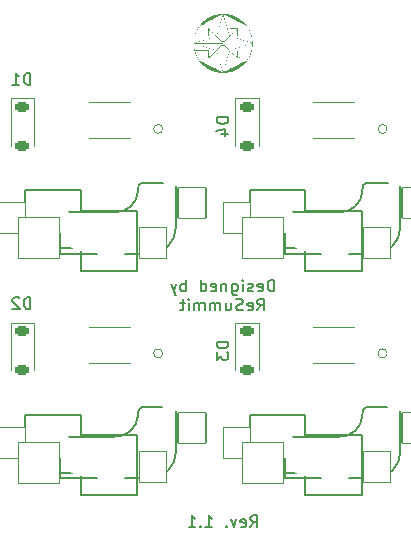
<source format=gbo>
G04 #@! TF.GenerationSoftware,KiCad,Pcbnew,7.0.8*
G04 #@! TF.CreationDate,2023-12-05T05:14:49-08:00*
G04 #@! TF.ProjectId,Seismos_4-Thumb,53656973-6d6f-4735-9f34-2d5468756d62,rev?*
G04 #@! TF.SameCoordinates,Original*
G04 #@! TF.FileFunction,Legend,Bot*
G04 #@! TF.FilePolarity,Positive*
%FSLAX46Y46*%
G04 Gerber Fmt 4.6, Leading zero omitted, Abs format (unit mm)*
G04 Created by KiCad (PCBNEW 7.0.8) date 2023-12-05 05:14:49*
%MOMM*%
%LPD*%
G01*
G04 APERTURE LIST*
G04 Aperture macros list*
%AMRoundRect*
0 Rectangle with rounded corners*
0 $1 Rounding radius*
0 $2 $3 $4 $5 $6 $7 $8 $9 X,Y pos of 4 corners*
0 Add a 4 corners polygon primitive as box body*
4,1,4,$2,$3,$4,$5,$6,$7,$8,$9,$2,$3,0*
0 Add four circle primitives for the rounded corners*
1,1,$1+$1,$2,$3*
1,1,$1+$1,$4,$5*
1,1,$1+$1,$6,$7*
1,1,$1+$1,$8,$9*
0 Add four rect primitives between the rounded corners*
20,1,$1+$1,$2,$3,$4,$5,0*
20,1,$1+$1,$4,$5,$6,$7,0*
20,1,$1+$1,$6,$7,$8,$9,0*
20,1,$1+$1,$8,$9,$2,$3,0*%
G04 Aperture macros list end*
%ADD10C,0.150000*%
%ADD11C,0.120000*%
%ADD12C,3.200000*%
%ADD13RoundRect,0.225000X-0.375000X0.225000X-0.375000X-0.225000X0.375000X-0.225000X0.375000X0.225000X0*%
%ADD14C,2.300000*%
%ADD15C,1.000000*%
%ADD16C,3.000000*%
%ADD17C,4.000000*%
%ADD18R,1.750000X0.812800*%
%ADD19RoundRect,0.063500X1.150000X1.300000X-1.150000X1.300000X-1.150000X-1.300000X1.150000X-1.300000X0*%
%ADD20RoundRect,0.063500X1.750000X1.750000X-1.750000X1.750000X-1.750000X-1.750000X1.750000X-1.750000X0*%
%ADD21RoundRect,0.063500X1.200000X1.300000X-1.200000X1.300000X-1.200000X-1.300000X1.200000X-1.300000X0*%
G04 APERTURE END LIST*
D10*
X58809523Y-70969819D02*
X59142856Y-70493628D01*
X59380951Y-70969819D02*
X59380951Y-69969819D01*
X59380951Y-69969819D02*
X58999999Y-69969819D01*
X58999999Y-69969819D02*
X58904761Y-70017438D01*
X58904761Y-70017438D02*
X58857142Y-70065057D01*
X58857142Y-70065057D02*
X58809523Y-70160295D01*
X58809523Y-70160295D02*
X58809523Y-70303152D01*
X58809523Y-70303152D02*
X58857142Y-70398390D01*
X58857142Y-70398390D02*
X58904761Y-70446009D01*
X58904761Y-70446009D02*
X58999999Y-70493628D01*
X58999999Y-70493628D02*
X59380951Y-70493628D01*
X57999999Y-70922200D02*
X58095237Y-70969819D01*
X58095237Y-70969819D02*
X58285713Y-70969819D01*
X58285713Y-70969819D02*
X58380951Y-70922200D01*
X58380951Y-70922200D02*
X58428570Y-70826961D01*
X58428570Y-70826961D02*
X58428570Y-70446009D01*
X58428570Y-70446009D02*
X58380951Y-70350771D01*
X58380951Y-70350771D02*
X58285713Y-70303152D01*
X58285713Y-70303152D02*
X58095237Y-70303152D01*
X58095237Y-70303152D02*
X57999999Y-70350771D01*
X57999999Y-70350771D02*
X57952380Y-70446009D01*
X57952380Y-70446009D02*
X57952380Y-70541247D01*
X57952380Y-70541247D02*
X58428570Y-70636485D01*
X57619046Y-70303152D02*
X57380951Y-70969819D01*
X57380951Y-70969819D02*
X57142856Y-70303152D01*
X56761903Y-70874580D02*
X56714284Y-70922200D01*
X56714284Y-70922200D02*
X56761903Y-70969819D01*
X56761903Y-70969819D02*
X56809522Y-70922200D01*
X56809522Y-70922200D02*
X56761903Y-70874580D01*
X56761903Y-70874580D02*
X56761903Y-70969819D01*
X54999999Y-70969819D02*
X55571427Y-70969819D01*
X55285713Y-70969819D02*
X55285713Y-69969819D01*
X55285713Y-69969819D02*
X55380951Y-70112676D01*
X55380951Y-70112676D02*
X55476189Y-70207914D01*
X55476189Y-70207914D02*
X55571427Y-70255533D01*
X54571427Y-70874580D02*
X54523808Y-70922200D01*
X54523808Y-70922200D02*
X54571427Y-70969819D01*
X54571427Y-70969819D02*
X54619046Y-70922200D01*
X54619046Y-70922200D02*
X54571427Y-70874580D01*
X54571427Y-70874580D02*
X54571427Y-70969819D01*
X53571428Y-70969819D02*
X54142856Y-70969819D01*
X53857142Y-70969819D02*
X53857142Y-69969819D01*
X53857142Y-69969819D02*
X53952380Y-70112676D01*
X53952380Y-70112676D02*
X54047618Y-70207914D01*
X54047618Y-70207914D02*
X54142856Y-70255533D01*
X60833333Y-51009819D02*
X60833333Y-50009819D01*
X60833333Y-50009819D02*
X60595238Y-50009819D01*
X60595238Y-50009819D02*
X60452381Y-50057438D01*
X60452381Y-50057438D02*
X60357143Y-50152676D01*
X60357143Y-50152676D02*
X60309524Y-50247914D01*
X60309524Y-50247914D02*
X60261905Y-50438390D01*
X60261905Y-50438390D02*
X60261905Y-50581247D01*
X60261905Y-50581247D02*
X60309524Y-50771723D01*
X60309524Y-50771723D02*
X60357143Y-50866961D01*
X60357143Y-50866961D02*
X60452381Y-50962200D01*
X60452381Y-50962200D02*
X60595238Y-51009819D01*
X60595238Y-51009819D02*
X60833333Y-51009819D01*
X59452381Y-50962200D02*
X59547619Y-51009819D01*
X59547619Y-51009819D02*
X59738095Y-51009819D01*
X59738095Y-51009819D02*
X59833333Y-50962200D01*
X59833333Y-50962200D02*
X59880952Y-50866961D01*
X59880952Y-50866961D02*
X59880952Y-50486009D01*
X59880952Y-50486009D02*
X59833333Y-50390771D01*
X59833333Y-50390771D02*
X59738095Y-50343152D01*
X59738095Y-50343152D02*
X59547619Y-50343152D01*
X59547619Y-50343152D02*
X59452381Y-50390771D01*
X59452381Y-50390771D02*
X59404762Y-50486009D01*
X59404762Y-50486009D02*
X59404762Y-50581247D01*
X59404762Y-50581247D02*
X59880952Y-50676485D01*
X59023809Y-50962200D02*
X58928571Y-51009819D01*
X58928571Y-51009819D02*
X58738095Y-51009819D01*
X58738095Y-51009819D02*
X58642857Y-50962200D01*
X58642857Y-50962200D02*
X58595238Y-50866961D01*
X58595238Y-50866961D02*
X58595238Y-50819342D01*
X58595238Y-50819342D02*
X58642857Y-50724104D01*
X58642857Y-50724104D02*
X58738095Y-50676485D01*
X58738095Y-50676485D02*
X58880952Y-50676485D01*
X58880952Y-50676485D02*
X58976190Y-50628866D01*
X58976190Y-50628866D02*
X59023809Y-50533628D01*
X59023809Y-50533628D02*
X59023809Y-50486009D01*
X59023809Y-50486009D02*
X58976190Y-50390771D01*
X58976190Y-50390771D02*
X58880952Y-50343152D01*
X58880952Y-50343152D02*
X58738095Y-50343152D01*
X58738095Y-50343152D02*
X58642857Y-50390771D01*
X58166666Y-51009819D02*
X58166666Y-50343152D01*
X58166666Y-50009819D02*
X58214285Y-50057438D01*
X58214285Y-50057438D02*
X58166666Y-50105057D01*
X58166666Y-50105057D02*
X58119047Y-50057438D01*
X58119047Y-50057438D02*
X58166666Y-50009819D01*
X58166666Y-50009819D02*
X58166666Y-50105057D01*
X57261905Y-50343152D02*
X57261905Y-51152676D01*
X57261905Y-51152676D02*
X57309524Y-51247914D01*
X57309524Y-51247914D02*
X57357143Y-51295533D01*
X57357143Y-51295533D02*
X57452381Y-51343152D01*
X57452381Y-51343152D02*
X57595238Y-51343152D01*
X57595238Y-51343152D02*
X57690476Y-51295533D01*
X57261905Y-50962200D02*
X57357143Y-51009819D01*
X57357143Y-51009819D02*
X57547619Y-51009819D01*
X57547619Y-51009819D02*
X57642857Y-50962200D01*
X57642857Y-50962200D02*
X57690476Y-50914580D01*
X57690476Y-50914580D02*
X57738095Y-50819342D01*
X57738095Y-50819342D02*
X57738095Y-50533628D01*
X57738095Y-50533628D02*
X57690476Y-50438390D01*
X57690476Y-50438390D02*
X57642857Y-50390771D01*
X57642857Y-50390771D02*
X57547619Y-50343152D01*
X57547619Y-50343152D02*
X57357143Y-50343152D01*
X57357143Y-50343152D02*
X57261905Y-50390771D01*
X56785714Y-50343152D02*
X56785714Y-51009819D01*
X56785714Y-50438390D02*
X56738095Y-50390771D01*
X56738095Y-50390771D02*
X56642857Y-50343152D01*
X56642857Y-50343152D02*
X56500000Y-50343152D01*
X56500000Y-50343152D02*
X56404762Y-50390771D01*
X56404762Y-50390771D02*
X56357143Y-50486009D01*
X56357143Y-50486009D02*
X56357143Y-51009819D01*
X55500000Y-50962200D02*
X55595238Y-51009819D01*
X55595238Y-51009819D02*
X55785714Y-51009819D01*
X55785714Y-51009819D02*
X55880952Y-50962200D01*
X55880952Y-50962200D02*
X55928571Y-50866961D01*
X55928571Y-50866961D02*
X55928571Y-50486009D01*
X55928571Y-50486009D02*
X55880952Y-50390771D01*
X55880952Y-50390771D02*
X55785714Y-50343152D01*
X55785714Y-50343152D02*
X55595238Y-50343152D01*
X55595238Y-50343152D02*
X55500000Y-50390771D01*
X55500000Y-50390771D02*
X55452381Y-50486009D01*
X55452381Y-50486009D02*
X55452381Y-50581247D01*
X55452381Y-50581247D02*
X55928571Y-50676485D01*
X54595238Y-51009819D02*
X54595238Y-50009819D01*
X54595238Y-50962200D02*
X54690476Y-51009819D01*
X54690476Y-51009819D02*
X54880952Y-51009819D01*
X54880952Y-51009819D02*
X54976190Y-50962200D01*
X54976190Y-50962200D02*
X55023809Y-50914580D01*
X55023809Y-50914580D02*
X55071428Y-50819342D01*
X55071428Y-50819342D02*
X55071428Y-50533628D01*
X55071428Y-50533628D02*
X55023809Y-50438390D01*
X55023809Y-50438390D02*
X54976190Y-50390771D01*
X54976190Y-50390771D02*
X54880952Y-50343152D01*
X54880952Y-50343152D02*
X54690476Y-50343152D01*
X54690476Y-50343152D02*
X54595238Y-50390771D01*
X53357142Y-51009819D02*
X53357142Y-50009819D01*
X53357142Y-50390771D02*
X53261904Y-50343152D01*
X53261904Y-50343152D02*
X53071428Y-50343152D01*
X53071428Y-50343152D02*
X52976190Y-50390771D01*
X52976190Y-50390771D02*
X52928571Y-50438390D01*
X52928571Y-50438390D02*
X52880952Y-50533628D01*
X52880952Y-50533628D02*
X52880952Y-50819342D01*
X52880952Y-50819342D02*
X52928571Y-50914580D01*
X52928571Y-50914580D02*
X52976190Y-50962200D01*
X52976190Y-50962200D02*
X53071428Y-51009819D01*
X53071428Y-51009819D02*
X53261904Y-51009819D01*
X53261904Y-51009819D02*
X53357142Y-50962200D01*
X52547618Y-50343152D02*
X52309523Y-51009819D01*
X52071428Y-50343152D02*
X52309523Y-51009819D01*
X52309523Y-51009819D02*
X52404761Y-51247914D01*
X52404761Y-51247914D02*
X52452380Y-51295533D01*
X52452380Y-51295533D02*
X52547618Y-51343152D01*
X59404761Y-52619819D02*
X59738094Y-52143628D01*
X59976189Y-52619819D02*
X59976189Y-51619819D01*
X59976189Y-51619819D02*
X59595237Y-51619819D01*
X59595237Y-51619819D02*
X59499999Y-51667438D01*
X59499999Y-51667438D02*
X59452380Y-51715057D01*
X59452380Y-51715057D02*
X59404761Y-51810295D01*
X59404761Y-51810295D02*
X59404761Y-51953152D01*
X59404761Y-51953152D02*
X59452380Y-52048390D01*
X59452380Y-52048390D02*
X59499999Y-52096009D01*
X59499999Y-52096009D02*
X59595237Y-52143628D01*
X59595237Y-52143628D02*
X59976189Y-52143628D01*
X58595237Y-52572200D02*
X58690475Y-52619819D01*
X58690475Y-52619819D02*
X58880951Y-52619819D01*
X58880951Y-52619819D02*
X58976189Y-52572200D01*
X58976189Y-52572200D02*
X59023808Y-52476961D01*
X59023808Y-52476961D02*
X59023808Y-52096009D01*
X59023808Y-52096009D02*
X58976189Y-52000771D01*
X58976189Y-52000771D02*
X58880951Y-51953152D01*
X58880951Y-51953152D02*
X58690475Y-51953152D01*
X58690475Y-51953152D02*
X58595237Y-52000771D01*
X58595237Y-52000771D02*
X58547618Y-52096009D01*
X58547618Y-52096009D02*
X58547618Y-52191247D01*
X58547618Y-52191247D02*
X59023808Y-52286485D01*
X58166665Y-52572200D02*
X58023808Y-52619819D01*
X58023808Y-52619819D02*
X57785713Y-52619819D01*
X57785713Y-52619819D02*
X57690475Y-52572200D01*
X57690475Y-52572200D02*
X57642856Y-52524580D01*
X57642856Y-52524580D02*
X57595237Y-52429342D01*
X57595237Y-52429342D02*
X57595237Y-52334104D01*
X57595237Y-52334104D02*
X57642856Y-52238866D01*
X57642856Y-52238866D02*
X57690475Y-52191247D01*
X57690475Y-52191247D02*
X57785713Y-52143628D01*
X57785713Y-52143628D02*
X57976189Y-52096009D01*
X57976189Y-52096009D02*
X58071427Y-52048390D01*
X58071427Y-52048390D02*
X58119046Y-52000771D01*
X58119046Y-52000771D02*
X58166665Y-51905533D01*
X58166665Y-51905533D02*
X58166665Y-51810295D01*
X58166665Y-51810295D02*
X58119046Y-51715057D01*
X58119046Y-51715057D02*
X58071427Y-51667438D01*
X58071427Y-51667438D02*
X57976189Y-51619819D01*
X57976189Y-51619819D02*
X57738094Y-51619819D01*
X57738094Y-51619819D02*
X57595237Y-51667438D01*
X56738094Y-51953152D02*
X56738094Y-52619819D01*
X57166665Y-51953152D02*
X57166665Y-52476961D01*
X57166665Y-52476961D02*
X57119046Y-52572200D01*
X57119046Y-52572200D02*
X57023808Y-52619819D01*
X57023808Y-52619819D02*
X56880951Y-52619819D01*
X56880951Y-52619819D02*
X56785713Y-52572200D01*
X56785713Y-52572200D02*
X56738094Y-52524580D01*
X56261903Y-52619819D02*
X56261903Y-51953152D01*
X56261903Y-52048390D02*
X56214284Y-52000771D01*
X56214284Y-52000771D02*
X56119046Y-51953152D01*
X56119046Y-51953152D02*
X55976189Y-51953152D01*
X55976189Y-51953152D02*
X55880951Y-52000771D01*
X55880951Y-52000771D02*
X55833332Y-52096009D01*
X55833332Y-52096009D02*
X55833332Y-52619819D01*
X55833332Y-52096009D02*
X55785713Y-52000771D01*
X55785713Y-52000771D02*
X55690475Y-51953152D01*
X55690475Y-51953152D02*
X55547618Y-51953152D01*
X55547618Y-51953152D02*
X55452379Y-52000771D01*
X55452379Y-52000771D02*
X55404760Y-52096009D01*
X55404760Y-52096009D02*
X55404760Y-52619819D01*
X54928570Y-52619819D02*
X54928570Y-51953152D01*
X54928570Y-52048390D02*
X54880951Y-52000771D01*
X54880951Y-52000771D02*
X54785713Y-51953152D01*
X54785713Y-51953152D02*
X54642856Y-51953152D01*
X54642856Y-51953152D02*
X54547618Y-52000771D01*
X54547618Y-52000771D02*
X54499999Y-52096009D01*
X54499999Y-52096009D02*
X54499999Y-52619819D01*
X54499999Y-52096009D02*
X54452380Y-52000771D01*
X54452380Y-52000771D02*
X54357142Y-51953152D01*
X54357142Y-51953152D02*
X54214285Y-51953152D01*
X54214285Y-51953152D02*
X54119046Y-52000771D01*
X54119046Y-52000771D02*
X54071427Y-52096009D01*
X54071427Y-52096009D02*
X54071427Y-52619819D01*
X53595237Y-52619819D02*
X53595237Y-51953152D01*
X53595237Y-51619819D02*
X53642856Y-51667438D01*
X53642856Y-51667438D02*
X53595237Y-51715057D01*
X53595237Y-51715057D02*
X53547618Y-51667438D01*
X53547618Y-51667438D02*
X53595237Y-51619819D01*
X53595237Y-51619819D02*
X53595237Y-51715057D01*
X53261904Y-51953152D02*
X52880952Y-51953152D01*
X53119047Y-51619819D02*
X53119047Y-52476961D01*
X53119047Y-52476961D02*
X53071428Y-52572200D01*
X53071428Y-52572200D02*
X52976190Y-52619819D01*
X52976190Y-52619819D02*
X52880952Y-52619819D01*
X40188094Y-52504819D02*
X40188094Y-51504819D01*
X40188094Y-51504819D02*
X39949999Y-51504819D01*
X39949999Y-51504819D02*
X39807142Y-51552438D01*
X39807142Y-51552438D02*
X39711904Y-51647676D01*
X39711904Y-51647676D02*
X39664285Y-51742914D01*
X39664285Y-51742914D02*
X39616666Y-51933390D01*
X39616666Y-51933390D02*
X39616666Y-52076247D01*
X39616666Y-52076247D02*
X39664285Y-52266723D01*
X39664285Y-52266723D02*
X39711904Y-52361961D01*
X39711904Y-52361961D02*
X39807142Y-52457200D01*
X39807142Y-52457200D02*
X39949999Y-52504819D01*
X39949999Y-52504819D02*
X40188094Y-52504819D01*
X39235713Y-51600057D02*
X39188094Y-51552438D01*
X39188094Y-51552438D02*
X39092856Y-51504819D01*
X39092856Y-51504819D02*
X38854761Y-51504819D01*
X38854761Y-51504819D02*
X38759523Y-51552438D01*
X38759523Y-51552438D02*
X38711904Y-51600057D01*
X38711904Y-51600057D02*
X38664285Y-51695295D01*
X38664285Y-51695295D02*
X38664285Y-51790533D01*
X38664285Y-51790533D02*
X38711904Y-51933390D01*
X38711904Y-51933390D02*
X39283332Y-52504819D01*
X39283332Y-52504819D02*
X38664285Y-52504819D01*
X56954819Y-36261905D02*
X55954819Y-36261905D01*
X55954819Y-36261905D02*
X55954819Y-36500000D01*
X55954819Y-36500000D02*
X56002438Y-36642857D01*
X56002438Y-36642857D02*
X56097676Y-36738095D01*
X56097676Y-36738095D02*
X56192914Y-36785714D01*
X56192914Y-36785714D02*
X56383390Y-36833333D01*
X56383390Y-36833333D02*
X56526247Y-36833333D01*
X56526247Y-36833333D02*
X56716723Y-36785714D01*
X56716723Y-36785714D02*
X56811961Y-36738095D01*
X56811961Y-36738095D02*
X56907200Y-36642857D01*
X56907200Y-36642857D02*
X56954819Y-36500000D01*
X56954819Y-36500000D02*
X56954819Y-36261905D01*
X56288152Y-37690476D02*
X56954819Y-37690476D01*
X55907200Y-37452381D02*
X56621485Y-37214286D01*
X56621485Y-37214286D02*
X56621485Y-37833333D01*
X48475332Y-60019200D02*
X48332475Y-60066819D01*
X48332475Y-60066819D02*
X48094380Y-60066819D01*
X48094380Y-60066819D02*
X47999142Y-60019200D01*
X47999142Y-60019200D02*
X47951523Y-59971580D01*
X47951523Y-59971580D02*
X47903904Y-59876342D01*
X47903904Y-59876342D02*
X47903904Y-59781104D01*
X47903904Y-59781104D02*
X47951523Y-59685866D01*
X47951523Y-59685866D02*
X47999142Y-59638247D01*
X47999142Y-59638247D02*
X48094380Y-59590628D01*
X48094380Y-59590628D02*
X48284856Y-59543009D01*
X48284856Y-59543009D02*
X48380094Y-59495390D01*
X48380094Y-59495390D02*
X48427713Y-59447771D01*
X48427713Y-59447771D02*
X48475332Y-59352533D01*
X48475332Y-59352533D02*
X48475332Y-59257295D01*
X48475332Y-59257295D02*
X48427713Y-59162057D01*
X48427713Y-59162057D02*
X48380094Y-59114438D01*
X48380094Y-59114438D02*
X48284856Y-59066819D01*
X48284856Y-59066819D02*
X48046761Y-59066819D01*
X48046761Y-59066819D02*
X47903904Y-59114438D01*
X47570570Y-59066819D02*
X47332475Y-60066819D01*
X47332475Y-60066819D02*
X47141999Y-59352533D01*
X47141999Y-59352533D02*
X46951523Y-60066819D01*
X46951523Y-60066819D02*
X46713428Y-59066819D01*
X46380094Y-59162057D02*
X46332475Y-59114438D01*
X46332475Y-59114438D02*
X46237237Y-59066819D01*
X46237237Y-59066819D02*
X45999142Y-59066819D01*
X45999142Y-59066819D02*
X45903904Y-59114438D01*
X45903904Y-59114438D02*
X45856285Y-59162057D01*
X45856285Y-59162057D02*
X45808666Y-59257295D01*
X45808666Y-59257295D02*
X45808666Y-59352533D01*
X45808666Y-59352533D02*
X45856285Y-59495390D01*
X45856285Y-59495390D02*
X46427713Y-60066819D01*
X46427713Y-60066819D02*
X45808666Y-60066819D01*
X48475332Y-41019200D02*
X48332475Y-41066819D01*
X48332475Y-41066819D02*
X48094380Y-41066819D01*
X48094380Y-41066819D02*
X47999142Y-41019200D01*
X47999142Y-41019200D02*
X47951523Y-40971580D01*
X47951523Y-40971580D02*
X47903904Y-40876342D01*
X47903904Y-40876342D02*
X47903904Y-40781104D01*
X47903904Y-40781104D02*
X47951523Y-40685866D01*
X47951523Y-40685866D02*
X47999142Y-40638247D01*
X47999142Y-40638247D02*
X48094380Y-40590628D01*
X48094380Y-40590628D02*
X48284856Y-40543009D01*
X48284856Y-40543009D02*
X48380094Y-40495390D01*
X48380094Y-40495390D02*
X48427713Y-40447771D01*
X48427713Y-40447771D02*
X48475332Y-40352533D01*
X48475332Y-40352533D02*
X48475332Y-40257295D01*
X48475332Y-40257295D02*
X48427713Y-40162057D01*
X48427713Y-40162057D02*
X48380094Y-40114438D01*
X48380094Y-40114438D02*
X48284856Y-40066819D01*
X48284856Y-40066819D02*
X48046761Y-40066819D01*
X48046761Y-40066819D02*
X47903904Y-40114438D01*
X47570570Y-40066819D02*
X47332475Y-41066819D01*
X47332475Y-41066819D02*
X47141999Y-40352533D01*
X47141999Y-40352533D02*
X46951523Y-41066819D01*
X46951523Y-41066819D02*
X46713428Y-40066819D01*
X45808666Y-41066819D02*
X46380094Y-41066819D01*
X46094380Y-41066819D02*
X46094380Y-40066819D01*
X46094380Y-40066819D02*
X46189618Y-40209676D01*
X46189618Y-40209676D02*
X46284856Y-40304914D01*
X46284856Y-40304914D02*
X46380094Y-40352533D01*
X67475332Y-60019200D02*
X67332475Y-60066819D01*
X67332475Y-60066819D02*
X67094380Y-60066819D01*
X67094380Y-60066819D02*
X66999142Y-60019200D01*
X66999142Y-60019200D02*
X66951523Y-59971580D01*
X66951523Y-59971580D02*
X66903904Y-59876342D01*
X66903904Y-59876342D02*
X66903904Y-59781104D01*
X66903904Y-59781104D02*
X66951523Y-59685866D01*
X66951523Y-59685866D02*
X66999142Y-59638247D01*
X66999142Y-59638247D02*
X67094380Y-59590628D01*
X67094380Y-59590628D02*
X67284856Y-59543009D01*
X67284856Y-59543009D02*
X67380094Y-59495390D01*
X67380094Y-59495390D02*
X67427713Y-59447771D01*
X67427713Y-59447771D02*
X67475332Y-59352533D01*
X67475332Y-59352533D02*
X67475332Y-59257295D01*
X67475332Y-59257295D02*
X67427713Y-59162057D01*
X67427713Y-59162057D02*
X67380094Y-59114438D01*
X67380094Y-59114438D02*
X67284856Y-59066819D01*
X67284856Y-59066819D02*
X67046761Y-59066819D01*
X67046761Y-59066819D02*
X66903904Y-59114438D01*
X66570570Y-59066819D02*
X66332475Y-60066819D01*
X66332475Y-60066819D02*
X66141999Y-59352533D01*
X66141999Y-59352533D02*
X65951523Y-60066819D01*
X65951523Y-60066819D02*
X65713428Y-59066819D01*
X65427713Y-59066819D02*
X64808666Y-59066819D01*
X64808666Y-59066819D02*
X65141999Y-59447771D01*
X65141999Y-59447771D02*
X64999142Y-59447771D01*
X64999142Y-59447771D02*
X64903904Y-59495390D01*
X64903904Y-59495390D02*
X64856285Y-59543009D01*
X64856285Y-59543009D02*
X64808666Y-59638247D01*
X64808666Y-59638247D02*
X64808666Y-59876342D01*
X64808666Y-59876342D02*
X64856285Y-59971580D01*
X64856285Y-59971580D02*
X64903904Y-60019200D01*
X64903904Y-60019200D02*
X64999142Y-60066819D01*
X64999142Y-60066819D02*
X65284856Y-60066819D01*
X65284856Y-60066819D02*
X65380094Y-60019200D01*
X65380094Y-60019200D02*
X65427713Y-59971580D01*
X40188094Y-33504819D02*
X40188094Y-32504819D01*
X40188094Y-32504819D02*
X39949999Y-32504819D01*
X39949999Y-32504819D02*
X39807142Y-32552438D01*
X39807142Y-32552438D02*
X39711904Y-32647676D01*
X39711904Y-32647676D02*
X39664285Y-32742914D01*
X39664285Y-32742914D02*
X39616666Y-32933390D01*
X39616666Y-32933390D02*
X39616666Y-33076247D01*
X39616666Y-33076247D02*
X39664285Y-33266723D01*
X39664285Y-33266723D02*
X39711904Y-33361961D01*
X39711904Y-33361961D02*
X39807142Y-33457200D01*
X39807142Y-33457200D02*
X39949999Y-33504819D01*
X39949999Y-33504819D02*
X40188094Y-33504819D01*
X38664285Y-33504819D02*
X39235713Y-33504819D01*
X38949999Y-33504819D02*
X38949999Y-32504819D01*
X38949999Y-32504819D02*
X39045237Y-32647676D01*
X39045237Y-32647676D02*
X39140475Y-32742914D01*
X39140475Y-32742914D02*
X39235713Y-32790533D01*
X67475332Y-41019200D02*
X67332475Y-41066819D01*
X67332475Y-41066819D02*
X67094380Y-41066819D01*
X67094380Y-41066819D02*
X66999142Y-41019200D01*
X66999142Y-41019200D02*
X66951523Y-40971580D01*
X66951523Y-40971580D02*
X66903904Y-40876342D01*
X66903904Y-40876342D02*
X66903904Y-40781104D01*
X66903904Y-40781104D02*
X66951523Y-40685866D01*
X66951523Y-40685866D02*
X66999142Y-40638247D01*
X66999142Y-40638247D02*
X67094380Y-40590628D01*
X67094380Y-40590628D02*
X67284856Y-40543009D01*
X67284856Y-40543009D02*
X67380094Y-40495390D01*
X67380094Y-40495390D02*
X67427713Y-40447771D01*
X67427713Y-40447771D02*
X67475332Y-40352533D01*
X67475332Y-40352533D02*
X67475332Y-40257295D01*
X67475332Y-40257295D02*
X67427713Y-40162057D01*
X67427713Y-40162057D02*
X67380094Y-40114438D01*
X67380094Y-40114438D02*
X67284856Y-40066819D01*
X67284856Y-40066819D02*
X67046761Y-40066819D01*
X67046761Y-40066819D02*
X66903904Y-40114438D01*
X66570570Y-40066819D02*
X66332475Y-41066819D01*
X66332475Y-41066819D02*
X66141999Y-40352533D01*
X66141999Y-40352533D02*
X65951523Y-41066819D01*
X65951523Y-41066819D02*
X65713428Y-40066819D01*
X64903904Y-40400152D02*
X64903904Y-41066819D01*
X65141999Y-40019200D02*
X65380094Y-40733485D01*
X65380094Y-40733485D02*
X64761047Y-40733485D01*
X56954819Y-55261905D02*
X55954819Y-55261905D01*
X55954819Y-55261905D02*
X55954819Y-55500000D01*
X55954819Y-55500000D02*
X56002438Y-55642857D01*
X56002438Y-55642857D02*
X56097676Y-55738095D01*
X56097676Y-55738095D02*
X56192914Y-55785714D01*
X56192914Y-55785714D02*
X56383390Y-55833333D01*
X56383390Y-55833333D02*
X56526247Y-55833333D01*
X56526247Y-55833333D02*
X56716723Y-55785714D01*
X56716723Y-55785714D02*
X56811961Y-55738095D01*
X56811961Y-55738095D02*
X56907200Y-55642857D01*
X56907200Y-55642857D02*
X56954819Y-55500000D01*
X56954819Y-55500000D02*
X56954819Y-55261905D01*
X55954819Y-56166667D02*
X55954819Y-56785714D01*
X55954819Y-56785714D02*
X56335771Y-56452381D01*
X56335771Y-56452381D02*
X56335771Y-56595238D01*
X56335771Y-56595238D02*
X56383390Y-56690476D01*
X56383390Y-56690476D02*
X56431009Y-56738095D01*
X56431009Y-56738095D02*
X56526247Y-56785714D01*
X56526247Y-56785714D02*
X56764342Y-56785714D01*
X56764342Y-56785714D02*
X56859580Y-56738095D01*
X56859580Y-56738095D02*
X56907200Y-56690476D01*
X56907200Y-56690476D02*
X56954819Y-56595238D01*
X56954819Y-56595238D02*
X56954819Y-56309524D01*
X56954819Y-56309524D02*
X56907200Y-56214286D01*
X56907200Y-56214286D02*
X56859580Y-56166667D01*
D11*
X40500000Y-53640000D02*
X40500000Y-57650000D01*
X38500000Y-53640000D02*
X40500000Y-53640000D01*
X38500000Y-53640000D02*
X38500000Y-57650000D01*
X59500000Y-34640000D02*
X59500000Y-38650000D01*
X57500000Y-34640000D02*
X59500000Y-34640000D01*
X57500000Y-34640000D02*
X57500000Y-38650000D01*
D10*
X52500000Y-60800000D02*
X52500000Y-64600000D01*
X50300000Y-66800000D02*
X42700000Y-66800000D01*
X49650000Y-60800000D02*
X52500000Y-60800000D01*
X49300000Y-61500000D02*
X49300000Y-61350000D01*
X49250000Y-68250000D02*
X49250000Y-63175000D01*
X49250000Y-63175000D02*
X44460000Y-63175000D01*
D11*
X48577200Y-53980200D02*
X45122800Y-53980200D01*
X45122800Y-57028200D02*
X48577200Y-57028200D01*
D10*
X44460000Y-68250000D02*
X49250000Y-68250000D01*
X44460000Y-66350000D02*
X44460000Y-68250000D01*
X44460000Y-63175000D02*
X44460000Y-61450000D01*
X44460000Y-61450000D02*
X39750000Y-61450000D01*
X43300000Y-63300000D02*
X47300000Y-63300000D01*
X42700000Y-66800000D02*
X42700000Y-63850000D01*
X39750000Y-66350000D02*
X44460000Y-66350000D01*
X39750000Y-61450000D02*
X39750000Y-66350000D01*
X50300000Y-66800000D02*
G75*
G03*
X52500000Y-64600000I0J2200000D01*
G01*
X49650000Y-60800000D02*
G75*
G03*
X49300000Y-61350000I100000J-450000D01*
G01*
X47300000Y-63299999D02*
G75*
G03*
X49299998Y-61499999I99999J1899999D01*
G01*
X43300000Y-63300000D02*
G75*
G03*
X42700000Y-63850000I-25000J-575000D01*
G01*
D11*
X51381000Y-56250000D02*
G75*
G03*
X51381000Y-56250000I-381000J0D01*
G01*
D10*
X52500000Y-41800000D02*
X52500000Y-45600000D01*
X50300000Y-47800000D02*
X42700000Y-47800000D01*
X49650000Y-41800000D02*
X52500000Y-41800000D01*
X49300000Y-42500000D02*
X49300000Y-42350000D01*
X49250000Y-49250000D02*
X49250000Y-44175000D01*
X49250000Y-44175000D02*
X44460000Y-44175000D01*
D11*
X48577200Y-34980200D02*
X45122800Y-34980200D01*
X45122800Y-38028200D02*
X48577200Y-38028200D01*
D10*
X44460000Y-49250000D02*
X49250000Y-49250000D01*
X44460000Y-47350000D02*
X44460000Y-49250000D01*
X44460000Y-44175000D02*
X44460000Y-42450000D01*
X44460000Y-42450000D02*
X39750000Y-42450000D01*
X43300000Y-44300000D02*
X47300000Y-44300000D01*
X42700000Y-47800000D02*
X42700000Y-44850000D01*
X39750000Y-47350000D02*
X44460000Y-47350000D01*
X39750000Y-42450000D02*
X39750000Y-47350000D01*
X50300000Y-47800000D02*
G75*
G03*
X52500000Y-45600000I0J2200000D01*
G01*
X49650000Y-41800000D02*
G75*
G03*
X49300000Y-42350000I100000J-450000D01*
G01*
X47300000Y-44299999D02*
G75*
G03*
X49299998Y-42499999I99999J1899999D01*
G01*
X43300000Y-44300000D02*
G75*
G03*
X42700000Y-44850000I-25000J-575000D01*
G01*
D11*
X51381000Y-37250000D02*
G75*
G03*
X51381000Y-37250000I-381000J0D01*
G01*
D10*
X71500000Y-60800000D02*
X71500000Y-64600000D01*
X69300000Y-66800000D02*
X61700000Y-66800000D01*
X68650000Y-60800000D02*
X71500000Y-60800000D01*
X68300000Y-61500000D02*
X68300000Y-61350000D01*
X68250000Y-68250000D02*
X68250000Y-63175000D01*
X68250000Y-63175000D02*
X63460000Y-63175000D01*
D11*
X67577200Y-53980200D02*
X64122800Y-53980200D01*
X64122800Y-57028200D02*
X67577200Y-57028200D01*
D10*
X63460000Y-68250000D02*
X68250000Y-68250000D01*
X63460000Y-66350000D02*
X63460000Y-68250000D01*
X63460000Y-63175000D02*
X63460000Y-61450000D01*
X63460000Y-61450000D02*
X58750000Y-61450000D01*
X62300000Y-63300000D02*
X66300000Y-63300000D01*
X61700000Y-66800000D02*
X61700000Y-63850000D01*
X58750000Y-66350000D02*
X63460000Y-66350000D01*
X58750000Y-61450000D02*
X58750000Y-66350000D01*
X69300000Y-66800000D02*
G75*
G03*
X71500000Y-64600000I0J2200000D01*
G01*
X68650000Y-60800000D02*
G75*
G03*
X68300000Y-61350000I100000J-450000D01*
G01*
X66300000Y-63299999D02*
G75*
G03*
X68299998Y-61499999I99999J1899999D01*
G01*
X62300000Y-63300000D02*
G75*
G03*
X61700000Y-63850000I-25000J-575000D01*
G01*
D11*
X70381000Y-56250000D02*
G75*
G03*
X70381000Y-56250000I-381000J0D01*
G01*
X40500000Y-34640000D02*
X40500000Y-38650000D01*
X38500000Y-34640000D02*
X40500000Y-34640000D01*
X38500000Y-34640000D02*
X38500000Y-38650000D01*
D10*
X71500000Y-41800000D02*
X71500000Y-45600000D01*
X69300000Y-47800000D02*
X61700000Y-47800000D01*
X68650000Y-41800000D02*
X71500000Y-41800000D01*
X68300000Y-42500000D02*
X68300000Y-42350000D01*
X68250000Y-49250000D02*
X68250000Y-44175000D01*
X68250000Y-44175000D02*
X63460000Y-44175000D01*
D11*
X67577200Y-34980200D02*
X64122800Y-34980200D01*
X64122800Y-38028200D02*
X67577200Y-38028200D01*
D10*
X63460000Y-49250000D02*
X68250000Y-49250000D01*
X63460000Y-47350000D02*
X63460000Y-49250000D01*
X63460000Y-44175000D02*
X63460000Y-42450000D01*
X63460000Y-42450000D02*
X58750000Y-42450000D01*
X62300000Y-44300000D02*
X66300000Y-44300000D01*
X61700000Y-47800000D02*
X61700000Y-44850000D01*
X58750000Y-47350000D02*
X63460000Y-47350000D01*
X58750000Y-42450000D02*
X58750000Y-47350000D01*
X69300000Y-47800000D02*
G75*
G03*
X71500000Y-45600000I0J2200000D01*
G01*
X68650000Y-41800000D02*
G75*
G03*
X68300000Y-42350000I100000J-450000D01*
G01*
X66300000Y-44299999D02*
G75*
G03*
X68299998Y-42499999I99999J1899999D01*
G01*
X62300000Y-44300000D02*
G75*
G03*
X61700000Y-44850000I-25000J-575000D01*
G01*
D11*
X70381000Y-37250000D02*
G75*
G03*
X70381000Y-37250000I-381000J0D01*
G01*
G36*
X58795770Y-29145192D02*
G01*
X58790885Y-29150077D01*
X58786000Y-29145192D01*
X58790885Y-29140307D01*
X58795770Y-29145192D01*
G37*
G36*
X58610154Y-31226038D02*
G01*
X58605270Y-31230923D01*
X58600385Y-31226038D01*
X58605270Y-31221153D01*
X58610154Y-31226038D01*
G37*
G36*
X58561308Y-28695807D02*
G01*
X58556423Y-28700692D01*
X58551539Y-28695807D01*
X58556423Y-28690923D01*
X58561308Y-28695807D01*
G37*
G36*
X58483154Y-28744653D02*
G01*
X58478270Y-28749538D01*
X58473385Y-28744653D01*
X58478270Y-28739769D01*
X58483154Y-28744653D01*
G37*
G36*
X58405000Y-31392115D02*
G01*
X58400116Y-31397000D01*
X58395231Y-31392115D01*
X58400116Y-31387230D01*
X58405000Y-31392115D01*
G37*
G36*
X58405000Y-28559038D02*
G01*
X58400116Y-28563923D01*
X58395231Y-28559038D01*
X58400116Y-28554153D01*
X58405000Y-28559038D01*
G37*
G36*
X58268231Y-28529730D02*
G01*
X58263347Y-28534615D01*
X58258462Y-28529730D01*
X58263347Y-28524846D01*
X58268231Y-28529730D01*
G37*
G36*
X57897000Y-28715346D02*
G01*
X57892116Y-28720230D01*
X57887231Y-28715346D01*
X57892116Y-28710461D01*
X57897000Y-28715346D01*
G37*
G36*
X57897000Y-28265961D02*
G01*
X57892116Y-28270846D01*
X57887231Y-28265961D01*
X57892116Y-28261077D01*
X57897000Y-28265961D01*
G37*
G36*
X57838385Y-28607884D02*
G01*
X57833500Y-28612769D01*
X57828616Y-28607884D01*
X57833500Y-28603000D01*
X57838385Y-28607884D01*
G37*
G36*
X57809077Y-31411653D02*
G01*
X57804193Y-31416538D01*
X57799308Y-31411653D01*
X57804193Y-31406769D01*
X57809077Y-31411653D01*
G37*
G36*
X57760231Y-28637192D02*
G01*
X57755347Y-28642077D01*
X57750462Y-28637192D01*
X57755347Y-28632307D01*
X57760231Y-28637192D01*
G37*
G36*
X57467154Y-28051038D02*
G01*
X57462270Y-28055923D01*
X57457385Y-28051038D01*
X57462270Y-28046153D01*
X57467154Y-28051038D01*
G37*
G36*
X55865000Y-32007577D02*
G01*
X55860116Y-32012461D01*
X55855231Y-32007577D01*
X55860116Y-32002692D01*
X55865000Y-32007577D01*
G37*
G36*
X55757539Y-28099884D02*
G01*
X55752654Y-28104769D01*
X55747770Y-28099884D01*
X55752654Y-28095000D01*
X55757539Y-28099884D01*
G37*
G36*
X55708693Y-28129192D02*
G01*
X55703808Y-28134077D01*
X55698923Y-28129192D01*
X55703808Y-28124307D01*
X55708693Y-28129192D01*
G37*
G36*
X55542616Y-31919653D02*
G01*
X55537731Y-31924538D01*
X55532847Y-31919653D01*
X55537731Y-31914769D01*
X55542616Y-31919653D01*
G37*
G36*
X55386308Y-31333500D02*
G01*
X55381423Y-31338384D01*
X55376539Y-31333500D01*
X55381423Y-31328615D01*
X55386308Y-31333500D01*
G37*
G36*
X55327693Y-28637192D02*
G01*
X55322808Y-28642077D01*
X55317923Y-28637192D01*
X55322808Y-28632307D01*
X55327693Y-28637192D01*
G37*
G36*
X55327693Y-28314807D02*
G01*
X55322808Y-28319692D01*
X55317923Y-28314807D01*
X55322808Y-28309923D01*
X55327693Y-28314807D01*
G37*
G36*
X55278847Y-28344115D02*
G01*
X55273962Y-28349000D01*
X55269077Y-28344115D01*
X55273962Y-28339230D01*
X55278847Y-28344115D01*
G37*
G36*
X55034616Y-28637192D02*
G01*
X55029731Y-28642077D01*
X55024847Y-28637192D01*
X55029731Y-28632307D01*
X55034616Y-28637192D01*
G37*
G36*
X54878308Y-28480884D02*
G01*
X54873423Y-28485769D01*
X54868539Y-28480884D01*
X54873423Y-28476000D01*
X54878308Y-28480884D01*
G37*
G36*
X54849000Y-28451577D02*
G01*
X54844116Y-28456461D01*
X54839231Y-28451577D01*
X54844116Y-28446692D01*
X54849000Y-28451577D01*
G37*
G36*
X54663385Y-31440961D02*
G01*
X54658500Y-31445846D01*
X54653616Y-31440961D01*
X54658500Y-31436077D01*
X54663385Y-31440961D01*
G37*
G36*
X54634077Y-31392115D02*
G01*
X54629193Y-31397000D01*
X54624308Y-31392115D01*
X54629193Y-31387230D01*
X54634077Y-31392115D01*
G37*
G36*
X54555923Y-28529730D02*
G01*
X54551039Y-28534615D01*
X54546154Y-28529730D01*
X54551039Y-28524846D01*
X54555923Y-28529730D01*
G37*
G36*
X54419154Y-28881423D02*
G01*
X54414270Y-28886307D01*
X54409385Y-28881423D01*
X54414270Y-28876538D01*
X54419154Y-28881423D01*
G37*
G36*
X54262847Y-30825500D02*
G01*
X54257962Y-30830384D01*
X54253077Y-30825500D01*
X54257962Y-30820615D01*
X54262847Y-30825500D01*
G37*
G36*
X54262847Y-29145192D02*
G01*
X54257962Y-29150077D01*
X54253077Y-29145192D01*
X54257962Y-29140307D01*
X54262847Y-29145192D01*
G37*
G36*
X54233539Y-30747346D02*
G01*
X54228654Y-30752230D01*
X54223770Y-30747346D01*
X54228654Y-30742461D01*
X54233539Y-30747346D01*
G37*
G36*
X58802282Y-30823871D02*
G01*
X58803811Y-30826810D01*
X58795770Y-30830384D01*
X58790598Y-30829679D01*
X58789257Y-30823871D01*
X58790689Y-30822702D01*
X58802282Y-30823871D01*
G37*
G36*
X58694821Y-31038794D02*
G01*
X58696349Y-31041733D01*
X58688308Y-31045307D01*
X58683136Y-31044602D01*
X58681795Y-31038794D01*
X58683227Y-31037625D01*
X58694821Y-31038794D01*
G37*
G36*
X58616667Y-29172871D02*
G01*
X58618195Y-29175810D01*
X58610154Y-29179384D01*
X58604982Y-29178679D01*
X58603641Y-29172871D01*
X58605073Y-29171702D01*
X58616667Y-29172871D01*
G37*
G36*
X58509206Y-28635564D02*
G01*
X58510734Y-28638502D01*
X58502693Y-28642077D01*
X58497521Y-28641371D01*
X58496180Y-28635564D01*
X58497612Y-28634394D01*
X58509206Y-28635564D01*
G37*
G36*
X58024000Y-31602153D02*
G01*
X58023295Y-31607325D01*
X58017488Y-31608666D01*
X58016318Y-31607234D01*
X58017488Y-31595641D01*
X58020426Y-31594112D01*
X58024000Y-31602153D01*
G37*
G36*
X57893744Y-31546794D02*
G01*
X57895272Y-31549733D01*
X57887231Y-31553307D01*
X57882059Y-31552602D01*
X57880718Y-31546794D01*
X57882150Y-31545625D01*
X57893744Y-31546794D01*
G37*
G36*
X57760231Y-31524000D02*
G01*
X57759526Y-31529171D01*
X57753718Y-31530512D01*
X57752549Y-31529081D01*
X57753718Y-31517487D01*
X57756657Y-31515958D01*
X57760231Y-31524000D01*
G37*
G36*
X57708129Y-31283025D02*
G01*
X57709657Y-31285964D01*
X57701616Y-31289538D01*
X57696444Y-31288833D01*
X57695103Y-31283025D01*
X57696535Y-31281856D01*
X57708129Y-31283025D01*
G37*
G36*
X57545308Y-31309077D02*
G01*
X57544603Y-31314248D01*
X57538795Y-31315589D01*
X57537626Y-31314157D01*
X57538795Y-31302564D01*
X57541734Y-31301035D01*
X57545308Y-31309077D01*
G37*
G36*
X55435154Y-31817077D02*
G01*
X55434449Y-31822248D01*
X55428641Y-31823589D01*
X55427472Y-31822157D01*
X55428641Y-31810564D01*
X55431580Y-31809035D01*
X55435154Y-31817077D01*
G37*
G36*
X55412359Y-28127564D02*
G01*
X55413888Y-28130502D01*
X55405847Y-28134077D01*
X55400675Y-28133371D01*
X55399334Y-28127564D01*
X55400766Y-28126394D01*
X55412359Y-28127564D01*
G37*
G36*
X55226744Y-28928641D02*
G01*
X55228272Y-28931579D01*
X55220231Y-28935153D01*
X55215059Y-28934448D01*
X55213718Y-28928641D01*
X55215150Y-28927471D01*
X55226744Y-28928641D01*
G37*
G36*
X55200693Y-29306384D02*
G01*
X55199988Y-29311556D01*
X55194180Y-29312897D01*
X55193011Y-29311465D01*
X55194180Y-29299871D01*
X55197118Y-29298343D01*
X55200693Y-29306384D01*
G37*
G36*
X55011821Y-31605410D02*
G01*
X55013349Y-31608348D01*
X55005308Y-31611923D01*
X55000136Y-31611218D01*
X54998795Y-31605410D01*
X55000227Y-31604241D01*
X55011821Y-31605410D01*
G37*
G36*
X54982513Y-28342487D02*
G01*
X54984042Y-28345425D01*
X54976000Y-28349000D01*
X54970829Y-28348295D01*
X54969488Y-28342487D01*
X54970919Y-28341318D01*
X54982513Y-28342487D01*
G37*
G36*
X54956462Y-28612769D02*
G01*
X54955757Y-28617941D01*
X54949949Y-28619282D01*
X54948780Y-28617850D01*
X54949949Y-28606256D01*
X54952888Y-28604728D01*
X54956462Y-28612769D01*
G37*
G36*
X54474513Y-31175564D02*
G01*
X54476042Y-31178502D01*
X54468000Y-31182077D01*
X54462829Y-31181371D01*
X54461488Y-31175564D01*
X54462919Y-31174394D01*
X54474513Y-31175564D01*
G37*
G36*
X54396359Y-28821179D02*
G01*
X54397888Y-28824117D01*
X54389847Y-28827692D01*
X54384675Y-28826987D01*
X54383334Y-28821179D01*
X54384766Y-28820010D01*
X54396359Y-28821179D01*
G37*
G36*
X54367052Y-28850487D02*
G01*
X54368580Y-28853425D01*
X54360539Y-28857000D01*
X54355367Y-28856295D01*
X54354026Y-28850487D01*
X54355458Y-28849318D01*
X54367052Y-28850487D01*
G37*
G36*
X54347513Y-28957948D02*
G01*
X54349042Y-28960887D01*
X54341000Y-28964461D01*
X54335829Y-28963756D01*
X54334488Y-28957948D01*
X54335919Y-28956779D01*
X54347513Y-28957948D01*
G37*
G36*
X54288898Y-29251025D02*
G01*
X54290426Y-29253964D01*
X54282385Y-29257538D01*
X54277213Y-29256833D01*
X54275872Y-29251025D01*
X54277304Y-29249856D01*
X54288898Y-29251025D01*
G37*
G36*
X54288898Y-29094718D02*
G01*
X54290426Y-29097656D01*
X54282385Y-29101230D01*
X54277213Y-29100525D01*
X54275872Y-29094718D01*
X54277304Y-29093548D01*
X54288898Y-29094718D01*
G37*
G36*
X58087402Y-31494533D02*
G01*
X58088370Y-31499655D01*
X58078308Y-31504461D01*
X58073375Y-31504270D01*
X58063509Y-31499655D01*
X58072172Y-31490224D01*
X58075694Y-31488897D01*
X58087402Y-31494533D01*
G37*
G36*
X57950633Y-31680148D02*
G01*
X57951600Y-31685270D01*
X57941539Y-31690077D01*
X57936606Y-31689885D01*
X57926740Y-31685271D01*
X57935402Y-31675840D01*
X57938925Y-31674512D01*
X57950633Y-31680148D01*
G37*
G36*
X58534336Y-28652130D02*
G01*
X58541770Y-28661615D01*
X58541486Y-28663950D01*
X58532000Y-28671384D01*
X58529665Y-28671100D01*
X58522231Y-28661615D01*
X58522515Y-28659280D01*
X58532000Y-28651846D01*
X58534336Y-28652130D01*
G37*
G36*
X58475644Y-28603375D02*
G01*
X58483154Y-28612769D01*
X58483042Y-28614980D01*
X58478846Y-28622538D01*
X58477279Y-28622088D01*
X58468500Y-28612769D01*
X58466974Y-28608985D01*
X58472808Y-28603000D01*
X58475644Y-28603375D01*
G37*
G36*
X58290105Y-28466514D02*
G01*
X58297539Y-28476000D01*
X58297255Y-28478335D01*
X58287770Y-28485769D01*
X58285435Y-28485485D01*
X58278000Y-28476000D01*
X58278284Y-28473664D01*
X58287770Y-28466230D01*
X58290105Y-28466514D01*
G37*
G36*
X58211951Y-28417668D02*
G01*
X58219385Y-28427153D01*
X58219101Y-28429489D01*
X58209616Y-28436923D01*
X58207281Y-28436639D01*
X58199847Y-28427153D01*
X58200130Y-28424818D01*
X58209616Y-28417384D01*
X58211951Y-28417668D01*
G37*
G36*
X58020106Y-31456065D02*
G01*
X58028885Y-31465384D01*
X58030412Y-31469168D01*
X58024577Y-31475153D01*
X58021741Y-31474778D01*
X58014231Y-31465384D01*
X58014343Y-31463173D01*
X58018539Y-31455615D01*
X58020106Y-31456065D01*
G37*
G36*
X57912645Y-31270449D02*
G01*
X57921423Y-31279769D01*
X57922950Y-31283553D01*
X57917115Y-31289538D01*
X57914280Y-31289163D01*
X57906770Y-31279769D01*
X57906882Y-31277558D01*
X57911078Y-31270000D01*
X57912645Y-31270449D01*
G37*
G36*
X57889566Y-31192130D02*
G01*
X57897000Y-31201615D01*
X57896717Y-31203950D01*
X57887231Y-31211384D01*
X57884896Y-31211100D01*
X57877462Y-31201615D01*
X57877746Y-31199280D01*
X57887231Y-31191846D01*
X57889566Y-31192130D01*
G37*
G36*
X57811412Y-28251591D02*
G01*
X57818847Y-28261077D01*
X57818563Y-28263412D01*
X57809077Y-28270846D01*
X57806742Y-28270562D01*
X57799308Y-28261077D01*
X57799592Y-28258741D01*
X57809077Y-28251307D01*
X57811412Y-28251591D01*
G37*
G36*
X57727029Y-31377911D02*
G01*
X57735808Y-31387230D01*
X57737335Y-31391015D01*
X57731500Y-31397000D01*
X57728664Y-31396624D01*
X57721154Y-31387230D01*
X57721266Y-31385019D01*
X57725462Y-31377461D01*
X57727029Y-31377911D01*
G37*
G36*
X57674567Y-31299683D02*
G01*
X57682077Y-31309077D01*
X57681965Y-31311287D01*
X57677769Y-31318846D01*
X57676202Y-31318396D01*
X57667423Y-31309077D01*
X57665897Y-31305292D01*
X57671732Y-31299307D01*
X57674567Y-31299683D01*
G37*
G36*
X57549418Y-31808074D02*
G01*
X57550193Y-31817077D01*
X57548188Y-31820000D01*
X57539847Y-31826846D01*
X57538872Y-31826592D01*
X57535539Y-31817077D01*
X57535936Y-31814399D01*
X57545885Y-31807307D01*
X57549418Y-31808074D01*
G37*
G36*
X57541414Y-28652295D02*
G01*
X57550193Y-28661615D01*
X57551719Y-28665399D01*
X57545885Y-28671384D01*
X57543049Y-28671009D01*
X57535539Y-28661615D01*
X57535651Y-28659404D01*
X57539847Y-28651846D01*
X57541414Y-28652295D01*
G37*
G36*
X57381566Y-28036668D02*
G01*
X57389000Y-28046153D01*
X57388717Y-28048489D01*
X57379231Y-28055923D01*
X57376896Y-28055639D01*
X57369462Y-28046153D01*
X57369746Y-28043818D01*
X57379231Y-28036384D01*
X57381566Y-28036668D01*
G37*
G36*
X55730566Y-32022514D02*
G01*
X55738000Y-32032000D01*
X55737717Y-32034335D01*
X55728231Y-32041769D01*
X55725896Y-32041485D01*
X55718462Y-32032000D01*
X55718746Y-32029664D01*
X55728231Y-32022230D01*
X55730566Y-32022514D01*
G37*
G36*
X55701259Y-28065976D02*
G01*
X55708693Y-28075461D01*
X55708409Y-28077796D01*
X55698923Y-28085230D01*
X55696588Y-28084946D01*
X55689154Y-28075461D01*
X55689438Y-28073126D01*
X55698923Y-28065692D01*
X55701259Y-28065976D01*
G37*
G36*
X55654187Y-27988305D02*
G01*
X55654962Y-27997307D01*
X55652957Y-28000231D01*
X55644616Y-28007077D01*
X55643641Y-28006823D01*
X55640308Y-27997307D01*
X55640706Y-27994630D01*
X55650654Y-27987538D01*
X55654187Y-27988305D01*
G37*
G36*
X55300720Y-31807591D02*
G01*
X55308154Y-31817077D01*
X55307870Y-31819412D01*
X55298385Y-31826846D01*
X55296050Y-31826562D01*
X55288616Y-31817077D01*
X55288900Y-31814741D01*
X55298385Y-31807307D01*
X55300720Y-31807591D01*
G37*
G36*
X55271412Y-28280899D02*
G01*
X55278847Y-28290384D01*
X55278563Y-28292719D01*
X55269077Y-28300153D01*
X55266742Y-28299870D01*
X55259308Y-28290384D01*
X55259592Y-28288049D01*
X55269077Y-28280615D01*
X55271412Y-28280899D01*
G37*
G36*
X55224341Y-28203228D02*
G01*
X55225116Y-28212230D01*
X55223111Y-28215154D01*
X55214770Y-28222000D01*
X55213795Y-28221746D01*
X55210462Y-28212230D01*
X55210860Y-28209553D01*
X55220808Y-28202461D01*
X55224341Y-28203228D01*
G37*
G36*
X55193183Y-31221529D02*
G01*
X55200693Y-31230923D01*
X55200581Y-31233134D01*
X55196385Y-31240692D01*
X55194818Y-31240242D01*
X55186039Y-31230923D01*
X55184512Y-31227138D01*
X55190347Y-31221153D01*
X55193183Y-31221529D01*
G37*
G36*
X55195418Y-28839114D02*
G01*
X55200693Y-28852115D01*
X55199591Y-28858856D01*
X55190923Y-28866769D01*
X55186429Y-28865116D01*
X55181154Y-28852115D01*
X55182256Y-28845374D01*
X55190923Y-28837461D01*
X55195418Y-28839114D01*
G37*
G36*
X55163875Y-28740144D02*
G01*
X55171385Y-28749538D01*
X55171273Y-28751749D01*
X55167077Y-28759307D01*
X55165510Y-28758858D01*
X55156731Y-28749538D01*
X55155205Y-28745754D01*
X55161039Y-28739769D01*
X55163875Y-28740144D01*
G37*
G36*
X55108876Y-28759757D02*
G01*
X55117654Y-28769077D01*
X55119181Y-28772861D01*
X55113346Y-28778846D01*
X55110511Y-28778470D01*
X55103000Y-28769077D01*
X55103112Y-28766866D01*
X55107308Y-28759307D01*
X55108876Y-28759757D01*
G37*
G36*
X55108876Y-28652295D02*
G01*
X55117654Y-28661615D01*
X55119181Y-28665399D01*
X55113346Y-28671384D01*
X55110511Y-28671009D01*
X55103000Y-28661615D01*
X55103112Y-28659404D01*
X55107308Y-28651846D01*
X55108876Y-28652295D01*
G37*
G36*
X55085797Y-28495822D02*
G01*
X55093231Y-28505307D01*
X55092947Y-28507642D01*
X55083462Y-28515077D01*
X55081127Y-28514793D01*
X55073693Y-28505307D01*
X55073977Y-28502972D01*
X55083462Y-28495538D01*
X55085797Y-28495822D01*
G37*
G36*
X55030722Y-28466680D02*
G01*
X55039500Y-28476000D01*
X55041027Y-28479784D01*
X55035192Y-28485769D01*
X55032357Y-28485393D01*
X55024847Y-28476000D01*
X55024959Y-28473789D01*
X55029155Y-28466230D01*
X55030722Y-28466680D01*
G37*
G36*
X54978260Y-28740144D02*
G01*
X54985770Y-28749538D01*
X54985658Y-28751749D01*
X54981462Y-28759307D01*
X54979895Y-28758858D01*
X54971116Y-28749538D01*
X54969589Y-28745754D01*
X54975424Y-28739769D01*
X54978260Y-28740144D01*
G37*
G36*
X54716341Y-31407536D02*
G01*
X54717116Y-31416538D01*
X54715111Y-31419462D01*
X54706770Y-31426307D01*
X54705795Y-31426053D01*
X54702462Y-31416538D01*
X54702860Y-31413860D01*
X54712808Y-31406769D01*
X54716341Y-31407536D01*
G37*
G36*
X54685259Y-31455899D02*
G01*
X54692693Y-31465384D01*
X54692409Y-31467719D01*
X54682923Y-31475153D01*
X54680588Y-31474870D01*
X54673154Y-31465384D01*
X54673438Y-31463049D01*
X54682923Y-31455615D01*
X54685259Y-31455899D01*
G37*
G36*
X54636412Y-31485207D02*
G01*
X54643847Y-31494692D01*
X54643563Y-31497027D01*
X54634077Y-31504461D01*
X54631742Y-31504177D01*
X54624308Y-31494692D01*
X54624592Y-31492357D01*
X54634077Y-31484923D01*
X54636412Y-31485207D01*
G37*
G36*
X54440952Y-31221529D02*
G01*
X54448462Y-31230923D01*
X54448350Y-31233134D01*
X54444154Y-31240692D01*
X54442587Y-31240242D01*
X54433808Y-31230923D01*
X54432282Y-31227138D01*
X54438116Y-31221153D01*
X54440952Y-31221529D01*
G37*
G36*
X58718450Y-29884246D02*
G01*
X58732270Y-29892538D01*
X58732529Y-29893003D01*
X58727705Y-29899706D01*
X58707847Y-29902307D01*
X58706402Y-29902298D01*
X58687280Y-29899422D01*
X58683423Y-29892538D01*
X58689386Y-29887389D01*
X58707847Y-29882769D01*
X58718450Y-29884246D01*
G37*
G36*
X56711373Y-31729215D02*
G01*
X56721515Y-31738057D01*
X56724693Y-31763346D01*
X56723703Y-31779224D01*
X56718146Y-31795145D01*
X56709909Y-31794372D01*
X56701542Y-31775557D01*
X56696343Y-31750696D01*
X56698360Y-31734017D01*
X56710039Y-31729153D01*
X56711373Y-31729215D01*
G37*
G36*
X56400852Y-32107853D02*
G01*
X56405628Y-32128639D01*
X56403989Y-32156557D01*
X56398549Y-32174125D01*
X56391342Y-32177675D01*
X56385302Y-32165493D01*
X56382770Y-32139461D01*
X56383000Y-32130707D01*
X56386153Y-32109053D01*
X56391823Y-32100384D01*
X56400852Y-32107853D01*
G37*
G36*
X57931825Y-30302852D02*
G01*
X57959495Y-30305978D01*
X57976900Y-30313477D01*
X57979406Y-30323408D01*
X57975160Y-30327379D01*
X57957267Y-30332298D01*
X57934558Y-30331856D01*
X57915053Y-30326706D01*
X57906770Y-30317500D01*
X57911351Y-30308086D01*
X57930394Y-30302846D01*
X57931825Y-30302852D01*
G37*
G36*
X57278099Y-30521856D02*
G01*
X57284473Y-30526044D01*
X57286135Y-30537774D01*
X57279516Y-30542165D01*
X57260142Y-30545206D01*
X57236567Y-30544235D01*
X57216655Y-30539794D01*
X57208270Y-30532423D01*
X57214786Y-30525503D01*
X57233759Y-30520067D01*
X57257486Y-30518454D01*
X57278099Y-30521856D01*
G37*
G36*
X57043794Y-30636524D02*
G01*
X57047077Y-30663493D01*
X57046638Y-30678226D01*
X57042196Y-30697704D01*
X57031834Y-30703384D01*
X57026368Y-30702480D01*
X57019656Y-30692317D01*
X57019622Y-30667505D01*
X57020603Y-30658727D01*
X57027300Y-30634617D01*
X57036116Y-30627058D01*
X57043794Y-30636524D01*
G37*
G36*
X56562619Y-32267057D02*
G01*
X56566878Y-32285741D01*
X56564368Y-32310444D01*
X56557922Y-32326557D01*
X56548660Y-32334846D01*
X56544767Y-32332379D01*
X56540242Y-32317222D01*
X56539443Y-32295053D01*
X56542344Y-32273836D01*
X56548916Y-32261534D01*
X56553364Y-32260003D01*
X56562619Y-32267057D01*
G37*
G36*
X54474329Y-29857548D02*
G01*
X54480704Y-29861736D01*
X54482366Y-29873466D01*
X54475747Y-29877857D01*
X54456373Y-29880898D01*
X54432798Y-29879928D01*
X54412886Y-29875486D01*
X54404500Y-29868115D01*
X54411017Y-29861195D01*
X54429990Y-29855759D01*
X54453717Y-29854146D01*
X54474329Y-29857548D01*
G37*
G36*
X58832903Y-29912736D02*
G01*
X58855368Y-29916273D01*
X58864154Y-29921846D01*
X58860858Y-29925365D01*
X58843172Y-29929858D01*
X58815308Y-29931615D01*
X58797713Y-29930956D01*
X58775248Y-29927419D01*
X58766462Y-29921846D01*
X58769758Y-29918327D01*
X58787444Y-29913834D01*
X58815308Y-29912077D01*
X58832903Y-29912736D01*
G37*
G36*
X58755177Y-30068832D02*
G01*
X58777269Y-30072327D01*
X58786000Y-30078153D01*
X58783983Y-30081073D01*
X58768257Y-30085982D01*
X58742039Y-30087923D01*
X58728901Y-30087474D01*
X58706809Y-30083980D01*
X58698077Y-30078153D01*
X58700095Y-30075234D01*
X58715821Y-30070325D01*
X58742039Y-30068384D01*
X58755177Y-30068832D01*
G37*
G36*
X58648221Y-30097941D02*
G01*
X58669872Y-30101344D01*
X58678539Y-30107461D01*
X58677542Y-30109651D01*
X58663932Y-30115064D01*
X58639462Y-30117230D01*
X58630703Y-30116981D01*
X58609052Y-30113579D01*
X58600385Y-30107461D01*
X58601381Y-30105271D01*
X58614992Y-30099859D01*
X58639462Y-30097692D01*
X58648221Y-30097941D01*
G37*
G36*
X58482144Y-30146787D02*
G01*
X58503795Y-30150190D01*
X58512462Y-30156307D01*
X58511466Y-30158497D01*
X58497855Y-30163910D01*
X58473385Y-30166077D01*
X58464626Y-30165827D01*
X58442975Y-30162425D01*
X58434308Y-30156307D01*
X58435305Y-30154117D01*
X58448915Y-30148705D01*
X58473385Y-30146538D01*
X58482144Y-30146787D01*
G37*
G36*
X58169928Y-29726644D02*
G01*
X58190565Y-29729817D01*
X58194962Y-29736230D01*
X58194299Y-29737092D01*
X58179642Y-29743411D01*
X58155308Y-29746000D01*
X58151317Y-29745931D01*
X58130270Y-29742731D01*
X58121693Y-29736230D01*
X58122794Y-29733946D01*
X58136664Y-29728598D01*
X58161346Y-29726461D01*
X58169928Y-29726644D01*
G37*
G36*
X58081606Y-29697403D02*
G01*
X58103257Y-29700805D01*
X58111923Y-29706923D01*
X58110927Y-29709113D01*
X58097317Y-29714525D01*
X58072847Y-29716692D01*
X58064087Y-29716443D01*
X58042436Y-29713040D01*
X58033770Y-29706923D01*
X58034766Y-29704733D01*
X58048377Y-29699320D01*
X58072847Y-29697153D01*
X58081606Y-29697403D01*
G37*
G36*
X58032760Y-30283556D02*
G01*
X58054411Y-30286959D01*
X58063077Y-30293077D01*
X58062081Y-30295266D01*
X58048470Y-30300679D01*
X58024000Y-30302846D01*
X58015241Y-30302597D01*
X57993590Y-30299194D01*
X57984923Y-30293077D01*
X57985920Y-30290887D01*
X57999530Y-30285474D01*
X58024000Y-30283307D01*
X58032760Y-30283556D01*
G37*
G36*
X57892482Y-30336407D02*
G01*
X57897000Y-30346807D01*
X57895774Y-30353437D01*
X57885296Y-30359719D01*
X57860366Y-30359609D01*
X57853796Y-30358906D01*
X57832373Y-30353807D01*
X57823731Y-30346807D01*
X57824325Y-30345006D01*
X57836800Y-30338261D01*
X57860366Y-30334006D01*
X57875939Y-30333247D01*
X57892482Y-30336407D01*
G37*
G36*
X57787228Y-30362332D02*
G01*
X57810014Y-30365880D01*
X57818847Y-30371230D01*
X57814057Y-30375251D01*
X57794541Y-30379394D01*
X57765116Y-30381000D01*
X57743003Y-30380129D01*
X57720218Y-30376580D01*
X57711385Y-30371230D01*
X57716175Y-30367210D01*
X57735691Y-30363067D01*
X57765116Y-30361461D01*
X57787228Y-30362332D01*
G37*
G36*
X57738382Y-29590563D02*
G01*
X57761168Y-29594111D01*
X57770000Y-29599461D01*
X57765211Y-29603482D01*
X57745694Y-29607624D01*
X57716270Y-29609230D01*
X57694157Y-29608360D01*
X57671372Y-29604811D01*
X57662539Y-29599461D01*
X57667329Y-29595441D01*
X57686845Y-29591298D01*
X57716270Y-29589692D01*
X57738382Y-29590563D01*
G37*
G36*
X57649962Y-29562552D02*
G01*
X57662340Y-29570163D01*
X57656026Y-29583179D01*
X57655585Y-29583564D01*
X57641088Y-29587905D01*
X57616949Y-29589692D01*
X57616708Y-29589692D01*
X57592197Y-29586125D01*
X57584385Y-29575038D01*
X57585094Y-29570825D01*
X57596291Y-29562804D01*
X57623462Y-29560384D01*
X57649962Y-29562552D01*
G37*
G36*
X57465211Y-29512197D02*
G01*
X57487676Y-29515734D01*
X57496462Y-29521307D01*
X57493166Y-29524826D01*
X57475480Y-29529319D01*
X57447616Y-29531077D01*
X57430021Y-29530417D01*
X57407556Y-29526880D01*
X57398770Y-29521307D01*
X57402066Y-29517788D01*
X57419752Y-29513295D01*
X57447616Y-29511538D01*
X57465211Y-29512197D01*
G37*
G36*
X57357749Y-30498890D02*
G01*
X57380214Y-30502427D01*
X57389000Y-30508000D01*
X57385704Y-30511519D01*
X57368018Y-30516012D01*
X57340154Y-30517769D01*
X57322559Y-30517110D01*
X57300094Y-30513572D01*
X57291308Y-30508000D01*
X57294604Y-30504481D01*
X57312290Y-30499988D01*
X57340154Y-30498230D01*
X57357749Y-30498890D01*
G37*
G36*
X57162374Y-30547166D02*
G01*
X57191938Y-30550114D01*
X57203248Y-30557506D01*
X57197024Y-30569720D01*
X57188970Y-30572925D01*
X57167338Y-30573761D01*
X57141255Y-30570854D01*
X57118714Y-30565253D01*
X57107708Y-30558007D01*
X57108054Y-30554728D01*
X57121967Y-30549029D01*
X57153725Y-30547077D01*
X57162374Y-30547166D01*
G37*
G36*
X57011297Y-30713152D02*
G01*
X57015945Y-30733441D01*
X57017770Y-30762576D01*
X57017135Y-30779642D01*
X57013601Y-30802066D01*
X57008000Y-30810846D01*
X57003926Y-30805867D01*
X56999821Y-30786142D01*
X56998231Y-30756538D01*
X56998820Y-30735519D01*
X57002143Y-30713300D01*
X57008000Y-30708269D01*
X57011297Y-30713152D01*
G37*
G36*
X56980883Y-30811842D02*
G01*
X56986295Y-30825453D01*
X56988462Y-30849923D01*
X56988213Y-30858682D01*
X56984810Y-30880333D01*
X56978693Y-30889000D01*
X56976503Y-30888003D01*
X56971090Y-30874393D01*
X56968923Y-30849923D01*
X56969173Y-30841163D01*
X56972575Y-30819513D01*
X56978693Y-30810846D01*
X56980883Y-30811842D01*
G37*
G36*
X56980883Y-29111996D02*
G01*
X56986295Y-29125606D01*
X56988462Y-29150077D01*
X56988213Y-29158836D01*
X56984810Y-29180487D01*
X56978693Y-29189153D01*
X56976503Y-29188157D01*
X56971090Y-29174547D01*
X56968923Y-29150077D01*
X56969173Y-29141317D01*
X56972575Y-29119666D01*
X56978693Y-29111000D01*
X56980883Y-29111996D01*
G37*
G36*
X56961923Y-29006664D02*
G01*
X56967355Y-29021667D01*
X56968923Y-29052384D01*
X56967986Y-29077896D01*
X56963485Y-29096001D01*
X56954270Y-29101230D01*
X56946616Y-29098105D01*
X56941185Y-29083102D01*
X56939616Y-29052384D01*
X56940554Y-29026872D01*
X56945054Y-29008767D01*
X56954270Y-29003538D01*
X56961923Y-29006664D01*
G37*
G36*
X56926763Y-28921094D02*
G01*
X56933508Y-28933568D01*
X56937763Y-28957134D01*
X56938522Y-28972708D01*
X56935363Y-28989250D01*
X56924962Y-28993769D01*
X56918333Y-28992542D01*
X56912050Y-28982064D01*
X56912161Y-28957134D01*
X56912863Y-28950564D01*
X56917962Y-28929141D01*
X56924962Y-28920500D01*
X56926763Y-28921094D01*
G37*
G36*
X56902729Y-31085381D02*
G01*
X56908141Y-31098991D01*
X56910308Y-31123461D01*
X56910059Y-31132221D01*
X56906656Y-31153871D01*
X56900539Y-31162538D01*
X56898349Y-31161542D01*
X56892936Y-31147931D01*
X56890770Y-31123461D01*
X56891019Y-31114702D01*
X56894421Y-31093051D01*
X56900539Y-31084384D01*
X56902729Y-31085381D01*
G37*
G36*
X56902729Y-28838458D02*
G01*
X56908141Y-28852068D01*
X56910308Y-28876538D01*
X56910059Y-28885297D01*
X56906656Y-28906948D01*
X56900539Y-28915615D01*
X56898349Y-28914619D01*
X56892936Y-28901008D01*
X56890770Y-28876538D01*
X56891019Y-28867779D01*
X56894421Y-28846128D01*
X56900539Y-28837461D01*
X56902729Y-28838458D01*
G37*
G36*
X56797098Y-28471020D02*
G01*
X56801241Y-28490536D01*
X56802847Y-28519961D01*
X56801976Y-28542074D01*
X56798427Y-28564859D01*
X56793077Y-28573692D01*
X56789057Y-28568902D01*
X56784914Y-28549386D01*
X56783308Y-28519961D01*
X56784179Y-28497849D01*
X56787727Y-28475063D01*
X56793077Y-28466230D01*
X56797098Y-28471020D01*
G37*
G36*
X56795267Y-31427304D02*
G01*
X56800680Y-31440914D01*
X56802847Y-31465384D01*
X56802597Y-31474144D01*
X56799195Y-31495794D01*
X56793077Y-31504461D01*
X56790887Y-31503465D01*
X56785475Y-31489854D01*
X56783308Y-31465384D01*
X56783557Y-31456625D01*
X56786960Y-31434974D01*
X56793077Y-31426307D01*
X56795267Y-31427304D01*
G37*
G36*
X56767289Y-31517527D02*
G01*
X56771782Y-31535213D01*
X56773539Y-31563077D01*
X56772880Y-31580672D01*
X56769342Y-31603136D01*
X56763770Y-31611923D01*
X56760251Y-31608626D01*
X56755758Y-31590940D01*
X56754000Y-31563077D01*
X56754660Y-31545481D01*
X56758197Y-31523017D01*
X56763770Y-31514230D01*
X56767289Y-31517527D01*
G37*
G36*
X56765960Y-28389073D02*
G01*
X56771372Y-28402683D01*
X56773539Y-28427153D01*
X56773290Y-28435913D01*
X56769887Y-28457564D01*
X56763770Y-28466230D01*
X56761580Y-28465234D01*
X56756167Y-28451623D01*
X56754000Y-28427153D01*
X56754250Y-28418394D01*
X56757652Y-28396743D01*
X56763770Y-28388077D01*
X56765960Y-28389073D01*
G37*
G36*
X56747000Y-31624818D02*
G01*
X56752432Y-31639821D01*
X56754000Y-31670538D01*
X56753063Y-31696050D01*
X56748562Y-31714155D01*
X56739347Y-31719384D01*
X56731693Y-31716259D01*
X56726261Y-31701256D01*
X56724693Y-31670538D01*
X56725630Y-31645026D01*
X56730131Y-31626921D01*
X56739347Y-31621692D01*
X56747000Y-31624818D01*
G37*
G36*
X56747000Y-28283741D02*
G01*
X56752432Y-28298744D01*
X56754000Y-28329461D01*
X56753063Y-28354973D01*
X56748562Y-28373078D01*
X56739347Y-28378307D01*
X56731693Y-28375182D01*
X56726261Y-28360179D01*
X56724693Y-28329461D01*
X56725630Y-28303949D01*
X56730131Y-28285844D01*
X56739347Y-28280615D01*
X56747000Y-28283741D01*
G37*
G36*
X56689135Y-31810604D02*
G01*
X56693628Y-31828289D01*
X56695385Y-31856153D01*
X56694726Y-31873749D01*
X56691189Y-31896213D01*
X56685616Y-31905000D01*
X56682097Y-31901703D01*
X56677604Y-31884017D01*
X56675847Y-31856153D01*
X56676506Y-31838558D01*
X56680043Y-31816093D01*
X56685616Y-31807307D01*
X56689135Y-31810604D01*
G37*
G36*
X56687900Y-28096101D02*
G01*
X56693248Y-28109971D01*
X56695385Y-28134653D01*
X56695202Y-28143234D01*
X56692030Y-28163872D01*
X56685616Y-28168269D01*
X56684754Y-28167606D01*
X56678435Y-28152949D01*
X56675847Y-28128615D01*
X56675916Y-28124624D01*
X56679115Y-28103577D01*
X56685616Y-28095000D01*
X56687900Y-28096101D01*
G37*
G36*
X56611482Y-32075866D02*
G01*
X56615625Y-32095382D01*
X56617231Y-32124807D01*
X56616360Y-32146920D01*
X56612812Y-32169705D01*
X56607462Y-32178538D01*
X56603441Y-32173748D01*
X56599299Y-32154232D01*
X56597693Y-32124807D01*
X56598564Y-32102695D01*
X56602112Y-32079909D01*
X56607462Y-32071077D01*
X56611482Y-32075866D01*
G37*
G36*
X56580344Y-32179534D02*
G01*
X56585757Y-32193145D01*
X56587923Y-32217615D01*
X56587674Y-32226374D01*
X56584272Y-32248025D01*
X56578154Y-32256692D01*
X56575964Y-32255695D01*
X56570552Y-32242085D01*
X56568385Y-32217615D01*
X56568634Y-32208856D01*
X56572037Y-32187205D01*
X56578154Y-32178538D01*
X56580344Y-32179534D01*
G37*
G36*
X56580344Y-27744304D02*
G01*
X56585757Y-27757914D01*
X56587923Y-27782384D01*
X56587674Y-27791144D01*
X56584272Y-27812794D01*
X56578154Y-27821461D01*
X56575964Y-27820465D01*
X56570552Y-27806854D01*
X56568385Y-27782384D01*
X56568634Y-27773625D01*
X56572037Y-27751974D01*
X56578154Y-27743307D01*
X56580344Y-27744304D01*
G37*
G36*
X56450454Y-32267480D02*
G01*
X56455745Y-32285418D01*
X56459026Y-32313861D01*
X56459683Y-32343910D01*
X56456672Y-32359546D01*
X56449257Y-32361893D01*
X56447771Y-32361106D01*
X56440912Y-32347455D01*
X56437109Y-32323582D01*
X56436584Y-32296825D01*
X56439563Y-32274524D01*
X56446270Y-32264019D01*
X56450454Y-32267480D01*
G37*
G36*
X56424036Y-32179534D02*
G01*
X56429449Y-32193145D01*
X56431616Y-32217615D01*
X56431367Y-32226374D01*
X56427964Y-32248025D01*
X56421847Y-32256692D01*
X56419657Y-32255695D01*
X56414244Y-32242085D01*
X56412077Y-32217615D01*
X56412326Y-32208856D01*
X56415729Y-32187205D01*
X56421847Y-32178538D01*
X56424036Y-32179534D01*
G37*
G36*
X56424036Y-27744304D02*
G01*
X56429449Y-27757914D01*
X56431616Y-27782384D01*
X56431367Y-27791144D01*
X56427964Y-27812794D01*
X56421847Y-27821461D01*
X56419657Y-27820465D01*
X56414244Y-27806854D01*
X56412077Y-27782384D01*
X56412326Y-27773625D01*
X56415729Y-27751974D01*
X56421847Y-27743307D01*
X56424036Y-27744304D01*
G37*
G36*
X56396559Y-27826251D02*
G01*
X56400702Y-27845767D01*
X56402308Y-27875192D01*
X56401437Y-27897304D01*
X56397889Y-27920090D01*
X56392539Y-27928923D01*
X56388518Y-27924133D01*
X56384376Y-27904617D01*
X56382770Y-27875192D01*
X56383640Y-27853079D01*
X56387189Y-27830294D01*
X56392539Y-27821461D01*
X56396559Y-27826251D01*
G37*
G36*
X56317904Y-28098296D02*
G01*
X56322397Y-28115982D01*
X56324154Y-28143846D01*
X56323495Y-28161441D01*
X56319958Y-28183906D01*
X56314385Y-28192692D01*
X56310866Y-28189396D01*
X56306373Y-28171710D01*
X56304616Y-28143846D01*
X56305275Y-28126251D01*
X56308812Y-28103786D01*
X56314385Y-28095000D01*
X56317904Y-28098296D01*
G37*
G36*
X56315247Y-31832394D02*
G01*
X56321566Y-31847050D01*
X56324154Y-31871384D01*
X56324085Y-31875376D01*
X56320886Y-31896422D01*
X56314385Y-31905000D01*
X56312101Y-31903898D01*
X56306753Y-31890028D01*
X56304616Y-31865346D01*
X56304799Y-31856765D01*
X56307971Y-31836127D01*
X56314385Y-31831730D01*
X56315247Y-31832394D01*
G37*
G36*
X56297531Y-31732526D02*
G01*
X56302540Y-31751597D01*
X56303754Y-31777441D01*
X56300308Y-31803603D01*
X56294159Y-31818579D01*
X56284381Y-31826846D01*
X56281223Y-31824500D01*
X56277591Y-31808894D01*
X56277031Y-31784444D01*
X56279161Y-31758006D01*
X56283598Y-31736434D01*
X56289962Y-31726583D01*
X56297531Y-31732526D01*
G37*
G36*
X56291297Y-28202523D02*
G01*
X56301438Y-28211364D01*
X56304616Y-28236653D01*
X56304589Y-28239768D01*
X56300800Y-28263431D01*
X56289962Y-28270846D01*
X56288627Y-28270784D01*
X56278486Y-28261943D01*
X56275308Y-28236653D01*
X56275335Y-28233539D01*
X56279124Y-28209876D01*
X56289962Y-28202461D01*
X56291297Y-28202523D01*
G37*
G36*
X56268308Y-31624818D02*
G01*
X56273739Y-31639821D01*
X56275308Y-31670538D01*
X56274370Y-31696050D01*
X56269870Y-31714155D01*
X56260654Y-31719384D01*
X56253001Y-31716259D01*
X56247569Y-31701256D01*
X56246000Y-31670538D01*
X56246938Y-31645026D01*
X56251439Y-31626921D01*
X56260654Y-31621692D01*
X56268308Y-31624818D01*
G37*
G36*
X56268308Y-28283741D02*
G01*
X56273739Y-28298744D01*
X56275308Y-28329461D01*
X56274370Y-28354973D01*
X56269870Y-28373078D01*
X56260654Y-28378307D01*
X56253001Y-28375182D01*
X56247569Y-28360179D01*
X56246000Y-28329461D01*
X56246938Y-28303949D01*
X56251439Y-28285844D01*
X56260654Y-28280615D01*
X56268308Y-28283741D01*
G37*
G36*
X56239750Y-28391373D02*
G01*
X56244243Y-28409059D01*
X56246000Y-28436923D01*
X56245341Y-28454518D01*
X56241804Y-28476983D01*
X56236231Y-28485769D01*
X56232712Y-28482472D01*
X56228219Y-28464787D01*
X56226462Y-28436923D01*
X56227121Y-28419328D01*
X56230658Y-28396863D01*
X56236231Y-28388077D01*
X56239750Y-28391373D01*
G37*
G36*
X56238421Y-31534765D02*
G01*
X56243834Y-31548376D01*
X56246000Y-31572846D01*
X56245751Y-31581605D01*
X56242349Y-31603256D01*
X56236231Y-31611923D01*
X56234041Y-31610926D01*
X56228629Y-31597316D01*
X56226462Y-31572846D01*
X56226711Y-31564086D01*
X56230114Y-31542436D01*
X56236231Y-31533769D01*
X56238421Y-31534765D01*
G37*
G36*
X56101652Y-31085381D02*
G01*
X56107064Y-31098991D01*
X56109231Y-31123461D01*
X56108982Y-31132221D01*
X56105579Y-31153871D01*
X56099462Y-31162538D01*
X56097272Y-31161542D01*
X56091859Y-31147931D01*
X56089693Y-31123461D01*
X56089942Y-31114702D01*
X56093344Y-31093051D01*
X56099462Y-31084384D01*
X56101652Y-31085381D01*
G37*
G36*
X56101652Y-28838458D02*
G01*
X56107064Y-28852068D01*
X56109231Y-28876538D01*
X56108982Y-28885297D01*
X56105579Y-28906948D01*
X56099462Y-28915615D01*
X56097272Y-28914619D01*
X56091859Y-28901008D01*
X56089693Y-28876538D01*
X56089942Y-28867779D01*
X56093344Y-28846128D01*
X56099462Y-28837461D01*
X56101652Y-28838458D01*
G37*
G36*
X56047532Y-29028555D02*
G01*
X56054278Y-29041030D01*
X56058532Y-29064596D01*
X56059291Y-29080169D01*
X56056132Y-29096712D01*
X56045731Y-29101230D01*
X56039102Y-29100004D01*
X56032819Y-29089526D01*
X56032930Y-29064596D01*
X56033632Y-29058026D01*
X56038732Y-29036602D01*
X56045731Y-29027961D01*
X56047532Y-29028555D01*
G37*
G36*
X56053385Y-30901894D02*
G01*
X56058816Y-30916897D01*
X56060385Y-30947615D01*
X56059447Y-30973127D01*
X56054946Y-30991232D01*
X56045731Y-30996461D01*
X56038078Y-30993335D01*
X56032646Y-30978332D01*
X56031077Y-30947615D01*
X56032015Y-30922103D01*
X56036516Y-30903998D01*
X56045731Y-30898769D01*
X56053385Y-30901894D01*
G37*
G36*
X56023498Y-30811842D02*
G01*
X56028911Y-30825453D01*
X56031077Y-30849923D01*
X56030828Y-30858682D01*
X56027426Y-30880333D01*
X56021308Y-30889000D01*
X56019118Y-30888003D01*
X56013706Y-30874393D01*
X56011539Y-30849923D01*
X56011788Y-30841163D01*
X56015191Y-30819513D01*
X56021308Y-30810846D01*
X56023498Y-30811842D01*
G37*
G36*
X56023498Y-29111996D02*
G01*
X56028911Y-29125606D01*
X56031077Y-29150077D01*
X56030828Y-29158836D01*
X56027426Y-29180487D01*
X56021308Y-29189153D01*
X56019118Y-29188157D01*
X56013706Y-29174547D01*
X56011539Y-29150077D01*
X56011788Y-29141317D01*
X56015191Y-29119666D01*
X56021308Y-29111000D01*
X56023498Y-29111996D01*
G37*
G36*
X55677442Y-29482890D02*
G01*
X55699907Y-29486427D01*
X55708693Y-29492000D01*
X55705396Y-29495519D01*
X55687711Y-29500012D01*
X55659847Y-29501769D01*
X55642251Y-29501110D01*
X55619787Y-29497572D01*
X55611000Y-29492000D01*
X55614297Y-29488481D01*
X55631983Y-29483988D01*
X55659847Y-29482230D01*
X55677442Y-29482890D01*
G37*
G36*
X55569980Y-30469582D02*
G01*
X55592445Y-30473119D01*
X55601231Y-30478692D01*
X55597935Y-30482211D01*
X55580249Y-30486704D01*
X55552385Y-30488461D01*
X55534790Y-30487802D01*
X55512325Y-30484265D01*
X55503539Y-30478692D01*
X55506835Y-30475173D01*
X55524521Y-30470680D01*
X55552385Y-30468923D01*
X55569980Y-30469582D01*
G37*
G36*
X55489251Y-30443868D02*
G01*
X55493770Y-30454269D01*
X55492543Y-30460898D01*
X55482065Y-30467181D01*
X55457135Y-30467070D01*
X55450565Y-30466368D01*
X55429142Y-30461268D01*
X55420500Y-30454269D01*
X55421095Y-30452468D01*
X55433569Y-30445722D01*
X55457135Y-30441468D01*
X55472709Y-30440709D01*
X55489251Y-30443868D01*
G37*
G36*
X55256998Y-29619870D02*
G01*
X55279783Y-29623419D01*
X55288616Y-29628769D01*
X55283826Y-29632789D01*
X55264310Y-29636932D01*
X55234885Y-29638538D01*
X55212772Y-29637667D01*
X55189987Y-29634119D01*
X55181154Y-29628769D01*
X55185944Y-29624748D01*
X55205460Y-29620606D01*
X55234885Y-29619000D01*
X55256998Y-29619870D01*
G37*
G36*
X55088713Y-29672099D02*
G01*
X55093231Y-29682500D01*
X55092005Y-29689129D01*
X55081527Y-29695411D01*
X55056597Y-29695301D01*
X55050026Y-29694599D01*
X55028603Y-29689499D01*
X55019962Y-29682500D01*
X55020556Y-29680698D01*
X55033030Y-29673953D01*
X55056597Y-29669698D01*
X55072170Y-29668939D01*
X55088713Y-29672099D01*
G37*
G36*
X54984760Y-29697403D02*
G01*
X55006411Y-29700805D01*
X55015077Y-29706923D01*
X55014081Y-29709113D01*
X55000470Y-29714525D01*
X54976000Y-29716692D01*
X54967241Y-29716443D01*
X54945590Y-29713040D01*
X54936923Y-29706923D01*
X54937920Y-29704733D01*
X54951530Y-29699320D01*
X54976000Y-29697153D01*
X54984760Y-29697403D01*
G37*
G36*
X54669359Y-30196322D02*
G01*
X54687464Y-30200823D01*
X54692693Y-30210038D01*
X54689567Y-30217692D01*
X54674564Y-30223123D01*
X54643847Y-30224692D01*
X54618334Y-30223754D01*
X54600230Y-30219253D01*
X54595000Y-30210038D01*
X54598126Y-30202384D01*
X54613129Y-30196953D01*
X54643847Y-30195384D01*
X54669359Y-30196322D01*
G37*
G36*
X54554914Y-30176095D02*
G01*
X54576564Y-30179497D01*
X54585231Y-30185615D01*
X54584235Y-30187805D01*
X54570624Y-30193217D01*
X54546154Y-30195384D01*
X54537395Y-30195135D01*
X54515744Y-30191732D01*
X54507077Y-30185615D01*
X54508074Y-30183425D01*
X54521684Y-30178012D01*
X54546154Y-30175846D01*
X54554914Y-30176095D01*
G37*
G36*
X54535375Y-29834172D02*
G01*
X54557026Y-29837574D01*
X54565693Y-29843692D01*
X54564696Y-29845882D01*
X54551086Y-29851294D01*
X54526616Y-29853461D01*
X54517856Y-29853212D01*
X54496206Y-29849809D01*
X54487539Y-29843692D01*
X54488535Y-29841502D01*
X54502146Y-29836089D01*
X54526616Y-29833923D01*
X54535375Y-29834172D01*
G37*
G36*
X54369298Y-29883018D02*
G01*
X54390949Y-29886421D01*
X54399616Y-29892538D01*
X54398619Y-29894728D01*
X54385009Y-29900141D01*
X54360539Y-29902307D01*
X54351779Y-29902058D01*
X54330129Y-29898656D01*
X54321462Y-29892538D01*
X54322458Y-29890348D01*
X54336069Y-29884936D01*
X54360539Y-29882769D01*
X54369298Y-29883018D01*
G37*
G36*
X54292519Y-30097693D02*
G01*
X54312973Y-30100602D01*
X54321462Y-30107461D01*
X54321460Y-30107583D01*
X54312732Y-30114401D01*
X54292154Y-30117230D01*
X54291790Y-30117230D01*
X54271336Y-30114320D01*
X54262847Y-30107461D01*
X54262849Y-30107340D01*
X54271576Y-30100522D01*
X54292154Y-30097692D01*
X54292519Y-30097693D01*
G37*
G36*
X54280442Y-29912736D02*
G01*
X54302907Y-29916273D01*
X54311693Y-29921846D01*
X54308396Y-29925365D01*
X54290711Y-29929858D01*
X54262847Y-29931615D01*
X54245251Y-29930956D01*
X54222787Y-29927419D01*
X54214000Y-29921846D01*
X54217297Y-29918327D01*
X54234983Y-29913834D01*
X54262847Y-29912077D01*
X54280442Y-29912736D01*
G37*
G36*
X54202288Y-30069043D02*
G01*
X54224753Y-30072581D01*
X54233539Y-30078153D01*
X54230243Y-30081672D01*
X54212557Y-30086165D01*
X54184693Y-30087923D01*
X54167098Y-30087263D01*
X54144633Y-30083726D01*
X54135847Y-30078153D01*
X54139143Y-30074634D01*
X54156829Y-30070141D01*
X54184693Y-30068384D01*
X54202288Y-30069043D01*
G37*
G36*
X54076635Y-29439453D02*
G01*
X54079541Y-29459781D01*
X54078840Y-29496864D01*
X54078611Y-29501022D01*
X54074669Y-29538470D01*
X54069260Y-29556782D01*
X54063731Y-29555956D01*
X54059427Y-29535990D01*
X54057693Y-29496884D01*
X54058605Y-29465205D01*
X54062551Y-29441063D01*
X54069904Y-29433364D01*
X54076635Y-29439453D01*
G37*
G36*
X58556780Y-30117233D02*
G01*
X58583413Y-30120556D01*
X58596717Y-30128870D01*
X58593607Y-30140291D01*
X58593170Y-30140669D01*
X58578843Y-30144827D01*
X58554795Y-30146538D01*
X58554554Y-30146538D01*
X58530044Y-30142971D01*
X58522231Y-30131884D01*
X58522260Y-30130966D01*
X58530787Y-30120522D01*
X58555847Y-30117230D01*
X58556780Y-30117233D01*
G37*
G36*
X58380723Y-29776677D02*
G01*
X58400676Y-29781776D01*
X58405419Y-29789381D01*
X58392789Y-29798145D01*
X58390994Y-29798762D01*
X58371349Y-29802083D01*
X58343943Y-29803844D01*
X58335251Y-29803851D01*
X58313787Y-29800224D01*
X58307308Y-29789961D01*
X58310434Y-29782307D01*
X58325437Y-29776876D01*
X58356154Y-29775307D01*
X58380723Y-29776677D01*
G37*
G36*
X58259201Y-29746195D02*
G01*
X58289554Y-29749906D01*
X58303886Y-29757772D01*
X58300530Y-29769060D01*
X58295963Y-29771080D01*
X58275938Y-29774113D01*
X58247065Y-29775307D01*
X58223790Y-29774483D01*
X58205235Y-29770008D01*
X58199847Y-29760653D01*
X58202804Y-29753147D01*
X58217601Y-29747604D01*
X58248116Y-29746000D01*
X58259201Y-29746195D01*
G37*
G36*
X57540780Y-29531079D02*
G01*
X57567413Y-29534402D01*
X57580717Y-29542716D01*
X57577607Y-29554137D01*
X57577170Y-29554515D01*
X57562843Y-29558673D01*
X57538795Y-29560384D01*
X57538554Y-29560384D01*
X57514044Y-29556817D01*
X57506231Y-29545730D01*
X57506260Y-29544813D01*
X57514787Y-29534368D01*
X57539847Y-29531077D01*
X57540780Y-29531079D01*
G37*
G36*
X56446378Y-27665154D02*
G01*
X56457408Y-27673081D01*
X56460923Y-27697718D01*
X56460912Y-27699698D01*
X56458961Y-27723322D01*
X56454676Y-27736529D01*
X56454321Y-27736876D01*
X56442963Y-27739471D01*
X56434767Y-27725741D01*
X56431616Y-27698769D01*
X56431628Y-27696664D01*
X56435345Y-27672704D01*
X56446270Y-27665153D01*
X56446378Y-27665154D01*
G37*
G36*
X56083578Y-28938818D02*
G01*
X56087761Y-28971788D01*
X56088099Y-28978094D01*
X56088199Y-29005957D01*
X56084202Y-29019515D01*
X56075039Y-29023077D01*
X56074162Y-29023061D01*
X56065270Y-29018781D01*
X56061699Y-29003913D01*
X56062317Y-28974102D01*
X56064337Y-28952970D01*
X56070097Y-28929570D01*
X56077100Y-28924799D01*
X56083578Y-28938818D01*
G37*
G36*
X56075147Y-31006231D02*
G01*
X56086177Y-31014158D01*
X56089693Y-31038794D01*
X56089681Y-31040775D01*
X56087731Y-31064399D01*
X56083446Y-31077606D01*
X56083091Y-31077953D01*
X56071733Y-31080548D01*
X56063536Y-31066818D01*
X56060385Y-31039846D01*
X56060398Y-31037741D01*
X56064115Y-31013781D01*
X56075039Y-31006230D01*
X56075147Y-31006231D01*
G37*
G36*
X55855970Y-29423810D02*
G01*
X55886324Y-29427521D01*
X55900655Y-29435387D01*
X55897299Y-29446675D01*
X55892732Y-29448695D01*
X55872707Y-29451729D01*
X55843834Y-29452923D01*
X55820560Y-29452098D01*
X55802004Y-29447624D01*
X55796616Y-29438269D01*
X55799573Y-29430763D01*
X55814370Y-29425219D01*
X55844885Y-29423615D01*
X55855970Y-29423810D01*
G37*
G36*
X55753011Y-29452926D02*
G01*
X55779644Y-29456248D01*
X55792948Y-29464562D01*
X55789837Y-29475983D01*
X55789400Y-29476361D01*
X55775073Y-29480519D01*
X55751026Y-29482230D01*
X55750785Y-29482230D01*
X55726274Y-29478663D01*
X55718462Y-29467577D01*
X55718491Y-29466659D01*
X55727018Y-29456214D01*
X55752078Y-29452923D01*
X55753011Y-29452926D01*
G37*
G36*
X55137549Y-29638541D02*
G01*
X55164183Y-29641863D01*
X55177487Y-29650177D01*
X55174376Y-29661599D01*
X55173939Y-29661976D01*
X55159612Y-29666134D01*
X55135565Y-29667846D01*
X55135324Y-29667846D01*
X55110813Y-29664278D01*
X55103000Y-29653192D01*
X55103029Y-29652274D01*
X55111556Y-29641829D01*
X55136616Y-29638538D01*
X55137549Y-29638541D01*
G37*
G36*
X54075608Y-30446197D02*
G01*
X54078383Y-30471365D01*
X54079466Y-30500277D01*
X54080825Y-30534863D01*
X54078575Y-30557816D01*
X54069904Y-30566613D01*
X54063804Y-30561860D01*
X54059169Y-30541342D01*
X54057693Y-30503115D01*
X54057829Y-30493768D01*
X54060413Y-30464031D01*
X54065192Y-30444726D01*
X54070734Y-30438049D01*
X54075608Y-30446197D01*
G37*
G36*
X56717683Y-28174017D02*
G01*
X56721917Y-28187123D01*
X56724204Y-28210640D01*
X56724407Y-28237629D01*
X56722390Y-28261151D01*
X56718017Y-28274265D01*
X56714871Y-28276126D01*
X56702588Y-28272187D01*
X56701411Y-28270538D01*
X56698536Y-28254276D01*
X56699517Y-28229358D01*
X56703398Y-28202832D01*
X56709223Y-28181748D01*
X56716033Y-28173153D01*
X56717683Y-28174017D01*
G37*
G36*
X58937271Y-30447214D02*
G01*
X58940928Y-30469932D01*
X58942308Y-30503115D01*
X58942100Y-30523383D01*
X58940135Y-30550020D01*
X58935296Y-30563121D01*
X58926609Y-30566615D01*
X58917747Y-30564223D01*
X58916840Y-30551162D01*
X58918662Y-30544080D01*
X58921607Y-30519178D01*
X58922770Y-30487662D01*
X58923394Y-30470801D01*
X58926927Y-30448393D01*
X58932539Y-30439615D01*
X58937271Y-30447214D01*
G37*
G36*
X58931620Y-29434225D02*
G01*
X58938205Y-29442173D01*
X58941444Y-29461749D01*
X58942308Y-29496884D01*
X58941139Y-29527645D01*
X58937644Y-29551412D01*
X58932539Y-29560384D01*
X58929111Y-29557313D01*
X58924554Y-29539938D01*
X58922770Y-29512337D01*
X58922482Y-29496823D01*
X58920356Y-29467418D01*
X58916840Y-29448837D01*
X58915575Y-29439210D01*
X58926609Y-29433384D01*
X58931620Y-29434225D01*
G37*
G36*
X54396790Y-30133727D02*
G01*
X54398871Y-30136778D01*
X54417832Y-30144057D01*
X54454392Y-30146538D01*
X54475533Y-30147364D01*
X54498254Y-30150912D01*
X54507077Y-30156307D01*
X54502288Y-30160328D01*
X54482771Y-30164471D01*
X54453347Y-30166077D01*
X54431234Y-30165206D01*
X54408449Y-30161657D01*
X54399616Y-30156307D01*
X54399378Y-30155147D01*
X54388370Y-30149031D01*
X54366000Y-30146538D01*
X54339230Y-30143919D01*
X54327880Y-30137714D01*
X54333343Y-30130540D01*
X54356747Y-30125018D01*
X54383179Y-30124988D01*
X54396790Y-30133727D01*
G37*
G36*
X58188533Y-30224728D02*
G01*
X58212041Y-30228552D01*
X58219385Y-30239346D01*
X58218676Y-30243559D01*
X58207479Y-30251580D01*
X58180308Y-30254000D01*
X58171549Y-30254249D01*
X58149898Y-30257651D01*
X58141231Y-30263769D01*
X58140235Y-30265959D01*
X58126624Y-30271371D01*
X58102154Y-30273538D01*
X58093395Y-30273289D01*
X58071744Y-30269886D01*
X58063077Y-30263769D01*
X58063894Y-30261756D01*
X58077028Y-30256222D01*
X58101109Y-30254000D01*
X58130267Y-30250450D01*
X58144764Y-30239346D01*
X58157183Y-30228889D01*
X58184886Y-30224692D01*
X58188533Y-30224728D01*
G37*
G36*
X56658498Y-31915765D02*
G01*
X56663911Y-31929376D01*
X56666077Y-31953846D01*
X56665828Y-31962605D01*
X56662426Y-31984256D01*
X56656308Y-31992923D01*
X56653986Y-31994069D01*
X56648664Y-32008045D01*
X56646539Y-32032814D01*
X56646297Y-32041413D01*
X56641579Y-32063854D01*
X56633299Y-32068916D01*
X56624715Y-32057073D01*
X56619084Y-32028802D01*
X56618366Y-32015757D01*
X56621178Y-31997936D01*
X56631295Y-31992923D01*
X56636555Y-31991944D01*
X56644276Y-31980654D01*
X56646539Y-31953846D01*
X56646788Y-31945086D01*
X56650191Y-31923436D01*
X56656308Y-31914769D01*
X56658498Y-31915765D01*
G37*
G36*
X56375308Y-27943125D02*
G01*
X56380917Y-27971197D01*
X56381635Y-27984243D01*
X56378823Y-28002063D01*
X56368706Y-28007077D01*
X56363446Y-28008055D01*
X56355724Y-28019345D01*
X56353462Y-28046153D01*
X56353313Y-28054536D01*
X56349358Y-28077932D01*
X56339422Y-28085230D01*
X56333981Y-28084093D01*
X56329067Y-28073564D01*
X56331172Y-28048596D01*
X56332272Y-28042343D01*
X56338490Y-28019568D01*
X56345211Y-28008705D01*
X56346955Y-28007132D01*
X56351599Y-27991769D01*
X56353462Y-27966371D01*
X56353707Y-27957837D01*
X56358440Y-27935871D01*
X56366727Y-27931158D01*
X56375308Y-27943125D01*
G37*
G36*
X55998987Y-29205729D02*
G01*
X56003269Y-29239244D01*
X56003852Y-29250290D01*
X56002234Y-29281088D01*
X55994443Y-29294020D01*
X55993894Y-29294262D01*
X55985638Y-29307131D01*
X55982231Y-29330224D01*
X55982228Y-29331236D01*
X55980249Y-29354798D01*
X55975718Y-29368256D01*
X55963914Y-29374796D01*
X55955683Y-29364544D01*
X55952923Y-29335692D01*
X55953189Y-29324458D01*
X55957388Y-29303068D01*
X55967577Y-29296615D01*
X55976299Y-29291969D01*
X55980916Y-29275287D01*
X55982231Y-29242884D01*
X55983158Y-29217820D01*
X55987249Y-29195308D01*
X55993086Y-29191181D01*
X55998987Y-29205729D01*
G37*
G36*
X57010190Y-29190150D02*
G01*
X57015603Y-29203760D01*
X57017770Y-29228230D01*
X57018036Y-29239465D01*
X57022234Y-29260855D01*
X57032423Y-29267307D01*
X57032586Y-29267308D01*
X57041297Y-29272221D01*
X57045797Y-29289174D01*
X57047077Y-29321852D01*
X57044947Y-29354117D01*
X57039029Y-29371843D01*
X57031431Y-29371495D01*
X57024280Y-29353386D01*
X57019701Y-29317828D01*
X57017892Y-29298711D01*
X57013213Y-29276117D01*
X57007490Y-29267307D01*
X57005415Y-29266312D01*
X57000285Y-29252702D01*
X56998231Y-29228230D01*
X56998480Y-29219471D01*
X57001883Y-29197820D01*
X57008000Y-29189153D01*
X57010190Y-29190150D01*
G37*
G36*
X56955819Y-30898853D02*
G01*
X56965804Y-30907857D01*
X56968923Y-30933268D01*
X56965353Y-30959256D01*
X56954270Y-30973390D01*
X56950883Y-30975295D01*
X56942331Y-30991905D01*
X56939616Y-31025186D01*
X56939308Y-31039789D01*
X56937067Y-31064890D01*
X56933369Y-31077606D01*
X56929922Y-31080414D01*
X56919514Y-31078675D01*
X56912732Y-31059713D01*
X56910308Y-31025192D01*
X56911206Y-31000467D01*
X56915698Y-30982207D01*
X56924962Y-30976923D01*
X56929175Y-30976213D01*
X56937196Y-30965017D01*
X56939616Y-30937846D01*
X56939882Y-30926611D01*
X56944080Y-30905221D01*
X56954270Y-30898769D01*
X56955819Y-30898853D01*
G37*
G36*
X55968570Y-30628504D02*
G01*
X55975721Y-30646613D01*
X55980299Y-30682171D01*
X55982109Y-30701288D01*
X55986788Y-30723883D01*
X55992511Y-30732692D01*
X55994585Y-30733687D01*
X55999716Y-30747297D01*
X56001770Y-30771769D01*
X56001521Y-30780528D01*
X55998118Y-30802179D01*
X55992000Y-30810846D01*
X55989811Y-30809849D01*
X55984398Y-30796239D01*
X55982231Y-30771769D01*
X55981965Y-30760534D01*
X55977767Y-30739145D01*
X55967577Y-30732692D01*
X55967415Y-30732691D01*
X55958704Y-30727778D01*
X55954204Y-30710826D01*
X55952923Y-30678147D01*
X55955054Y-30645882D01*
X55960971Y-30628156D01*
X55968570Y-30628504D01*
G37*
G36*
X55305844Y-30391640D02*
G01*
X55328629Y-30395188D01*
X55337462Y-30400538D01*
X55338458Y-30402728D01*
X55352069Y-30408141D01*
X55376539Y-30410307D01*
X55387773Y-30410573D01*
X55409163Y-30414772D01*
X55415616Y-30424961D01*
X55414907Y-30429174D01*
X55403710Y-30437195D01*
X55376539Y-30439615D01*
X55365305Y-30439349D01*
X55343915Y-30435150D01*
X55337462Y-30424961D01*
X55332816Y-30416239D01*
X55316134Y-30411623D01*
X55283731Y-30410307D01*
X55261619Y-30409436D01*
X55238833Y-30405888D01*
X55230000Y-30400538D01*
X55234790Y-30396518D01*
X55254306Y-30392375D01*
X55283731Y-30390769D01*
X55305844Y-30391640D01*
G37*
G36*
X54906606Y-29726710D02*
G01*
X54928257Y-29730113D01*
X54936923Y-29736230D01*
X54935927Y-29738420D01*
X54922317Y-29743833D01*
X54897847Y-29746000D01*
X54886612Y-29746266D01*
X54865222Y-29750464D01*
X54858770Y-29760653D01*
X54858060Y-29764866D01*
X54846864Y-29772888D01*
X54819693Y-29775307D01*
X54808458Y-29775041D01*
X54787068Y-29770843D01*
X54780616Y-29760653D01*
X54781325Y-29756441D01*
X54792521Y-29748419D01*
X54819693Y-29746000D01*
X54828452Y-29745750D01*
X54850103Y-29742348D01*
X54858770Y-29736230D01*
X54859766Y-29734040D01*
X54873377Y-29728628D01*
X54897847Y-29726461D01*
X54906606Y-29726710D01*
G37*
G36*
X54776820Y-30225630D02*
G01*
X54794925Y-30230130D01*
X54800154Y-30239346D01*
X54800863Y-30243559D01*
X54812060Y-30251580D01*
X54839231Y-30254000D01*
X54847991Y-30254249D01*
X54869641Y-30257651D01*
X54878308Y-30263769D01*
X54877312Y-30265959D01*
X54863701Y-30271371D01*
X54839231Y-30273538D01*
X54830472Y-30273289D01*
X54808821Y-30269886D01*
X54800154Y-30263769D01*
X54796858Y-30260250D01*
X54779172Y-30255757D01*
X54751308Y-30254000D01*
X54725796Y-30253062D01*
X54707691Y-30248561D01*
X54702462Y-30239346D01*
X54705588Y-30231692D01*
X54720591Y-30226261D01*
X54751308Y-30224692D01*
X54776820Y-30225630D01*
G37*
G36*
X58404479Y-30176524D02*
G01*
X58425747Y-30179693D01*
X58434308Y-30185615D01*
X58429518Y-30189635D01*
X58410002Y-30193778D01*
X58380577Y-30195384D01*
X58378022Y-30195388D01*
X58346989Y-30196796D01*
X58331232Y-30201482D01*
X58326847Y-30210549D01*
X58326814Y-30211701D01*
X58322072Y-30220035D01*
X58306380Y-30223390D01*
X58275558Y-30222760D01*
X58257867Y-30221144D01*
X58234810Y-30215492D01*
X58230510Y-30208547D01*
X58244789Y-30202469D01*
X58277471Y-30199414D01*
X58289743Y-30198723D01*
X58313510Y-30194242D01*
X58324689Y-30187203D01*
X58330659Y-30182573D01*
X58350312Y-30178060D01*
X58377126Y-30176012D01*
X58404479Y-30176524D01*
G37*
G36*
X56345883Y-31915765D02*
G01*
X56351295Y-31929376D01*
X56353462Y-31953846D01*
X56353728Y-31965080D01*
X56357927Y-31986470D01*
X56368116Y-31992923D01*
X56375339Y-31995579D01*
X56381097Y-32009997D01*
X56382770Y-32040141D01*
X56382433Y-32055743D01*
X56380185Y-32080919D01*
X56376522Y-32093606D01*
X56373263Y-32096293D01*
X56362788Y-32094832D01*
X56355925Y-32076229D01*
X56353462Y-32042237D01*
X56353346Y-32034189D01*
X56349449Y-32003568D01*
X56340374Y-31989991D01*
X56332706Y-31981711D01*
X56329791Y-31962080D01*
X56331437Y-31946100D01*
X56333109Y-31926980D01*
X56334075Y-31922546D01*
X56343693Y-31914769D01*
X56345883Y-31915765D01*
G37*
G36*
X54722129Y-29777239D02*
G01*
X54740946Y-29779053D01*
X54764074Y-29784794D01*
X54769346Y-29791623D01*
X54756468Y-29797336D01*
X54725143Y-29799730D01*
X54714999Y-29799958D01*
X54687792Y-29803903D01*
X54675605Y-29811942D01*
X54669461Y-29816891D01*
X54649682Y-29821755D01*
X54622824Y-29824083D01*
X54595479Y-29823728D01*
X54574238Y-29820544D01*
X54565693Y-29814384D01*
X54570482Y-29810364D01*
X54589999Y-29806221D01*
X54619423Y-29804615D01*
X54621979Y-29804611D01*
X54653012Y-29803203D01*
X54668769Y-29798517D01*
X54673154Y-29789451D01*
X54673154Y-29789353D01*
X54677228Y-29780358D01*
X54692148Y-29776671D01*
X54722129Y-29777239D01*
G37*
G36*
X56829439Y-28585548D02*
G01*
X56832154Y-28611724D01*
X56835704Y-28640881D01*
X56846808Y-28655379D01*
X56857265Y-28667797D01*
X56861462Y-28695501D01*
X56861555Y-28700252D01*
X56864797Y-28721406D01*
X56871231Y-28730000D01*
X56875252Y-28734789D01*
X56879394Y-28754306D01*
X56881000Y-28783730D01*
X56880130Y-28805843D01*
X56876581Y-28828628D01*
X56871231Y-28837461D01*
X56867211Y-28832671D01*
X56863068Y-28813155D01*
X56861462Y-28783730D01*
X56860195Y-28751750D01*
X56855645Y-28734823D01*
X56846808Y-28730000D01*
X56843124Y-28729474D01*
X56834710Y-28718744D01*
X56832154Y-28691968D01*
X56828604Y-28662810D01*
X56817500Y-28648313D01*
X56808142Y-28640164D01*
X56803000Y-28617977D01*
X56808776Y-28589145D01*
X56813633Y-28579260D01*
X56822608Y-28574092D01*
X56829439Y-28585548D01*
G37*
G36*
X56873421Y-31163534D02*
G01*
X56878834Y-31177145D01*
X56881000Y-31201615D01*
X56880751Y-31210374D01*
X56877349Y-31232025D01*
X56871231Y-31240692D01*
X56867678Y-31244076D01*
X56863209Y-31261880D01*
X56861462Y-31289845D01*
X56861066Y-31306211D01*
X56856664Y-31333009D01*
X56846808Y-31344621D01*
X56836044Y-31358159D01*
X56832154Y-31389090D01*
X56832027Y-31396988D01*
X56828530Y-31419235D01*
X56819943Y-31423927D01*
X56818105Y-31423134D01*
X56808160Y-31409051D01*
X56804389Y-31386602D01*
X56807169Y-31364617D01*
X56816876Y-31351926D01*
X56824196Y-31346149D01*
X56830327Y-31327525D01*
X56832154Y-31293377D01*
X56833352Y-31262753D01*
X56837895Y-31245594D01*
X56846808Y-31240692D01*
X56851021Y-31239983D01*
X56859042Y-31228786D01*
X56861462Y-31201615D01*
X56861711Y-31192856D01*
X56865114Y-31171205D01*
X56871231Y-31162538D01*
X56873421Y-31163534D01*
G37*
G36*
X56609475Y-27822278D02*
G01*
X56615009Y-27835412D01*
X56617231Y-27859493D01*
X56620781Y-27888650D01*
X56631885Y-27903148D01*
X56636719Y-27906332D01*
X56644205Y-27923968D01*
X56646539Y-27957924D01*
X56647211Y-27975801D01*
X56650750Y-27998287D01*
X56656308Y-28007077D01*
X56658498Y-28008073D01*
X56663911Y-28021683D01*
X56666077Y-28046153D01*
X56665828Y-28054913D01*
X56662426Y-28076564D01*
X56656308Y-28085230D01*
X56654118Y-28084234D01*
X56648706Y-28070623D01*
X56646539Y-28046153D01*
X56646273Y-28034919D01*
X56642074Y-28013529D01*
X56631885Y-28007077D01*
X56623321Y-28002695D01*
X56618584Y-27986286D01*
X56617231Y-27954160D01*
X56616501Y-27932924D01*
X56613278Y-27908735D01*
X56608357Y-27897987D01*
X56601950Y-27891205D01*
X56596725Y-27872244D01*
X56595842Y-27849165D01*
X56599391Y-27829671D01*
X56607462Y-27821461D01*
X56609475Y-27822278D01*
G37*
G36*
X58459097Y-29805668D02*
G01*
X58482753Y-29810559D01*
X58499204Y-29819269D01*
X58501641Y-29821347D01*
X58524429Y-29830444D01*
X58557121Y-29833923D01*
X58569628Y-29834341D01*
X58591662Y-29837827D01*
X58600385Y-29843692D01*
X58601381Y-29845882D01*
X58614992Y-29851294D01*
X58639462Y-29853461D01*
X58648221Y-29853710D01*
X58669872Y-29857113D01*
X58678539Y-29863230D01*
X58677542Y-29865420D01*
X58663932Y-29870833D01*
X58639462Y-29873000D01*
X58630703Y-29872750D01*
X58609052Y-29869348D01*
X58600385Y-29863230D01*
X58595595Y-29859210D01*
X58576079Y-29855067D01*
X58546654Y-29853461D01*
X58514674Y-29852194D01*
X58497747Y-29847644D01*
X58492923Y-29838807D01*
X58492214Y-29834594D01*
X58481018Y-29826573D01*
X58453847Y-29824153D01*
X58445087Y-29823904D01*
X58423436Y-29820502D01*
X58414770Y-29814384D01*
X58418561Y-29808984D01*
X58435333Y-29805006D01*
X58459097Y-29805668D01*
G37*
G36*
X57817837Y-29619249D02*
G01*
X57839487Y-29622651D01*
X57848154Y-29628769D01*
X57849151Y-29630959D01*
X57862761Y-29636371D01*
X57887231Y-29638538D01*
X57898466Y-29638804D01*
X57919855Y-29643003D01*
X57926308Y-29653192D01*
X57930954Y-29661914D01*
X57947636Y-29666530D01*
X57980039Y-29667846D01*
X57987273Y-29667936D01*
X58016127Y-29670682D01*
X58032120Y-29676253D01*
X58033040Y-29683286D01*
X58016673Y-29690419D01*
X58001959Y-29693593D01*
X57969066Y-29696115D01*
X57943037Y-29692235D01*
X57929841Y-29682500D01*
X57916518Y-29671790D01*
X57886186Y-29667846D01*
X57876625Y-29667643D01*
X57854787Y-29663509D01*
X57848154Y-29653192D01*
X57847445Y-29648979D01*
X57836249Y-29640958D01*
X57809077Y-29638538D01*
X57800318Y-29638289D01*
X57778667Y-29634886D01*
X57770000Y-29628769D01*
X57770997Y-29626579D01*
X57784607Y-29621166D01*
X57809077Y-29619000D01*
X57817837Y-29619249D01*
G37*
G36*
X57194973Y-29428243D02*
G01*
X57219304Y-29434427D01*
X57230854Y-29442523D01*
X57232282Y-29444566D01*
X57247418Y-29450526D01*
X57272584Y-29452923D01*
X57282518Y-29453139D01*
X57304255Y-29457288D01*
X57310847Y-29467577D01*
X57311556Y-29471789D01*
X57322752Y-29479811D01*
X57349923Y-29482230D01*
X57358683Y-29482479D01*
X57380334Y-29485882D01*
X57389000Y-29492000D01*
X57388004Y-29494189D01*
X57374394Y-29499602D01*
X57349923Y-29501769D01*
X57341164Y-29501520D01*
X57319513Y-29498117D01*
X57310847Y-29492000D01*
X57310518Y-29490654D01*
X57299069Y-29484664D01*
X57276348Y-29482230D01*
X57250359Y-29478660D01*
X57236226Y-29467577D01*
X57227290Y-29459027D01*
X57205934Y-29454322D01*
X57168724Y-29452923D01*
X57143204Y-29452080D01*
X57115205Y-29448211D01*
X57100772Y-29442142D01*
X57101888Y-29434917D01*
X57120537Y-29427579D01*
X57134900Y-29425261D01*
X57164594Y-29424884D01*
X57194973Y-29428243D01*
G37*
G36*
X55658837Y-30498479D02*
G01*
X55680487Y-30501882D01*
X55689154Y-30508000D01*
X55689483Y-30509345D01*
X55700932Y-30515335D01*
X55723653Y-30517769D01*
X55749641Y-30521339D01*
X55763775Y-30532423D01*
X55763786Y-30532449D01*
X55772976Y-30541082D01*
X55794489Y-30545704D01*
X55831853Y-30547077D01*
X55858247Y-30547662D01*
X55884748Y-30551196D01*
X55894143Y-30558414D01*
X55887795Y-30569871D01*
X55881275Y-30572367D01*
X55859366Y-30575258D01*
X55828873Y-30576384D01*
X55806833Y-30575744D01*
X55781676Y-30571230D01*
X55770841Y-30561730D01*
X55757518Y-30551021D01*
X55727186Y-30547077D01*
X55717625Y-30546874D01*
X55695787Y-30542740D01*
X55689154Y-30532423D01*
X55688445Y-30528210D01*
X55677249Y-30520189D01*
X55650077Y-30517769D01*
X55641318Y-30517520D01*
X55619667Y-30514117D01*
X55611000Y-30508000D01*
X55611997Y-30505810D01*
X55625607Y-30500397D01*
X55650077Y-30498230D01*
X55658837Y-30498479D01*
G37*
G36*
X56132790Y-31167328D02*
G01*
X56136933Y-31186844D01*
X56138539Y-31216269D01*
X56139806Y-31248249D01*
X56144356Y-31265176D01*
X56153193Y-31270000D01*
X56156877Y-31270525D01*
X56165291Y-31281255D01*
X56167847Y-31308031D01*
X56171396Y-31337189D01*
X56182500Y-31351686D01*
X56192957Y-31364105D01*
X56197154Y-31391808D01*
X56197247Y-31396560D01*
X56200489Y-31417714D01*
X56206923Y-31426307D01*
X56210944Y-31431097D01*
X56215087Y-31450613D01*
X56216693Y-31480038D01*
X56215822Y-31502151D01*
X56212273Y-31524936D01*
X56206923Y-31533769D01*
X56202903Y-31528979D01*
X56198760Y-31509463D01*
X56197154Y-31480038D01*
X56195887Y-31448058D01*
X56191338Y-31431131D01*
X56182500Y-31426307D01*
X56178817Y-31425782D01*
X56170402Y-31415052D01*
X56167847Y-31388276D01*
X56164297Y-31359118D01*
X56153193Y-31344621D01*
X56142736Y-31332202D01*
X56138539Y-31304498D01*
X56138446Y-31299747D01*
X56135204Y-31278593D01*
X56128770Y-31270000D01*
X56124749Y-31265210D01*
X56120606Y-31245694D01*
X56119000Y-31216269D01*
X56119871Y-31194156D01*
X56123420Y-31171371D01*
X56128770Y-31162538D01*
X56132790Y-31167328D01*
G37*
G36*
X57681068Y-30391018D02*
G01*
X57702718Y-30394421D01*
X57711385Y-30400538D01*
X57710389Y-30402728D01*
X57696778Y-30408141D01*
X57672308Y-30410307D01*
X57661074Y-30410573D01*
X57639684Y-30414772D01*
X57633231Y-30424961D01*
X57632706Y-30428645D01*
X57621976Y-30437059D01*
X57595199Y-30439615D01*
X57566042Y-30443165D01*
X57551545Y-30454269D01*
X57539126Y-30464726D01*
X57511422Y-30468923D01*
X57506671Y-30469016D01*
X57485517Y-30472258D01*
X57476923Y-30478692D01*
X57475927Y-30480882D01*
X57462317Y-30486294D01*
X57437847Y-30488461D01*
X57429087Y-30488212D01*
X57407436Y-30484809D01*
X57398770Y-30478692D01*
X57399766Y-30476502D01*
X57413377Y-30471089D01*
X57437847Y-30468923D01*
X57449081Y-30468657D01*
X57470471Y-30464458D01*
X57476923Y-30454269D01*
X57477633Y-30450056D01*
X57488829Y-30442035D01*
X57516000Y-30439615D01*
X57527235Y-30439349D01*
X57548625Y-30435150D01*
X57555077Y-30424961D01*
X57555787Y-30420748D01*
X57566983Y-30412727D01*
X57594154Y-30410307D01*
X57602914Y-30410058D01*
X57624564Y-30406656D01*
X57633231Y-30400538D01*
X57634228Y-30398348D01*
X57647838Y-30392936D01*
X57672308Y-30390769D01*
X57681068Y-30391018D01*
G37*
G36*
X56209113Y-28496534D02*
G01*
X56214526Y-28510145D01*
X56216693Y-28534615D01*
X56216444Y-28543374D01*
X56213041Y-28565025D01*
X56206923Y-28573692D01*
X56205578Y-28574020D01*
X56199588Y-28585469D01*
X56197154Y-28608191D01*
X56193584Y-28634179D01*
X56182500Y-28648313D01*
X56176312Y-28653067D01*
X56169833Y-28671807D01*
X56167847Y-28706622D01*
X56166649Y-28737246D01*
X56162106Y-28754405D01*
X56153193Y-28759307D01*
X56148980Y-28760016D01*
X56140959Y-28771213D01*
X56138539Y-28798384D01*
X56138290Y-28807144D01*
X56134887Y-28828794D01*
X56128770Y-28837461D01*
X56126580Y-28836465D01*
X56121167Y-28822854D01*
X56119000Y-28798384D01*
X56119250Y-28789625D01*
X56122652Y-28767974D01*
X56128770Y-28759307D01*
X56132323Y-28755923D01*
X56136792Y-28738119D01*
X56138539Y-28710155D01*
X56138935Y-28693788D01*
X56143336Y-28666990D01*
X56153193Y-28655379D01*
X56163902Y-28642056D01*
X56167847Y-28611724D01*
X56168049Y-28602163D01*
X56172183Y-28580325D01*
X56182500Y-28573692D01*
X56186713Y-28572983D01*
X56194735Y-28561786D01*
X56197154Y-28534615D01*
X56197403Y-28525856D01*
X56200806Y-28504205D01*
X56206923Y-28495538D01*
X56209113Y-28496534D01*
G37*
G36*
X55570914Y-29511787D02*
G01*
X55592564Y-29515190D01*
X55601231Y-29521307D01*
X55600235Y-29523497D01*
X55586624Y-29528910D01*
X55562154Y-29531077D01*
X55550920Y-29531342D01*
X55529530Y-29535541D01*
X55523077Y-29545730D01*
X55522368Y-29549943D01*
X55511172Y-29557964D01*
X55484000Y-29560384D01*
X55472766Y-29560650D01*
X55451376Y-29564849D01*
X55444923Y-29575038D01*
X55444214Y-29579251D01*
X55433018Y-29587272D01*
X55405847Y-29589692D01*
X55397087Y-29589941D01*
X55375436Y-29593344D01*
X55366770Y-29599461D01*
X55365773Y-29601651D01*
X55352163Y-29607064D01*
X55327693Y-29609230D01*
X55318933Y-29608981D01*
X55297283Y-29605579D01*
X55288616Y-29599461D01*
X55289612Y-29597271D01*
X55303223Y-29591859D01*
X55327693Y-29589692D01*
X55338927Y-29589426D01*
X55360317Y-29585227D01*
X55366770Y-29575038D01*
X55367295Y-29571354D01*
X55378025Y-29562940D01*
X55404801Y-29560384D01*
X55433959Y-29556834D01*
X55448456Y-29545730D01*
X55460875Y-29535274D01*
X55488578Y-29531077D01*
X55493330Y-29530983D01*
X55514484Y-29527741D01*
X55523077Y-29521307D01*
X55524074Y-29519117D01*
X55537684Y-29513705D01*
X55562154Y-29511538D01*
X55570914Y-29511787D01*
G37*
G36*
X54935914Y-30283556D02*
G01*
X54957564Y-30286959D01*
X54966231Y-30293077D01*
X54969615Y-30296630D01*
X54987420Y-30301099D01*
X55015384Y-30302846D01*
X55031750Y-30303242D01*
X55058548Y-30307643D01*
X55070160Y-30317500D01*
X55083483Y-30328209D01*
X55113815Y-30332153D01*
X55123376Y-30332356D01*
X55145214Y-30336490D01*
X55151847Y-30346807D01*
X55152556Y-30351020D01*
X55163752Y-30359041D01*
X55190923Y-30361461D01*
X55199683Y-30361710D01*
X55221334Y-30365113D01*
X55230000Y-30371230D01*
X55229004Y-30373420D01*
X55215394Y-30378833D01*
X55190923Y-30381000D01*
X55182164Y-30380750D01*
X55160513Y-30377348D01*
X55151847Y-30371230D01*
X55151518Y-30369885D01*
X55140069Y-30363895D01*
X55117348Y-30361461D01*
X55091359Y-30357891D01*
X55077226Y-30346807D01*
X55072472Y-30340619D01*
X55053731Y-30334140D01*
X55018917Y-30332153D01*
X54988293Y-30330955D01*
X54971134Y-30326413D01*
X54966231Y-30317500D01*
X54965522Y-30313287D01*
X54954326Y-30305265D01*
X54927154Y-30302846D01*
X54918395Y-30302597D01*
X54896744Y-30299194D01*
X54888077Y-30293077D01*
X54889074Y-30290887D01*
X54902684Y-30285474D01*
X54927154Y-30283307D01*
X54935914Y-30283556D01*
G37*
G36*
X56456143Y-27552596D02*
G01*
X56436500Y-27557692D01*
X56420438Y-27560117D01*
X56412077Y-27567461D01*
X56405853Y-27573924D01*
X56387348Y-27577230D01*
X56370006Y-27580732D01*
X56356995Y-27591884D01*
X56348870Y-27600841D01*
X56329039Y-27606538D01*
X56314209Y-27609614D01*
X56301083Y-27621192D01*
X56291536Y-27630672D01*
X56270730Y-27635846D01*
X56254509Y-27638724D01*
X56246000Y-27650500D01*
X56241220Y-27660058D01*
X56221577Y-27665153D01*
X56205515Y-27667579D01*
X56197154Y-27674923D01*
X56190930Y-27681386D01*
X56172425Y-27684692D01*
X56155083Y-27688194D01*
X56142072Y-27699346D01*
X56133947Y-27708302D01*
X56114116Y-27714000D01*
X56099285Y-27717076D01*
X56086160Y-27728653D01*
X56076613Y-27738133D01*
X56055807Y-27743307D01*
X56039586Y-27746186D01*
X56031077Y-27757961D01*
X56026297Y-27767520D01*
X56006654Y-27772615D01*
X55990595Y-27774878D01*
X55982231Y-27781735D01*
X55974881Y-27788833D01*
X55955366Y-27793947D01*
X55928500Y-27797038D01*
X55925969Y-28292827D01*
X55923637Y-28749538D01*
X55923437Y-28788615D01*
X55630449Y-28788615D01*
X55603175Y-28788636D01*
X55531936Y-28788900D01*
X55468294Y-28789436D01*
X55414637Y-28790203D01*
X55373354Y-28791161D01*
X55346833Y-28792272D01*
X55337462Y-28793494D01*
X55342355Y-28800486D01*
X55359631Y-28819662D01*
X55387573Y-28848918D01*
X55424303Y-28886415D01*
X55467942Y-28930311D01*
X55516610Y-28978765D01*
X55568429Y-29029936D01*
X55621519Y-29081981D01*
X55674001Y-29133062D01*
X55723996Y-29181335D01*
X55769625Y-29224960D01*
X55809008Y-29262095D01*
X55840267Y-29290900D01*
X55861522Y-29309533D01*
X55870895Y-29316153D01*
X55885307Y-29322450D01*
X55906514Y-29338844D01*
X55928575Y-29359979D01*
X55945906Y-29380488D01*
X55952923Y-29395003D01*
X55953353Y-29397565D01*
X55963444Y-29404077D01*
X55969970Y-29406258D01*
X55987684Y-29419108D01*
X56007783Y-29438309D01*
X56024251Y-29457847D01*
X56031077Y-29471710D01*
X56032737Y-29476558D01*
X56045731Y-29482230D01*
X56052565Y-29483932D01*
X56060385Y-29496884D01*
X56061526Y-29503631D01*
X56070484Y-29511538D01*
X56078033Y-29514553D01*
X56095719Y-29528254D01*
X56115603Y-29547714D01*
X56131829Y-29567021D01*
X56138539Y-29580259D01*
X56140189Y-29584595D01*
X56153193Y-29589692D01*
X56160027Y-29591394D01*
X56167847Y-29604346D01*
X56169032Y-29611098D01*
X56178314Y-29619000D01*
X56193051Y-29625067D01*
X56209293Y-29640806D01*
X56216693Y-29657379D01*
X56218352Y-29662202D01*
X56231347Y-29667846D01*
X56238180Y-29669548D01*
X56246000Y-29682500D01*
X56247703Y-29689333D01*
X56260654Y-29697153D01*
X56267488Y-29698856D01*
X56275308Y-29711807D01*
X56276493Y-29718560D01*
X56285775Y-29726461D01*
X56300513Y-29732528D01*
X56316754Y-29748268D01*
X56324154Y-29764840D01*
X56325813Y-29769663D01*
X56338808Y-29775307D01*
X56345642Y-29777009D01*
X56353462Y-29789961D01*
X56355164Y-29796795D01*
X56368116Y-29804615D01*
X56374950Y-29806317D01*
X56382770Y-29819269D01*
X56383872Y-29826010D01*
X56392539Y-29833923D01*
X56399160Y-29841299D01*
X56401997Y-29860788D01*
X56401435Y-29875050D01*
X56397974Y-29880714D01*
X56388709Y-29870557D01*
X56378916Y-29860489D01*
X56364597Y-29853461D01*
X56360105Y-29852350D01*
X56353462Y-29840458D01*
X56346887Y-29828086D01*
X56329039Y-29814384D01*
X56312410Y-29801984D01*
X56304616Y-29788310D01*
X56302932Y-29782277D01*
X56289962Y-29775307D01*
X56283128Y-29773605D01*
X56275308Y-29760653D01*
X56273606Y-29753820D01*
X56260654Y-29746000D01*
X56253902Y-29744815D01*
X56246000Y-29735533D01*
X56239933Y-29720795D01*
X56224194Y-29704553D01*
X56207621Y-29697153D01*
X56202798Y-29695494D01*
X56197154Y-29682500D01*
X56195452Y-29675666D01*
X56182500Y-29667846D01*
X56175667Y-29666144D01*
X56167847Y-29653192D01*
X56166144Y-29646358D01*
X56153193Y-29638538D01*
X56146440Y-29637353D01*
X56138539Y-29628071D01*
X56132472Y-29613334D01*
X56116732Y-29597092D01*
X56100160Y-29589692D01*
X56095337Y-29588033D01*
X56089693Y-29575038D01*
X56087991Y-29568204D01*
X56075039Y-29560384D01*
X56068205Y-29558682D01*
X56060385Y-29545730D01*
X56058891Y-29538932D01*
X56047382Y-29531077D01*
X56035010Y-29524501D01*
X56021308Y-29506653D01*
X56008908Y-29490025D01*
X55995234Y-29482230D01*
X55989201Y-29480547D01*
X55982231Y-29467577D01*
X55980529Y-29460743D01*
X55967577Y-29452923D01*
X55960743Y-29451221D01*
X55952923Y-29438269D01*
X55948143Y-29428710D01*
X55928500Y-29423615D01*
X55924000Y-29423512D01*
X55908112Y-29417783D01*
X55904077Y-29399192D01*
X55903377Y-29388571D01*
X55895715Y-29377397D01*
X55874770Y-29374769D01*
X55874393Y-29374768D01*
X55853947Y-29371598D01*
X55845462Y-29364128D01*
X55840766Y-29354747D01*
X55825228Y-29335773D01*
X55803373Y-29312853D01*
X55779949Y-29290676D01*
X55759707Y-29273931D01*
X55747395Y-29267307D01*
X55744671Y-29266849D01*
X55738000Y-29256667D01*
X55733305Y-29247286D01*
X55717767Y-29228311D01*
X55695911Y-29205391D01*
X55672488Y-29183214D01*
X55652245Y-29166469D01*
X55639933Y-29159846D01*
X55637691Y-29159562D01*
X55630539Y-29150064D01*
X55625081Y-29142643D01*
X55607861Y-29123488D01*
X55581128Y-29095081D01*
X55547185Y-29059755D01*
X55508340Y-29019845D01*
X55466896Y-28977685D01*
X55425161Y-28935608D01*
X55385438Y-28895948D01*
X55350034Y-28861038D01*
X55321253Y-28833214D01*
X55301402Y-28814807D01*
X55292786Y-28808153D01*
X55292547Y-28808665D01*
X55291451Y-28822177D01*
X55290304Y-28852227D01*
X55289829Y-28870603D01*
X55289162Y-28896375D01*
X55288080Y-28952182D01*
X55287115Y-29017210D01*
X55286323Y-29089019D01*
X55283731Y-29369884D01*
X54695135Y-29372403D01*
X54106539Y-29374921D01*
X54106539Y-29399268D01*
X54104337Y-29417806D01*
X54098032Y-29422823D01*
X54090227Y-29412075D01*
X54083574Y-29386980D01*
X54084304Y-29359577D01*
X54089026Y-29335413D01*
X54116308Y-29335413D01*
X54125372Y-29337502D01*
X54153347Y-29339423D01*
X54199607Y-29341094D01*
X54263516Y-29342503D01*
X54344438Y-29343640D01*
X54441738Y-29344493D01*
X54554778Y-29345051D01*
X54682923Y-29345303D01*
X55249539Y-29345702D01*
X55250704Y-29157524D01*
X55251004Y-29104506D01*
X55251321Y-29035876D01*
X55251553Y-28970368D01*
X55251680Y-28913453D01*
X55251684Y-28870603D01*
X55251499Y-28771861D01*
X55128617Y-28648353D01*
X55092938Y-28612915D01*
X55056539Y-28577723D01*
X55026613Y-28549830D01*
X55005553Y-28531463D01*
X54995753Y-28524846D01*
X54993243Y-28524543D01*
X54985770Y-28515430D01*
X54982288Y-28508300D01*
X54967249Y-28489719D01*
X54943635Y-28464353D01*
X54915075Y-28435716D01*
X54885200Y-28407324D01*
X54857640Y-28382692D01*
X54836025Y-28365336D01*
X54823985Y-28358769D01*
X54817440Y-28360464D01*
X54809923Y-28373423D01*
X54805403Y-28382790D01*
X54786546Y-28388077D01*
X54770619Y-28391343D01*
X54757545Y-28402730D01*
X54748621Y-28411994D01*
X54728237Y-28417384D01*
X54711917Y-28420946D01*
X54698504Y-28433146D01*
X54691926Y-28441868D01*
X54672438Y-28443674D01*
X54659874Y-28442784D01*
X54647088Y-28452335D01*
X54638515Y-28461065D01*
X54618378Y-28466230D01*
X54603434Y-28469064D01*
X54595000Y-28480884D01*
X54591089Y-28489725D01*
X54574173Y-28495538D01*
X54560645Y-28499428D01*
X54537037Y-28515492D01*
X54513261Y-28538777D01*
X54494900Y-28563569D01*
X54487539Y-28584157D01*
X54484901Y-28594908D01*
X54472885Y-28603000D01*
X54466051Y-28604702D01*
X54458231Y-28617653D01*
X54456700Y-28624458D01*
X54444932Y-28632307D01*
X54436719Y-28636928D01*
X54436302Y-28656730D01*
X54436314Y-28656796D01*
X54436358Y-28675670D01*
X54425178Y-28681153D01*
X54417291Y-28683125D01*
X54409385Y-28695807D01*
X54407683Y-28702641D01*
X54394731Y-28710461D01*
X54385364Y-28714981D01*
X54380077Y-28733839D01*
X54376810Y-28749765D01*
X54365423Y-28762840D01*
X54355944Y-28772387D01*
X54350770Y-28793193D01*
X54348311Y-28809553D01*
X54341000Y-28817923D01*
X54334575Y-28823986D01*
X54331231Y-28842346D01*
X54328363Y-28858276D01*
X54316577Y-28866769D01*
X54306292Y-28872809D01*
X54301923Y-28896077D01*
X54298903Y-28916646D01*
X54287270Y-28925384D01*
X54277711Y-28930164D01*
X54272616Y-28949807D01*
X54269748Y-28965738D01*
X54257962Y-28974230D01*
X54247677Y-28980270D01*
X54243308Y-29003538D01*
X54243307Y-29003903D01*
X54240398Y-29024357D01*
X54233539Y-29032846D01*
X54227114Y-29038909D01*
X54223770Y-29057269D01*
X54220902Y-29073199D01*
X54209116Y-29081692D01*
X54205432Y-29082218D01*
X54197018Y-29092947D01*
X54194462Y-29119724D01*
X54194455Y-29121192D01*
X54190655Y-29149452D01*
X54180785Y-29163004D01*
X54180617Y-29163070D01*
X54170837Y-29176504D01*
X54167108Y-29202847D01*
X54167077Y-29205063D01*
X54162184Y-29232918D01*
X54151477Y-29253072D01*
X54141031Y-29270892D01*
X54135847Y-29297313D01*
X54133000Y-29317450D01*
X54126077Y-29325923D01*
X54123751Y-29326196D01*
X54116308Y-29335413D01*
X54089026Y-29335413D01*
X54092681Y-29316707D01*
X54107858Y-29261724D01*
X54128885Y-29197365D01*
X54154809Y-29126371D01*
X54184680Y-29051479D01*
X54217544Y-28975430D01*
X54252451Y-28900961D01*
X54264831Y-28875969D01*
X54362022Y-28699161D01*
X54470299Y-28535398D01*
X54592465Y-28380759D01*
X54628785Y-28341673D01*
X54876367Y-28341673D01*
X54877629Y-28348686D01*
X54886589Y-28361816D01*
X54904519Y-28382552D01*
X54932690Y-28412385D01*
X54972376Y-28452807D01*
X55024847Y-28505307D01*
X55057362Y-28537507D01*
X55101532Y-28580641D01*
X55139999Y-28617494D01*
X55170750Y-28646168D01*
X55191770Y-28664764D01*
X55201046Y-28671384D01*
X55205374Y-28673035D01*
X55210462Y-28686038D01*
X55212164Y-28692872D01*
X55225116Y-28700692D01*
X55231950Y-28702394D01*
X55239770Y-28715346D01*
X55244550Y-28724904D01*
X55264193Y-28730000D01*
X55280255Y-28732425D01*
X55288616Y-28739769D01*
X55294002Y-28742078D01*
X55317824Y-28744710D01*
X55360100Y-28746793D01*
X55420210Y-28748305D01*
X55497537Y-28749226D01*
X55591462Y-28749538D01*
X55894308Y-28749538D01*
X55893997Y-28283057D01*
X55893882Y-28188487D01*
X55893602Y-28094889D01*
X55893124Y-28018173D01*
X55892407Y-27956909D01*
X55891409Y-27909665D01*
X55890086Y-27875011D01*
X55888397Y-27851516D01*
X55886299Y-27837749D01*
X55883751Y-27832278D01*
X55880709Y-27833673D01*
X55869600Y-27843391D01*
X55846827Y-27850769D01*
X55834191Y-27853523D01*
X55825923Y-27865423D01*
X55819883Y-27875708D01*
X55796616Y-27880077D01*
X55776046Y-27883097D01*
X55767308Y-27894730D01*
X55762788Y-27904098D01*
X55743930Y-27909384D01*
X55727961Y-27912795D01*
X55714671Y-27924712D01*
X55708172Y-27933264D01*
X55689154Y-27933807D01*
X55676174Y-27932198D01*
X55663638Y-27942903D01*
X55654747Y-27952515D01*
X55634378Y-27958230D01*
X55619434Y-27961064D01*
X55611000Y-27972884D01*
X55604960Y-27983169D01*
X55581693Y-27987538D01*
X55561123Y-27990558D01*
X55552385Y-28002192D01*
X55547865Y-28011559D01*
X55529007Y-28016846D01*
X55513081Y-28020113D01*
X55500006Y-28031500D01*
X55493323Y-28039788D01*
X55474538Y-28046153D01*
X55462888Y-28048026D01*
X55454693Y-28055923D01*
X55454690Y-28056044D01*
X55445963Y-28062862D01*
X55425385Y-28065692D01*
X55404815Y-28068712D01*
X55396077Y-28080346D01*
X55391220Y-28089958D01*
X55371348Y-28095000D01*
X55354006Y-28098501D01*
X55340995Y-28109653D01*
X55332870Y-28118610D01*
X55313039Y-28124307D01*
X55298253Y-28127231D01*
X55285374Y-28138203D01*
X55279113Y-28145524D01*
X55260024Y-28146864D01*
X55247086Y-28146024D01*
X55233959Y-28157391D01*
X55224972Y-28167271D01*
X55204532Y-28173153D01*
X55189588Y-28175987D01*
X55181154Y-28187807D01*
X55176634Y-28197175D01*
X55157776Y-28202461D01*
X55141850Y-28205728D01*
X55128775Y-28217115D01*
X55119228Y-28226595D01*
X55098422Y-28231769D01*
X55082068Y-28233959D01*
X55073693Y-28240479D01*
X55067558Y-28247776D01*
X55049270Y-28255319D01*
X55033136Y-28261772D01*
X55024847Y-28271032D01*
X55018623Y-28277371D01*
X55000117Y-28280615D01*
X54982775Y-28284117D01*
X54969764Y-28295269D01*
X54961639Y-28304225D01*
X54941808Y-28309923D01*
X54926978Y-28312999D01*
X54913852Y-28324577D01*
X54904093Y-28334125D01*
X54883146Y-28339230D01*
X54881530Y-28339284D01*
X54876367Y-28341673D01*
X54628785Y-28341673D01*
X54731324Y-28231324D01*
X54751265Y-28211572D01*
X54901172Y-28075121D01*
X55056810Y-27954987D01*
X55222100Y-27848364D01*
X55400962Y-27752450D01*
X55419151Y-27743668D01*
X55483334Y-27714303D01*
X55550719Y-27685631D01*
X55618961Y-27658443D01*
X55685714Y-27633530D01*
X55748633Y-27611684D01*
X55805372Y-27593696D01*
X55853585Y-27580356D01*
X55890927Y-27572457D01*
X55915053Y-27570788D01*
X55923616Y-27576143D01*
X55924194Y-27579804D01*
X55933768Y-27586618D01*
X55948367Y-27583818D01*
X55959160Y-27572346D01*
X55959170Y-27572319D01*
X55968361Y-27563687D01*
X55989874Y-27559064D01*
X56027238Y-27557692D01*
X56031654Y-27557681D01*
X56065969Y-27556256D01*
X56084280Y-27551963D01*
X56089693Y-27544125D01*
X56089742Y-27543338D01*
X56090011Y-27543038D01*
X56373000Y-27543038D01*
X56376627Y-27551583D01*
X56392539Y-27557692D01*
X56403933Y-27554972D01*
X56412077Y-27543038D01*
X56408451Y-27534493D01*
X56392539Y-27528384D01*
X56381145Y-27531104D01*
X56373000Y-27543038D01*
X56090011Y-27543038D01*
X56099487Y-27532460D01*
X56121443Y-27524788D01*
X56125684Y-27524029D01*
X56185174Y-27515443D01*
X56253452Y-27508757D01*
X56328161Y-27503914D01*
X56406943Y-27500856D01*
X56487441Y-27499526D01*
X56567298Y-27499864D01*
X56644156Y-27501815D01*
X56715658Y-27505319D01*
X56779445Y-27510319D01*
X56833162Y-27516758D01*
X56874449Y-27524577D01*
X56900950Y-27533719D01*
X56910308Y-27544125D01*
X56910357Y-27545085D01*
X56916916Y-27552539D01*
X56936682Y-27556516D01*
X56972763Y-27557692D01*
X56972876Y-27557692D01*
X57010197Y-27559071D01*
X57031676Y-27563702D01*
X57040841Y-27572346D01*
X57042908Y-27576289D01*
X57055619Y-27585484D01*
X57069721Y-27585750D01*
X57076385Y-27576143D01*
X57077172Y-27573763D01*
X57090626Y-27570587D01*
X57118942Y-27574198D01*
X57159775Y-27583804D01*
X57210779Y-27598614D01*
X57269608Y-27617837D01*
X57333917Y-27640682D01*
X57401360Y-27666356D01*
X57469592Y-27694070D01*
X57536267Y-27723032D01*
X57599039Y-27752450D01*
X57624031Y-27764830D01*
X57800839Y-27862021D01*
X57964602Y-27970298D01*
X58119241Y-28092465D01*
X58127225Y-28099884D01*
X58268676Y-28231324D01*
X58375979Y-28346384D01*
X58399332Y-28371425D01*
X58527994Y-28533176D01*
X58641390Y-28704209D01*
X58741561Y-28887356D01*
X58751769Y-28908313D01*
X58779047Y-28967495D01*
X58806383Y-29030875D01*
X58832902Y-29095997D01*
X58857727Y-29160404D01*
X58879986Y-29221641D01*
X58898802Y-29277251D01*
X58913301Y-29324779D01*
X58922609Y-29361769D01*
X58923705Y-29369884D01*
X58925849Y-29385763D01*
X58922147Y-29394307D01*
X58917945Y-29395956D01*
X58913000Y-29408961D01*
X58910806Y-29418182D01*
X58901032Y-29423290D01*
X58891713Y-29413482D01*
X58884063Y-29411340D01*
X58857853Y-29409109D01*
X58812896Y-29407148D01*
X58749061Y-29405451D01*
X58666216Y-29404018D01*
X58564229Y-29402846D01*
X58442968Y-29401931D01*
X58302302Y-29401271D01*
X57716270Y-29399192D01*
X57714774Y-29228259D01*
X57748071Y-29228259D01*
X57748426Y-29280131D01*
X57749240Y-29321385D01*
X57750552Y-29349117D01*
X57752399Y-29360424D01*
X57759424Y-29361112D01*
X57784386Y-29361987D01*
X57825726Y-29362878D01*
X57881703Y-29363762D01*
X57950578Y-29364620D01*
X58030610Y-29365429D01*
X58120059Y-29366168D01*
X58217185Y-29366817D01*
X58320248Y-29367354D01*
X58883697Y-29369884D01*
X58883695Y-29348949D01*
X58881025Y-29335624D01*
X58869802Y-29322683D01*
X58860507Y-29311316D01*
X58858672Y-29282561D01*
X58858932Y-29278859D01*
X58857308Y-29255226D01*
X58848140Y-29247769D01*
X58838469Y-29239739D01*
X58834847Y-29214773D01*
X58834834Y-29213391D01*
X58830338Y-29187278D01*
X58820193Y-29169615D01*
X58818905Y-29168419D01*
X58809313Y-29148734D01*
X58805539Y-29119573D01*
X58805345Y-29110256D01*
X58801221Y-29088352D01*
X58790885Y-29081692D01*
X58781518Y-29077172D01*
X58776231Y-29058314D01*
X58772728Y-29042317D01*
X58760469Y-29028888D01*
X58751748Y-29022310D01*
X58749941Y-29002822D01*
X58750831Y-28990258D01*
X58741281Y-28977472D01*
X58732551Y-28968899D01*
X58727385Y-28948762D01*
X58724552Y-28933818D01*
X58712731Y-28925384D01*
X58702446Y-28919344D01*
X58698077Y-28896077D01*
X58695057Y-28875507D01*
X58683423Y-28866769D01*
X58673865Y-28861989D01*
X58668770Y-28842346D01*
X58666344Y-28826283D01*
X58659000Y-28817923D01*
X58652538Y-28811699D01*
X58649231Y-28793193D01*
X58645729Y-28775851D01*
X58634577Y-28762840D01*
X58625380Y-28754099D01*
X58619923Y-28733839D01*
X58617090Y-28718895D01*
X58605270Y-28710461D01*
X58598436Y-28708759D01*
X58590616Y-28695807D01*
X58589638Y-28689082D01*
X58581906Y-28681153D01*
X58574608Y-28675018D01*
X58567066Y-28656730D01*
X58560613Y-28640596D01*
X58551353Y-28632307D01*
X58546946Y-28630656D01*
X58541770Y-28617653D01*
X58540068Y-28610820D01*
X58527116Y-28603000D01*
X58518648Y-28599443D01*
X58512462Y-28583787D01*
X58507932Y-28569142D01*
X58491487Y-28545379D01*
X58468301Y-28521441D01*
X58444001Y-28502951D01*
X58424213Y-28495538D01*
X58413170Y-28493785D01*
X58405000Y-28485955D01*
X58398874Y-28478087D01*
X58380577Y-28470242D01*
X58364434Y-28464002D01*
X58356154Y-28455402D01*
X58349936Y-28449642D01*
X58331425Y-28446692D01*
X58314083Y-28443190D01*
X58301072Y-28432038D01*
X58292330Y-28422841D01*
X58272071Y-28417384D01*
X58257127Y-28414551D01*
X58248693Y-28402730D01*
X58242653Y-28392445D01*
X58219385Y-28388077D01*
X58198815Y-28385056D01*
X58190077Y-28373423D01*
X58186451Y-28364877D01*
X58170539Y-28358769D01*
X58159145Y-28361489D01*
X58151000Y-28373423D01*
X58149298Y-28380257D01*
X58136347Y-28388077D01*
X58129513Y-28389779D01*
X58121693Y-28402730D01*
X58120487Y-28409486D01*
X58111052Y-28417384D01*
X58101671Y-28422080D01*
X58082697Y-28437618D01*
X58059777Y-28459473D01*
X58037600Y-28482897D01*
X58020855Y-28503140D01*
X58014231Y-28515451D01*
X58013995Y-28517528D01*
X58004718Y-28524846D01*
X58001813Y-28526212D01*
X57986676Y-28538278D01*
X57961762Y-28560801D01*
X57929733Y-28591332D01*
X57893248Y-28627423D01*
X57876613Y-28644018D01*
X57841630Y-28677956D01*
X57812179Y-28705234D01*
X57790954Y-28723399D01*
X57780646Y-28730000D01*
X57776029Y-28731378D01*
X57770000Y-28743839D01*
X57769151Y-28749737D01*
X57760176Y-28760954D01*
X57759345Y-28762664D01*
X57757258Y-28779445D01*
X57755292Y-28811738D01*
X57753484Y-28856641D01*
X57751872Y-28911249D01*
X57750494Y-28972660D01*
X57749387Y-29037970D01*
X57748589Y-29104275D01*
X57748138Y-29168673D01*
X57748071Y-29228259D01*
X57714774Y-29228259D01*
X57713684Y-29103673D01*
X57713403Y-29074234D01*
X57712516Y-29002840D01*
X57711435Y-28939094D01*
X57710220Y-28885374D01*
X57708930Y-28844059D01*
X57707622Y-28817526D01*
X57706357Y-28808153D01*
X57697896Y-28812687D01*
X57682719Y-28827147D01*
X57668700Y-28844407D01*
X57662539Y-28857000D01*
X57662267Y-28859324D01*
X57653106Y-28866769D01*
X57645483Y-28869755D01*
X57627624Y-28883322D01*
X57607545Y-28902594D01*
X57591161Y-28921714D01*
X57584385Y-28934824D01*
X57582729Y-28939473D01*
X57569731Y-28944923D01*
X57562897Y-28946625D01*
X57555077Y-28959577D01*
X57554006Y-28966314D01*
X57545565Y-28974230D01*
X57535622Y-28979444D01*
X57516434Y-28995276D01*
X57493354Y-29017151D01*
X57471067Y-29040383D01*
X57454260Y-29060288D01*
X57447616Y-29072180D01*
X57447183Y-29074876D01*
X57437095Y-29081692D01*
X57430570Y-29083874D01*
X57412855Y-29096724D01*
X57392757Y-29115925D01*
X57376288Y-29135463D01*
X57369462Y-29149325D01*
X57369076Y-29152304D01*
X57360068Y-29159846D01*
X57350566Y-29164482D01*
X57331348Y-29179822D01*
X57308132Y-29201400D01*
X57285670Y-29224526D01*
X57268709Y-29244511D01*
X57262000Y-29256667D01*
X57261596Y-29259751D01*
X57252606Y-29267307D01*
X57243104Y-29271943D01*
X57223886Y-29287284D01*
X57200671Y-29308861D01*
X57178208Y-29331987D01*
X57161248Y-29351973D01*
X57154539Y-29364128D01*
X57154536Y-29364265D01*
X57145805Y-29371688D01*
X57125231Y-29374769D01*
X57112486Y-29375352D01*
X57099078Y-29381737D01*
X57095923Y-29399192D01*
X57095820Y-29403693D01*
X57090091Y-29419580D01*
X57071500Y-29423615D01*
X57055570Y-29426483D01*
X57047077Y-29438269D01*
X57045375Y-29445103D01*
X57032423Y-29452923D01*
X57025590Y-29454625D01*
X57017770Y-29467577D01*
X57016276Y-29474375D01*
X57004767Y-29482230D01*
X56992394Y-29488806D01*
X56978693Y-29506653D01*
X56966293Y-29523282D01*
X56952619Y-29531076D01*
X56946586Y-29532760D01*
X56939616Y-29545730D01*
X56937914Y-29552564D01*
X56924962Y-29560384D01*
X56918128Y-29562086D01*
X56910308Y-29575038D01*
X56909123Y-29581790D01*
X56899841Y-29589692D01*
X56885104Y-29595759D01*
X56868862Y-29611498D01*
X56861462Y-29628071D01*
X56859803Y-29632894D01*
X56846808Y-29638538D01*
X56839974Y-29640240D01*
X56832154Y-29653192D01*
X56830452Y-29660026D01*
X56817500Y-29667846D01*
X56810667Y-29669548D01*
X56802847Y-29682500D01*
X56801662Y-29689252D01*
X56792380Y-29697153D01*
X56777642Y-29703220D01*
X56761400Y-29718960D01*
X56754000Y-29735533D01*
X56752341Y-29740356D01*
X56739347Y-29746000D01*
X56732513Y-29747702D01*
X56724693Y-29760653D01*
X56722991Y-29767487D01*
X56710039Y-29775307D01*
X56703205Y-29777009D01*
X56695385Y-29789961D01*
X56694200Y-29796713D01*
X56684918Y-29804615D01*
X56670181Y-29810682D01*
X56653939Y-29826421D01*
X56646539Y-29842994D01*
X56645955Y-29846331D01*
X56635404Y-29853461D01*
X56627124Y-29856252D01*
X56612472Y-29869595D01*
X56604156Y-29877475D01*
X56594988Y-29876526D01*
X56593779Y-29873030D01*
X56596648Y-29854739D01*
X56606902Y-29832066D01*
X56620425Y-29812771D01*
X56633105Y-29804615D01*
X56639346Y-29802927D01*
X56646539Y-29789961D01*
X56648241Y-29783127D01*
X56661193Y-29775307D01*
X56667939Y-29774166D01*
X56675847Y-29765209D01*
X56678862Y-29757659D01*
X56692562Y-29739973D01*
X56712023Y-29720089D01*
X56731329Y-29703863D01*
X56744568Y-29697153D01*
X56746603Y-29696931D01*
X56754000Y-29687721D01*
X56756986Y-29680098D01*
X56770554Y-29662238D01*
X56789826Y-29642159D01*
X56808945Y-29625775D01*
X56822056Y-29619000D01*
X56826705Y-29617344D01*
X56832154Y-29604346D01*
X56833856Y-29597512D01*
X56846808Y-29589692D01*
X56853544Y-29588629D01*
X56861462Y-29580259D01*
X56864448Y-29572636D01*
X56878016Y-29554777D01*
X56897288Y-29534698D01*
X56916407Y-29518314D01*
X56929517Y-29511538D01*
X56934166Y-29509882D01*
X56939616Y-29496884D01*
X56941318Y-29490050D01*
X56954270Y-29482230D01*
X56961013Y-29481110D01*
X56968923Y-29472304D01*
X56973732Y-29462978D01*
X56989627Y-29443570D01*
X57013268Y-29418235D01*
X57041158Y-29390355D01*
X57069800Y-29363315D01*
X57095696Y-29340496D01*
X57115350Y-29325283D01*
X57125265Y-29321059D01*
X57127599Y-29319949D01*
X57141775Y-29308230D01*
X57167067Y-29285264D01*
X57201681Y-29252811D01*
X57243826Y-29212633D01*
X57291710Y-29166490D01*
X57343539Y-29116143D01*
X57397523Y-29063353D01*
X57451868Y-29009882D01*
X57504782Y-28957489D01*
X57554472Y-28907936D01*
X57599147Y-28862985D01*
X57637015Y-28824395D01*
X57666282Y-28793927D01*
X57685157Y-28773343D01*
X57691847Y-28764404D01*
X57689258Y-28763744D01*
X57670636Y-28762549D01*
X57636018Y-28761485D01*
X57587736Y-28760590D01*
X57528119Y-28759903D01*
X57459500Y-28759463D01*
X57384208Y-28759307D01*
X57076569Y-28759307D01*
X57074035Y-28278173D01*
X57073974Y-28266659D01*
X57105693Y-28266659D01*
X57105717Y-28328292D01*
X57105902Y-28423928D01*
X57106313Y-28502594D01*
X57107002Y-28565934D01*
X57108021Y-28615594D01*
X57109421Y-28653219D01*
X57111255Y-28680454D01*
X57113575Y-28698945D01*
X57116432Y-28710336D01*
X57119878Y-28716273D01*
X57129228Y-28719684D01*
X57155771Y-28723347D01*
X57196186Y-28726310D01*
X57247689Y-28728581D01*
X57307496Y-28730166D01*
X57372826Y-28731072D01*
X57440893Y-28731306D01*
X57508915Y-28730874D01*
X57574109Y-28729785D01*
X57633691Y-28728043D01*
X57684877Y-28725657D01*
X57724885Y-28722633D01*
X57750931Y-28718978D01*
X57760231Y-28714699D01*
X57761926Y-28708180D01*
X57774885Y-28700692D01*
X57781719Y-28698990D01*
X57789539Y-28686038D01*
X57791241Y-28679204D01*
X57804193Y-28671384D01*
X57810934Y-28670282D01*
X57818847Y-28661615D01*
X57820500Y-28657121D01*
X57833500Y-28651846D01*
X57840258Y-28650624D01*
X57848154Y-28641072D01*
X57849710Y-28637172D01*
X57861919Y-28620831D01*
X57883625Y-28596462D01*
X57911654Y-28567730D01*
X57925691Y-28553659D01*
X57951062Y-28526793D01*
X57968604Y-28506195D01*
X57975154Y-28495465D01*
X57975414Y-28493204D01*
X57984570Y-28485769D01*
X57991321Y-28481986D01*
X58009794Y-28466790D01*
X58036117Y-28442659D01*
X58067018Y-28412500D01*
X58098892Y-28380059D01*
X58118230Y-28358761D01*
X58126494Y-28346384D01*
X58125212Y-28340637D01*
X58115911Y-28339230D01*
X58099187Y-28335830D01*
X58086149Y-28324577D01*
X58077407Y-28315379D01*
X58057148Y-28309923D01*
X58042204Y-28307089D01*
X58033770Y-28295269D01*
X58027730Y-28284984D01*
X58004462Y-28280615D01*
X57983844Y-28277356D01*
X57975154Y-28268040D01*
X57970422Y-28259889D01*
X57953318Y-28253820D01*
X57939358Y-28250712D01*
X57928081Y-28241972D01*
X57920308Y-28235433D01*
X57900764Y-28231769D01*
X57884275Y-28228407D01*
X57871226Y-28217115D01*
X57862484Y-28207918D01*
X57842224Y-28202461D01*
X57827280Y-28199628D01*
X57818847Y-28187807D01*
X57812806Y-28177522D01*
X57789539Y-28173153D01*
X57769037Y-28170071D01*
X57760231Y-28159414D01*
X57757043Y-28151591D01*
X57740811Y-28150753D01*
X57728513Y-28151457D01*
X57715343Y-28140069D01*
X57706173Y-28130118D01*
X57685610Y-28124307D01*
X57669363Y-28120986D01*
X57656302Y-28109653D01*
X57647561Y-28100456D01*
X57645437Y-28099884D01*
X57828616Y-28099884D01*
X57833500Y-28104769D01*
X57838385Y-28099884D01*
X57833500Y-28095000D01*
X57828616Y-28099884D01*
X57645437Y-28099884D01*
X57627301Y-28095000D01*
X57612357Y-28092166D01*
X57603923Y-28080346D01*
X57600575Y-28072013D01*
X57585177Y-28065692D01*
X57581236Y-28065398D01*
X57559185Y-28059260D01*
X57532880Y-28047913D01*
X57509967Y-28035002D01*
X57498090Y-28024173D01*
X57490417Y-28019479D01*
X57470918Y-28016846D01*
X57454429Y-28013484D01*
X57441379Y-28002192D01*
X57432638Y-27992995D01*
X57412378Y-27987538D01*
X57397262Y-27984711D01*
X57389000Y-27971745D01*
X57385205Y-27961493D01*
X57368864Y-27961217D01*
X57356192Y-27962136D01*
X57343396Y-27952587D01*
X57334642Y-27943794D01*
X57314379Y-27938692D01*
X57298132Y-27935370D01*
X57285072Y-27924038D01*
X57276947Y-27915081D01*
X57257116Y-27909384D01*
X57242285Y-27906308D01*
X57229160Y-27894730D01*
X57219613Y-27885251D01*
X57198807Y-27880076D01*
X57182586Y-27877198D01*
X57174077Y-27865423D01*
X57169297Y-27855864D01*
X57149654Y-27850769D01*
X57133592Y-27848343D01*
X57125231Y-27841000D01*
X57124947Y-27838664D01*
X57115462Y-27831230D01*
X57113284Y-27837843D01*
X57110999Y-27863387D01*
X57109111Y-27907793D01*
X57107628Y-27970692D01*
X57106558Y-28051715D01*
X57105910Y-28150494D01*
X57105693Y-28266659D01*
X57073974Y-28266659D01*
X57071500Y-27797038D01*
X57044635Y-27793947D01*
X57026218Y-27789332D01*
X57017770Y-27781735D01*
X57011709Y-27775738D01*
X56993347Y-27772615D01*
X56977416Y-27769747D01*
X56968923Y-27757961D01*
X56964066Y-27748349D01*
X56944194Y-27743307D01*
X56926852Y-27739806D01*
X56913841Y-27728653D01*
X56905716Y-27719697D01*
X56885885Y-27714000D01*
X56871055Y-27710923D01*
X56857929Y-27699346D01*
X56848382Y-27689866D01*
X56827576Y-27684692D01*
X56811216Y-27682233D01*
X56802847Y-27674923D01*
X56796783Y-27668498D01*
X56778423Y-27665153D01*
X56762493Y-27662285D01*
X56754000Y-27650500D01*
X56749143Y-27640888D01*
X56729271Y-27635846D01*
X56711929Y-27632344D01*
X56698918Y-27621192D01*
X56690793Y-27612235D01*
X56670962Y-27606538D01*
X56656132Y-27603462D01*
X56643006Y-27591884D01*
X56633459Y-27582404D01*
X56612653Y-27577230D01*
X56596293Y-27574772D01*
X56587923Y-27567461D01*
X56581860Y-27561036D01*
X56563500Y-27557692D01*
X56547570Y-27554824D01*
X56539077Y-27543038D01*
X56537375Y-27536204D01*
X56524423Y-27528384D01*
X56517590Y-27530086D01*
X56509770Y-27543038D01*
X56511472Y-27549872D01*
X56524423Y-27557692D01*
X56528107Y-27558218D01*
X56536522Y-27568947D01*
X56539077Y-27595724D01*
X56539123Y-27599377D01*
X56543061Y-27625848D01*
X56552126Y-27638763D01*
X56559486Y-27649769D01*
X56563646Y-27672188D01*
X56564161Y-27698308D01*
X56560900Y-27720521D01*
X56553731Y-27731224D01*
X56549932Y-27728720D01*
X56544419Y-27712142D01*
X56541009Y-27684820D01*
X56539246Y-27665176D01*
X56533534Y-27642761D01*
X56523873Y-27635846D01*
X56523289Y-27635965D01*
X56521197Y-27638915D01*
X56519338Y-27646561D01*
X56517701Y-27659893D01*
X56516277Y-27679900D01*
X56515056Y-27707572D01*
X56514028Y-27743899D01*
X56513183Y-27789869D01*
X56512511Y-27846472D01*
X56512002Y-27914698D01*
X56511646Y-27995536D01*
X56511434Y-28089975D01*
X56511355Y-28199006D01*
X56511399Y-28323617D01*
X56511556Y-28464797D01*
X56511818Y-28623537D01*
X56512172Y-28800827D01*
X56514654Y-29965807D01*
X57685208Y-29965807D01*
X57836967Y-29965799D01*
X57997071Y-29965760D01*
X58139554Y-29965675D01*
X58265452Y-29965530D01*
X58375796Y-29965308D01*
X58471622Y-29964996D01*
X58553962Y-29964577D01*
X58623851Y-29964038D01*
X58682322Y-29963364D01*
X58730409Y-29962538D01*
X58769146Y-29961547D01*
X58799566Y-29960375D01*
X58822703Y-29959008D01*
X58839591Y-29957430D01*
X58851264Y-29955626D01*
X58858755Y-29953581D01*
X58863099Y-29951282D01*
X58865328Y-29948711D01*
X58868047Y-29944755D01*
X58887854Y-29933438D01*
X58913318Y-29933845D01*
X58936028Y-29946269D01*
X58942655Y-29952517D01*
X58955064Y-29960090D01*
X58963420Y-29955910D01*
X58968469Y-29938038D01*
X58970953Y-29904534D01*
X58971616Y-29853461D01*
X58971446Y-29819886D01*
X58970341Y-29782916D01*
X58967840Y-29760342D01*
X58963521Y-29749069D01*
X58956962Y-29746000D01*
X58955897Y-29745953D01*
X58949117Y-29741570D01*
X58944963Y-29727689D01*
X58942879Y-29700971D01*
X58942308Y-29658077D01*
X58942793Y-29619947D01*
X58944879Y-29590307D01*
X58949032Y-29574698D01*
X58955705Y-29570153D01*
X58958128Y-29570728D01*
X58967456Y-29584824D01*
X58975683Y-29616824D01*
X58982687Y-29665430D01*
X58988346Y-29729347D01*
X58992539Y-29807279D01*
X58995144Y-29897928D01*
X58996039Y-30000000D01*
X58995985Y-30025828D01*
X58994662Y-30125238D01*
X58991660Y-30212911D01*
X58987099Y-30287551D01*
X58981101Y-30347860D01*
X58973789Y-30392543D01*
X58965283Y-30420304D01*
X58955705Y-30429846D01*
X58949895Y-30426663D01*
X58945379Y-30412973D01*
X58943001Y-30385715D01*
X58942308Y-30341923D01*
X58942316Y-30335533D01*
X58943046Y-30294854D01*
X58945360Y-30269931D01*
X58949813Y-30257426D01*
X58956962Y-30254000D01*
X58958621Y-30253854D01*
X58964142Y-30249507D01*
X58967886Y-30237004D01*
X58970169Y-30213500D01*
X58971307Y-30176151D01*
X58971616Y-30122115D01*
X58971600Y-30107182D01*
X58971117Y-30057496D01*
X58969727Y-30023802D01*
X58967116Y-30003255D01*
X58962966Y-29993013D01*
X58956962Y-29990230D01*
X58947404Y-29995011D01*
X58942308Y-30014653D01*
X58940414Y-30029820D01*
X58930459Y-30037413D01*
X58906750Y-30039077D01*
X58878952Y-30042999D01*
X58859424Y-30055171D01*
X58845934Y-30065534D01*
X58821313Y-30064654D01*
X58807294Y-30059376D01*
X58801032Y-30050213D01*
X58810991Y-30042389D01*
X58835423Y-30039077D01*
X58846391Y-30038633D01*
X58860679Y-30032589D01*
X58864154Y-30015722D01*
X58862418Y-30002668D01*
X58852043Y-29992758D01*
X58827520Y-29987307D01*
X58822742Y-29986982D01*
X58799124Y-29986362D01*
X58757859Y-29985793D01*
X58700211Y-29985281D01*
X58627445Y-29984828D01*
X58540825Y-29984438D01*
X58441615Y-29984115D01*
X58331079Y-29983863D01*
X58210483Y-29983685D01*
X58081089Y-29983586D01*
X57944163Y-29983569D01*
X57800968Y-29983638D01*
X57652770Y-29983796D01*
X56514654Y-29985346D01*
X56512173Y-31164980D01*
X56511912Y-31293577D01*
X56511619Y-31458181D01*
X56511421Y-31604951D01*
X56511329Y-31734883D01*
X56511351Y-31848972D01*
X56511500Y-31948212D01*
X56511785Y-32033601D01*
X56512216Y-32106132D01*
X56512803Y-32166803D01*
X56513558Y-32216607D01*
X56514490Y-32256541D01*
X56515610Y-32287600D01*
X56516928Y-32310780D01*
X56518454Y-32327076D01*
X56520198Y-32337484D01*
X56522172Y-32342998D01*
X56524384Y-32344615D01*
X56532101Y-32347768D01*
X56537516Y-32362768D01*
X56539077Y-32393461D01*
X56538140Y-32418973D01*
X56533639Y-32437078D01*
X56524423Y-32442307D01*
X56517590Y-32444009D01*
X56509770Y-32456961D01*
X56511472Y-32463795D01*
X56524423Y-32471615D01*
X56531257Y-32469913D01*
X56539077Y-32456961D01*
X56587923Y-32456961D01*
X56591550Y-32465507D01*
X56607462Y-32471615D01*
X56618856Y-32468895D01*
X56627000Y-32456961D01*
X56623374Y-32448416D01*
X56607462Y-32442307D01*
X56596068Y-32445027D01*
X56587923Y-32456961D01*
X56539077Y-32456961D01*
X56543858Y-32447403D01*
X56563500Y-32442307D01*
X56579563Y-32439882D01*
X56587923Y-32432538D01*
X56594148Y-32426075D01*
X56612653Y-32422769D01*
X56629995Y-32419267D01*
X56643006Y-32408115D01*
X56651131Y-32399158D01*
X56670962Y-32393461D01*
X56685792Y-32390385D01*
X56698918Y-32378807D01*
X56708465Y-32369327D01*
X56729271Y-32364153D01*
X56745492Y-32361275D01*
X56754000Y-32349500D01*
X56758781Y-32339941D01*
X56778423Y-32334846D01*
X56794486Y-32332420D01*
X56802847Y-32325077D01*
X56809071Y-32318614D01*
X56827576Y-32315307D01*
X56844918Y-32311806D01*
X56857929Y-32300653D01*
X56866054Y-32291697D01*
X56885885Y-32286000D01*
X56900715Y-32282923D01*
X56913841Y-32271346D01*
X56922764Y-32262082D01*
X56943149Y-32256692D01*
X56959396Y-32253370D01*
X56972456Y-32242038D01*
X56979139Y-32233750D01*
X56997925Y-32227384D01*
X57009569Y-32225638D01*
X57017770Y-32218264D01*
X57025120Y-32211166D01*
X57044635Y-32206052D01*
X57071500Y-32202961D01*
X57074019Y-31709693D01*
X57105693Y-31709693D01*
X57105900Y-31829439D01*
X57106515Y-31931699D01*
X57107531Y-32016133D01*
X57108941Y-32082399D01*
X57110738Y-32130154D01*
X57112914Y-32159058D01*
X57115462Y-32168769D01*
X57117797Y-32168485D01*
X57125231Y-32159000D01*
X57131295Y-32152574D01*
X57149654Y-32149230D01*
X57165585Y-32146362D01*
X57174077Y-32134577D01*
X57178597Y-32125209D01*
X57197455Y-32119923D01*
X57213382Y-32116656D01*
X57226456Y-32105269D01*
X57236004Y-32095789D01*
X57256809Y-32090615D01*
X57273163Y-32088425D01*
X57281539Y-32081905D01*
X57287674Y-32074608D01*
X57305962Y-32067065D01*
X57322096Y-32060612D01*
X57330385Y-32051352D01*
X57330387Y-32051233D01*
X57339114Y-32044545D01*
X57359693Y-32041769D01*
X57380263Y-32038749D01*
X57389000Y-32027115D01*
X57393520Y-32017748D01*
X57412378Y-32012461D01*
X57428305Y-32009194D01*
X57441379Y-31997807D01*
X57450303Y-31988543D01*
X57470687Y-31983153D01*
X57487007Y-31979592D01*
X57500420Y-31967391D01*
X57506791Y-31958856D01*
X57525888Y-31956707D01*
X57538124Y-31957652D01*
X57545308Y-31948047D01*
X57551884Y-31938435D01*
X57574616Y-31934307D01*
X57595186Y-31931287D01*
X57603923Y-31919653D01*
X57608444Y-31910286D01*
X57627301Y-31905000D01*
X57643228Y-31901733D01*
X57656302Y-31890346D01*
X57665850Y-31880866D01*
X57686655Y-31875692D01*
X57703009Y-31873502D01*
X57711385Y-31866982D01*
X57717520Y-31859684D01*
X57735808Y-31852142D01*
X57751942Y-31845689D01*
X57760231Y-31836429D01*
X57760233Y-31836310D01*
X57768960Y-31829622D01*
X57789539Y-31826846D01*
X57810109Y-31823826D01*
X57818847Y-31812192D01*
X57823367Y-31802825D01*
X57842224Y-31797538D01*
X57858151Y-31794271D01*
X57871226Y-31782884D01*
X57880149Y-31773620D01*
X57900533Y-31768230D01*
X57916732Y-31765074D01*
X57929550Y-31754335D01*
X57936183Y-31746729D01*
X57956458Y-31746081D01*
X57968465Y-31748284D01*
X57974664Y-31742831D01*
X57973506Y-31734038D01*
X58229154Y-31734038D01*
X58234039Y-31738923D01*
X58238923Y-31734038D01*
X58234039Y-31729153D01*
X58229154Y-31734038D01*
X57973506Y-31734038D01*
X57972097Y-31723342D01*
X57971653Y-31721179D01*
X57969453Y-31706487D01*
X57971471Y-31707173D01*
X57972710Y-31709346D01*
X57986925Y-31717615D01*
X58007395Y-31719385D01*
X58025787Y-31714981D01*
X58033770Y-31704730D01*
X58038550Y-31695172D01*
X58058193Y-31690077D01*
X58074223Y-31687220D01*
X58082616Y-31674724D01*
X58086411Y-31665177D01*
X58104597Y-31661151D01*
X58119206Y-31661995D01*
X58134542Y-31661850D01*
X58134925Y-31661677D01*
X58130574Y-31653674D01*
X58115491Y-31636188D01*
X58092981Y-31612472D01*
X58066346Y-31585776D01*
X58038888Y-31559352D01*
X58013909Y-31536452D01*
X57994714Y-31520328D01*
X57984603Y-31514230D01*
X57981927Y-31513798D01*
X57975154Y-31503710D01*
X57974340Y-31500433D01*
X57964113Y-31484448D01*
X57945917Y-31463952D01*
X57939282Y-31457586D01*
X57915693Y-31441505D01*
X57894629Y-31440190D01*
X57883001Y-31442405D01*
X57884789Y-31440057D01*
X57889464Y-31437223D01*
X57897000Y-31425493D01*
X57891977Y-31416485D01*
X57875961Y-31397367D01*
X57852846Y-31372745D01*
X57826661Y-31346623D01*
X57801438Y-31323006D01*
X57781208Y-31305899D01*
X57770000Y-31299307D01*
X57765506Y-31297654D01*
X57760231Y-31284653D01*
X57755451Y-31275095D01*
X57735808Y-31270000D01*
X57719729Y-31266960D01*
X57711386Y-31257788D01*
X57711360Y-31257459D01*
X57706570Y-31253912D01*
X57692343Y-31251169D01*
X57666996Y-31249168D01*
X57628846Y-31247851D01*
X57576210Y-31247156D01*
X57507406Y-31247023D01*
X57420752Y-31247393D01*
X57397532Y-31247540D01*
X57325310Y-31248020D01*
X57259957Y-31248488D01*
X57204006Y-31248924D01*
X57159990Y-31249308D01*
X57130445Y-31249619D01*
X57117904Y-31249836D01*
X57115047Y-31253610D01*
X57112559Y-31266039D01*
X57110521Y-31288482D01*
X57108895Y-31322299D01*
X57107646Y-31368850D01*
X57106737Y-31429497D01*
X57106133Y-31505600D01*
X57105797Y-31598519D01*
X57105693Y-31709615D01*
X57105693Y-31709693D01*
X57074019Y-31709693D01*
X57074032Y-31707173D01*
X57076564Y-31211384D01*
X57369551Y-31211384D01*
X57396826Y-31211364D01*
X57468065Y-31211108D01*
X57531707Y-31210589D01*
X57585364Y-31209846D01*
X57626647Y-31208917D01*
X57653168Y-31207841D01*
X57662539Y-31206657D01*
X57656121Y-31198895D01*
X57637594Y-31179207D01*
X57608796Y-31149458D01*
X57571571Y-31111488D01*
X57527762Y-31067139D01*
X57479212Y-31018251D01*
X57427764Y-30966666D01*
X57375260Y-30914222D01*
X57323544Y-30862763D01*
X57274459Y-30814127D01*
X57229847Y-30770157D01*
X57191552Y-30732692D01*
X57161416Y-30703574D01*
X57141283Y-30684643D01*
X57132994Y-30677740D01*
X57117639Y-30675298D01*
X57108627Y-30670738D01*
X57090286Y-30656045D01*
X57070098Y-30636663D01*
X57053786Y-30618195D01*
X57047077Y-30606243D01*
X57046740Y-30603450D01*
X57038060Y-30595923D01*
X57029540Y-30592066D01*
X57011697Y-30577745D01*
X56991790Y-30558235D01*
X56975604Y-30539321D01*
X56968923Y-30526787D01*
X56967276Y-30522645D01*
X56954270Y-30517769D01*
X56947436Y-30516067D01*
X56939616Y-30503115D01*
X56938431Y-30496363D01*
X56929149Y-30488461D01*
X56914411Y-30482394D01*
X56898170Y-30466655D01*
X56890770Y-30450082D01*
X56889111Y-30445259D01*
X56876116Y-30439615D01*
X56869282Y-30437913D01*
X56861462Y-30424961D01*
X56859760Y-30418127D01*
X56846808Y-30410307D01*
X56839974Y-30408605D01*
X56832154Y-30395653D01*
X56831013Y-30388907D01*
X56822056Y-30381000D01*
X56814506Y-30377984D01*
X56796820Y-30364284D01*
X56776936Y-30344823D01*
X56760710Y-30325517D01*
X56754000Y-30312278D01*
X56753778Y-30310243D01*
X56744568Y-30302846D01*
X56736945Y-30299860D01*
X56719085Y-30286292D01*
X56699006Y-30267020D01*
X56682622Y-30247901D01*
X56675847Y-30234790D01*
X56674191Y-30230141D01*
X56661193Y-30224692D01*
X56654359Y-30222990D01*
X56646539Y-30210038D01*
X56644837Y-30203204D01*
X56631885Y-30195384D01*
X56625051Y-30193682D01*
X56617231Y-30180730D01*
X56616129Y-30173989D01*
X56607462Y-30166077D01*
X56601784Y-30162413D01*
X56597693Y-30146538D01*
X56599525Y-30135182D01*
X56607462Y-30127000D01*
X56609797Y-30127283D01*
X56617231Y-30136769D01*
X56618884Y-30141263D01*
X56631885Y-30146538D01*
X56638637Y-30147723D01*
X56646539Y-30157005D01*
X56652606Y-30171743D01*
X56668345Y-30187984D01*
X56684918Y-30195384D01*
X56689741Y-30197043D01*
X56695385Y-30210038D01*
X56697087Y-30216872D01*
X56710039Y-30224692D01*
X56716873Y-30226394D01*
X56724693Y-30239346D01*
X56726395Y-30246180D01*
X56739347Y-30254000D01*
X56746099Y-30255185D01*
X56754000Y-30264467D01*
X56760067Y-30279204D01*
X56775807Y-30295446D01*
X56792380Y-30302846D01*
X56797203Y-30304505D01*
X56802847Y-30317500D01*
X56804549Y-30324333D01*
X56817500Y-30332153D01*
X56824334Y-30333856D01*
X56832154Y-30346807D01*
X56833856Y-30353641D01*
X56846808Y-30361461D01*
X56853560Y-30362646D01*
X56861462Y-30371928D01*
X56867529Y-30386666D01*
X56883268Y-30402907D01*
X56899841Y-30410307D01*
X56904664Y-30411966D01*
X56910308Y-30424961D01*
X56912010Y-30431795D01*
X56924962Y-30439615D01*
X56931796Y-30441317D01*
X56939616Y-30454269D01*
X56941110Y-30461068D01*
X56952619Y-30468923D01*
X56964991Y-30475498D01*
X56978693Y-30493346D01*
X56991093Y-30509974D01*
X57004767Y-30517769D01*
X57010800Y-30519452D01*
X57017770Y-30532423D01*
X57019472Y-30539257D01*
X57032423Y-30547077D01*
X57039257Y-30548779D01*
X57047077Y-30561730D01*
X57051858Y-30571289D01*
X57071500Y-30576384D01*
X57076001Y-30576487D01*
X57091889Y-30582216D01*
X57095923Y-30600807D01*
X57095925Y-30601336D01*
X57100521Y-30620004D01*
X57116537Y-30625230D01*
X57122474Y-30626987D01*
X57144011Y-30641532D01*
X57177949Y-30670636D01*
X57224074Y-30714110D01*
X57282176Y-30771769D01*
X57296326Y-30786018D01*
X57338799Y-30828183D01*
X57376312Y-30864541D01*
X57406697Y-30893047D01*
X57427785Y-30911651D01*
X57437409Y-30918307D01*
X57440113Y-30918644D01*
X57447616Y-30927702D01*
X57452252Y-30937203D01*
X57467592Y-30956422D01*
X57489170Y-30979637D01*
X57512296Y-31002099D01*
X57532281Y-31019060D01*
X57544437Y-31025769D01*
X57547523Y-31026176D01*
X57555077Y-31035218D01*
X57559088Y-31042053D01*
X57574028Y-31060124D01*
X57596761Y-31085324D01*
X57623812Y-31114041D01*
X57651707Y-31142663D01*
X57676972Y-31167579D01*
X57696135Y-31185177D01*
X57705722Y-31191846D01*
X57706051Y-31191334D01*
X57707521Y-31177822D01*
X57709004Y-31147773D01*
X57710430Y-31103625D01*
X57711731Y-31047817D01*
X57712836Y-30982789D01*
X57713678Y-30910980D01*
X57715641Y-30698253D01*
X57742353Y-30698253D01*
X57743445Y-30710903D01*
X57745114Y-30725755D01*
X57745538Y-30730963D01*
X57747034Y-30760553D01*
X57748293Y-30802716D01*
X57749302Y-30854240D01*
X57750050Y-30911914D01*
X57750523Y-30972529D01*
X57750711Y-31032873D01*
X57750602Y-31089735D01*
X57750182Y-31139906D01*
X57749442Y-31180173D01*
X57748367Y-31207326D01*
X57746948Y-31218155D01*
X57748415Y-31222433D01*
X57760558Y-31237888D01*
X57781867Y-31261396D01*
X57809208Y-31289841D01*
X57839447Y-31320105D01*
X57869452Y-31349070D01*
X57896087Y-31373619D01*
X57916220Y-31390635D01*
X57926717Y-31397000D01*
X57931019Y-31398650D01*
X57936077Y-31411653D01*
X57937180Y-31418395D01*
X57945847Y-31426307D01*
X57950341Y-31427961D01*
X57955616Y-31440961D01*
X57956825Y-31447717D01*
X57966289Y-31455615D01*
X57975034Y-31460643D01*
X57995015Y-31477173D01*
X58022564Y-31502491D01*
X58054488Y-31533769D01*
X58082463Y-31561618D01*
X58109460Y-31587700D01*
X58128734Y-31605401D01*
X58137320Y-31611923D01*
X58143228Y-31614721D01*
X58157281Y-31626577D01*
X58167371Y-31635005D01*
X58181006Y-31641230D01*
X58185173Y-31639583D01*
X58190077Y-31626577D01*
X58196117Y-31616292D01*
X58219385Y-31611923D01*
X58239955Y-31608903D01*
X58248693Y-31597269D01*
X58253213Y-31587902D01*
X58272071Y-31582615D01*
X58287997Y-31579348D01*
X58301072Y-31567961D01*
X58310619Y-31558481D01*
X58331425Y-31553307D01*
X58347785Y-31550848D01*
X58356154Y-31543538D01*
X58362218Y-31537113D01*
X58380577Y-31533769D01*
X58396508Y-31530901D01*
X58405000Y-31519115D01*
X58408728Y-31510461D01*
X58425005Y-31504461D01*
X58425847Y-31504441D01*
X58446364Y-31496951D01*
X58467645Y-31480038D01*
X58469305Y-31478278D01*
X58487692Y-31462214D01*
X58501371Y-31455615D01*
X58501516Y-31455612D01*
X58509252Y-31446879D01*
X58512462Y-31426307D01*
X58515482Y-31405737D01*
X58527116Y-31397000D01*
X58533950Y-31395297D01*
X58541770Y-31382346D01*
X58543356Y-31375532D01*
X58555509Y-31367692D01*
X58563332Y-31364504D01*
X58564170Y-31348272D01*
X58563467Y-31335973D01*
X58574854Y-31322804D01*
X58582692Y-31317982D01*
X58590616Y-31303147D01*
X58592306Y-31296821D01*
X58605270Y-31289538D01*
X58614637Y-31285018D01*
X58619923Y-31266160D01*
X58623190Y-31250234D01*
X58634577Y-31237159D01*
X58644057Y-31227612D01*
X58649231Y-31206806D01*
X58651690Y-31190446D01*
X58659000Y-31182077D01*
X58665426Y-31176013D01*
X58668770Y-31157653D01*
X58671638Y-31141723D01*
X58683423Y-31133230D01*
X58693708Y-31127190D01*
X58698077Y-31103923D01*
X58701097Y-31083353D01*
X58712731Y-31074615D01*
X58722098Y-31070095D01*
X58727385Y-31051237D01*
X58730652Y-31035311D01*
X58742039Y-31022236D01*
X58751519Y-31012689D01*
X58756693Y-30991883D01*
X58759152Y-30975523D01*
X58766462Y-30967153D01*
X58772887Y-30961090D01*
X58776231Y-30942730D01*
X58779099Y-30926800D01*
X58790885Y-30918307D01*
X58795098Y-30917598D01*
X58803119Y-30906402D01*
X58805539Y-30879230D01*
X58805805Y-30867996D01*
X58810003Y-30846606D01*
X58820193Y-30840153D01*
X58826408Y-30838366D01*
X58832929Y-30825168D01*
X58834847Y-30796192D01*
X58834947Y-30788611D01*
X58838587Y-30761255D01*
X58847547Y-30752230D01*
X58847928Y-30752221D01*
X58857044Y-30742576D01*
X58860247Y-30716247D01*
X58860381Y-30710765D01*
X58864306Y-30687721D01*
X58871970Y-30676356D01*
X58880463Y-30672832D01*
X58882951Y-30668974D01*
X58875425Y-30665685D01*
X58856827Y-30662921D01*
X58826099Y-30660642D01*
X58782183Y-30658805D01*
X58724020Y-30657367D01*
X58650553Y-30656288D01*
X58560723Y-30655525D01*
X58453471Y-30655036D01*
X58327741Y-30654780D01*
X58295078Y-30654739D01*
X58177645Y-30654564D01*
X58077957Y-30654499D01*
X57994585Y-30654719D01*
X57926097Y-30655397D01*
X57871063Y-30656709D01*
X57828052Y-30658827D01*
X57795634Y-30661928D01*
X57772377Y-30666184D01*
X57756851Y-30671770D01*
X57747626Y-30678861D01*
X57743270Y-30687631D01*
X57742353Y-30698253D01*
X57715641Y-30698253D01*
X57716270Y-30630115D01*
X58304866Y-30627596D01*
X58893462Y-30625078D01*
X58893462Y-30600731D01*
X58895663Y-30582193D01*
X58901969Y-30577176D01*
X58909774Y-30587924D01*
X58916426Y-30613019D01*
X58915697Y-30640422D01*
X58910118Y-30668974D01*
X58907320Y-30683292D01*
X58892142Y-30738275D01*
X58871116Y-30802634D01*
X58845191Y-30873628D01*
X58815321Y-30948520D01*
X58782457Y-31024569D01*
X58747550Y-31099038D01*
X58735170Y-31124030D01*
X58637979Y-31300838D01*
X58529702Y-31464601D01*
X58407535Y-31619241D01*
X58368102Y-31661677D01*
X58300863Y-31734038D01*
X58268676Y-31768676D01*
X58249422Y-31787754D01*
X58099584Y-31924240D01*
X57943928Y-32044488D01*
X57778423Y-32151381D01*
X57599039Y-32247806D01*
X57579398Y-32257306D01*
X57515621Y-32286482D01*
X57448558Y-32314992D01*
X57380564Y-32342041D01*
X57313995Y-32366836D01*
X57251205Y-32388584D01*
X57194551Y-32406493D01*
X57146386Y-32419767D01*
X57109067Y-32427615D01*
X57084948Y-32429242D01*
X57076385Y-32423856D01*
X57076178Y-32421488D01*
X57067983Y-32413543D01*
X57054190Y-32415936D01*
X57043545Y-32427653D01*
X57043300Y-32428247D01*
X57033721Y-32436557D01*
X57011841Y-32440995D01*
X56974115Y-32442307D01*
X56965618Y-32442345D01*
X56932719Y-32443902D01*
X56915368Y-32448253D01*
X56910308Y-32456102D01*
X56910224Y-32456961D01*
X56910100Y-32458220D01*
X56904816Y-32465366D01*
X56890458Y-32471552D01*
X56864423Y-32477403D01*
X56824113Y-32483547D01*
X56766925Y-32490608D01*
X56752778Y-32492041D01*
X56702465Y-32495314D01*
X56638969Y-32497615D01*
X56566934Y-32498941D01*
X56491001Y-32499290D01*
X56415810Y-32498660D01*
X56346005Y-32497049D01*
X56286226Y-32494454D01*
X56241116Y-32490872D01*
X56199639Y-32486072D01*
X56152963Y-32479980D01*
X56121291Y-32474530D01*
X56101963Y-32469105D01*
X56092317Y-32463092D01*
X56089693Y-32455874D01*
X56089644Y-32454915D01*
X56083085Y-32447461D01*
X56063319Y-32443483D01*
X56027238Y-32442307D01*
X56027125Y-32442307D01*
X55989804Y-32440928D01*
X55968325Y-32436297D01*
X55959160Y-32427653D01*
X55957093Y-32423710D01*
X55944382Y-32414515D01*
X55930279Y-32414249D01*
X55923616Y-32423856D01*
X55922682Y-32426426D01*
X55908801Y-32429444D01*
X55880131Y-32425707D01*
X55839026Y-32416007D01*
X55787842Y-32401138D01*
X55728933Y-32381894D01*
X55664656Y-32359068D01*
X55597365Y-32333452D01*
X55529415Y-32305841D01*
X55463163Y-32277028D01*
X55400962Y-32247806D01*
X55376725Y-32235766D01*
X55199372Y-32138144D01*
X55120124Y-32085730D01*
X55562154Y-32085730D01*
X55567039Y-32090615D01*
X55571923Y-32085730D01*
X55567039Y-32080846D01*
X55562154Y-32085730D01*
X55120124Y-32085730D01*
X55035375Y-32029678D01*
X54933205Y-31948961D01*
X55024847Y-31948961D01*
X55029731Y-31953846D01*
X55034616Y-31948961D01*
X55029731Y-31944077D01*
X55024847Y-31948961D01*
X54933205Y-31948961D01*
X54880703Y-31907483D01*
X54731324Y-31768676D01*
X54631462Y-31661594D01*
X54864164Y-31661594D01*
X54870337Y-31664771D01*
X54887968Y-31663628D01*
X54900257Y-31662927D01*
X54913427Y-31674314D01*
X54922414Y-31684194D01*
X54942853Y-31690077D01*
X54957797Y-31692910D01*
X54966231Y-31704730D01*
X54972271Y-31715015D01*
X54995539Y-31719384D01*
X55016109Y-31722404D01*
X55024847Y-31734038D01*
X55029627Y-31743596D01*
X55049270Y-31748692D01*
X55065332Y-31751117D01*
X55073693Y-31758461D01*
X55079917Y-31764924D01*
X55098422Y-31768230D01*
X55115764Y-31771732D01*
X55128775Y-31782884D01*
X55137517Y-31792081D01*
X55157776Y-31797538D01*
X55172720Y-31800371D01*
X55181154Y-31812192D01*
X55187194Y-31822477D01*
X55210462Y-31826846D01*
X55230964Y-31829929D01*
X55239770Y-31840585D01*
X55242958Y-31848408D01*
X55259189Y-31849246D01*
X55271488Y-31848543D01*
X55284658Y-31859930D01*
X55293828Y-31869881D01*
X55314391Y-31875692D01*
X55330638Y-31879013D01*
X55343698Y-31890346D01*
X55352440Y-31899543D01*
X55372699Y-31905000D01*
X55387643Y-31907833D01*
X55396077Y-31919653D01*
X55400935Y-31929265D01*
X55420807Y-31934307D01*
X55438149Y-31937809D01*
X55451160Y-31948961D01*
X55459901Y-31958158D01*
X55480161Y-31963615D01*
X55495212Y-31965924D01*
X55503539Y-31973384D01*
X55509064Y-31979674D01*
X55526917Y-31983153D01*
X55542843Y-31986420D01*
X55555918Y-31997807D01*
X55565465Y-32007287D01*
X55586271Y-32012461D01*
X55602492Y-32015339D01*
X55611000Y-32027115D01*
X55615636Y-32036570D01*
X55634847Y-32041769D01*
X55651265Y-32043976D01*
X55664731Y-32051538D01*
X55671208Y-32056890D01*
X55690037Y-32061307D01*
X55701647Y-32063773D01*
X55714929Y-32075961D01*
X55723670Y-32085158D01*
X55725794Y-32085730D01*
X55743930Y-32090615D01*
X55758874Y-32093448D01*
X55767308Y-32105269D01*
X55773348Y-32115554D01*
X55796616Y-32119923D01*
X55817186Y-32122943D01*
X55825923Y-32134577D01*
X55829852Y-32143434D01*
X55846827Y-32149230D01*
X55860931Y-32152259D01*
X55880493Y-32166327D01*
X55882491Y-32167897D01*
X55885202Y-32164711D01*
X55887452Y-32153394D01*
X55889283Y-32132518D01*
X55890741Y-32100659D01*
X55891868Y-32056391D01*
X55892708Y-31998288D01*
X55893304Y-31924924D01*
X55893701Y-31834874D01*
X55893942Y-31726711D01*
X55894628Y-31270000D01*
X55572606Y-31270000D01*
X55250584Y-31270000D01*
X55137715Y-31382034D01*
X55111980Y-31407846D01*
X55077362Y-31443514D01*
X55049743Y-31473139D01*
X55031460Y-31494193D01*
X55024847Y-31504149D01*
X55024524Y-31506747D01*
X55015334Y-31514230D01*
X55005391Y-31519444D01*
X54986203Y-31535276D01*
X54963123Y-31557151D01*
X54940837Y-31580383D01*
X54924029Y-31600288D01*
X54917385Y-31612180D01*
X54917123Y-31614377D01*
X54907727Y-31621692D01*
X54897161Y-31625097D01*
X54880621Y-31636818D01*
X54867362Y-31651054D01*
X54864164Y-31661594D01*
X54631462Y-31661594D01*
X54600669Y-31628575D01*
X54472007Y-31466823D01*
X54358611Y-31295790D01*
X54258440Y-31112643D01*
X54248232Y-31091687D01*
X54220953Y-31032504D01*
X54193618Y-30969124D01*
X54167099Y-30904002D01*
X54142273Y-30839595D01*
X54120015Y-30778358D01*
X54101199Y-30722748D01*
X54086699Y-30675220D01*
X54077392Y-30638231D01*
X54076296Y-30630115D01*
X54116302Y-30630115D01*
X54116305Y-30651051D01*
X54119158Y-30664426D01*
X54131202Y-30677701D01*
X54140217Y-30685605D01*
X54140193Y-30706937D01*
X54138951Y-30713656D01*
X54143006Y-30733902D01*
X54161834Y-30755998D01*
X54167882Y-30761913D01*
X54178770Y-30775933D01*
X54177266Y-30781538D01*
X54168708Y-30789647D01*
X54165154Y-30810846D01*
X54168174Y-30831416D01*
X54179808Y-30840153D01*
X54184021Y-30840863D01*
X54192042Y-30852059D01*
X54194462Y-30879230D01*
X54194728Y-30890465D01*
X54198927Y-30911855D01*
X54209116Y-30918307D01*
X54218483Y-30922827D01*
X54223770Y-30941685D01*
X54227037Y-30957612D01*
X54238423Y-30970686D01*
X54247903Y-30980233D01*
X54253077Y-31001039D01*
X54255536Y-31017399D01*
X54262847Y-31025769D01*
X54269272Y-31031832D01*
X54272616Y-31050192D01*
X54275484Y-31066123D01*
X54287270Y-31074615D01*
X54297555Y-31080655D01*
X54301923Y-31103923D01*
X54304944Y-31124492D01*
X54316577Y-31133230D01*
X54325945Y-31137750D01*
X54331231Y-31156608D01*
X54334642Y-31172577D01*
X54346559Y-31185868D01*
X54355111Y-31192366D01*
X54355654Y-31211384D01*
X54354045Y-31224365D01*
X54364750Y-31236901D01*
X54374362Y-31245791D01*
X54380077Y-31266160D01*
X54382911Y-31281104D01*
X54394731Y-31289538D01*
X54401542Y-31291108D01*
X54409385Y-31303147D01*
X54410780Y-31309606D01*
X54423281Y-31322088D01*
X54430624Y-31328376D01*
X54431910Y-31347556D01*
X54431139Y-31361892D01*
X54442438Y-31367692D01*
X54450325Y-31369663D01*
X54458231Y-31382346D01*
X54459933Y-31389180D01*
X54472885Y-31397000D01*
X54483170Y-31403040D01*
X54487539Y-31426307D01*
X54487540Y-31426691D01*
X54490845Y-31447132D01*
X54498630Y-31455615D01*
X54499488Y-31455678D01*
X54513925Y-31463384D01*
X54532356Y-31480038D01*
X54533304Y-31481043D01*
X54554798Y-31497616D01*
X54574995Y-31504461D01*
X54586810Y-31507191D01*
X54595000Y-31519115D01*
X54599781Y-31528673D01*
X54619423Y-31533769D01*
X54635486Y-31536194D01*
X54643847Y-31543538D01*
X54650071Y-31550001D01*
X54668576Y-31553307D01*
X54685918Y-31556809D01*
X54698929Y-31567961D01*
X54707852Y-31577225D01*
X54728237Y-31582615D01*
X54744484Y-31585936D01*
X54757545Y-31597269D01*
X54766286Y-31606466D01*
X54786546Y-31611923D01*
X54801490Y-31614756D01*
X54809923Y-31626577D01*
X54812611Y-31634312D01*
X54827020Y-31640416D01*
X54832880Y-31639301D01*
X54852950Y-31627812D01*
X54870676Y-31609753D01*
X54878308Y-31592384D01*
X54878770Y-31589543D01*
X54888949Y-31582615D01*
X54898330Y-31577919D01*
X54917304Y-31562381D01*
X54940224Y-31540526D01*
X54962401Y-31517102D01*
X54979146Y-31496860D01*
X54985770Y-31484548D01*
X54986228Y-31481824D01*
X54996410Y-31475153D01*
X55005791Y-31470458D01*
X55024765Y-31454920D01*
X55047686Y-31433064D01*
X55069863Y-31409641D01*
X55086608Y-31389398D01*
X55093231Y-31377086D01*
X55093604Y-31374579D01*
X55103472Y-31367692D01*
X55108826Y-31365090D01*
X55126289Y-31351275D01*
X55151641Y-31328241D01*
X55181433Y-31299025D01*
X55249153Y-31230358D01*
X55250736Y-30937325D01*
X55250861Y-30910759D01*
X55251001Y-30839089D01*
X55250846Y-30774769D01*
X55250420Y-30720235D01*
X55249747Y-30677925D01*
X55248851Y-30650278D01*
X55247756Y-30639730D01*
X55240712Y-30639018D01*
X55215725Y-30638114D01*
X55174362Y-30637198D01*
X55118362Y-30636290D01*
X55049466Y-30635413D01*
X54969416Y-30634587D01*
X54879953Y-30633836D01*
X54782817Y-30633180D01*
X54679748Y-30632641D01*
X54116302Y-30630115D01*
X54076296Y-30630115D01*
X54074152Y-30614236D01*
X54077854Y-30605692D01*
X54082056Y-30604044D01*
X54087000Y-30591038D01*
X54089176Y-30581938D01*
X54098902Y-30576615D01*
X54108167Y-30585965D01*
X54108326Y-30586177D01*
X54120563Y-30588339D01*
X54151635Y-30590338D01*
X54200897Y-30592162D01*
X54267708Y-30593797D01*
X54351425Y-30595229D01*
X54451404Y-30596445D01*
X54567002Y-30597432D01*
X54697577Y-30598176D01*
X55283731Y-30600807D01*
X55285816Y-30839089D01*
X55286317Y-30896327D01*
X55286595Y-30925766D01*
X55287449Y-30997160D01*
X55288464Y-31060906D01*
X55289586Y-31114625D01*
X55290761Y-31155940D01*
X55291934Y-31182473D01*
X55293051Y-31191846D01*
X55300043Y-31187186D01*
X55317675Y-31171263D01*
X55342108Y-31147448D01*
X55369874Y-31119318D01*
X55397507Y-31090450D01*
X55421538Y-31064420D01*
X55438499Y-31044806D01*
X55444923Y-31035185D01*
X55446574Y-31030857D01*
X55459577Y-31025769D01*
X55466411Y-31024067D01*
X55474231Y-31011115D01*
X55475372Y-31004369D01*
X55484330Y-30996461D01*
X55491879Y-30993446D01*
X55509565Y-30979746D01*
X55529450Y-30960285D01*
X55545675Y-30940978D01*
X55552385Y-30927740D01*
X55552817Y-30925068D01*
X55562906Y-30918307D01*
X55565884Y-30917620D01*
X55581676Y-30907703D01*
X55601983Y-30889751D01*
X55608203Y-30883278D01*
X55624149Y-30863678D01*
X55630539Y-30850674D01*
X55632198Y-30845826D01*
X55645193Y-30840153D01*
X55652027Y-30838451D01*
X55659847Y-30825500D01*
X55660988Y-30818753D01*
X55669945Y-30810846D01*
X55677494Y-30807831D01*
X55695181Y-30794130D01*
X55715065Y-30774670D01*
X55731290Y-30755363D01*
X55738000Y-30742124D01*
X55738364Y-30739631D01*
X55748196Y-30732692D01*
X55749416Y-30732445D01*
X55762735Y-30723596D01*
X55784567Y-30704607D01*
X55810850Y-30678961D01*
X55840619Y-30651184D01*
X55866306Y-30632233D01*
X55883693Y-30625230D01*
X55883870Y-30625230D01*
X55899634Y-30619817D01*
X55904077Y-30600807D01*
X55904180Y-30596306D01*
X55909909Y-30580419D01*
X55928500Y-30576384D01*
X55944431Y-30573516D01*
X55952923Y-30561730D01*
X55954626Y-30554896D01*
X55967577Y-30547077D01*
X55974411Y-30545374D01*
X55982231Y-30532423D01*
X55983725Y-30525624D01*
X55995234Y-30517769D01*
X56007606Y-30511194D01*
X56021308Y-30493346D01*
X56033708Y-30476717D01*
X56047382Y-30468923D01*
X56053415Y-30467239D01*
X56060385Y-30454269D01*
X56062087Y-30447435D01*
X56075039Y-30439615D01*
X56081873Y-30437913D01*
X56089693Y-30424961D01*
X56090878Y-30418209D01*
X56100160Y-30410307D01*
X56114897Y-30404240D01*
X56131139Y-30388501D01*
X56138539Y-30371928D01*
X56140198Y-30367105D01*
X56153193Y-30361461D01*
X56160027Y-30359759D01*
X56167847Y-30346807D01*
X56169549Y-30339973D01*
X56182500Y-30332153D01*
X56189334Y-30330451D01*
X56197154Y-30317500D01*
X56198339Y-30310747D01*
X56207621Y-30302846D01*
X56222359Y-30296779D01*
X56238601Y-30281039D01*
X56246000Y-30264467D01*
X56247660Y-30259644D01*
X56260654Y-30254000D01*
X56267488Y-30252297D01*
X56275308Y-30239346D01*
X56277010Y-30232512D01*
X56289962Y-30224692D01*
X56296796Y-30222990D01*
X56304616Y-30210038D01*
X56305801Y-30203286D01*
X56315083Y-30195384D01*
X56329820Y-30189317D01*
X56346062Y-30173578D01*
X56353462Y-30157005D01*
X56354761Y-30152554D01*
X56367071Y-30146538D01*
X56374931Y-30144223D01*
X56386929Y-30130251D01*
X56393047Y-30120724D01*
X56403701Y-30124485D01*
X56406132Y-30128984D01*
X56404398Y-30147080D01*
X56394544Y-30169047D01*
X56380454Y-30187583D01*
X56366009Y-30195384D01*
X56361214Y-30196104D01*
X56353462Y-30204817D01*
X56350476Y-30212440D01*
X56336908Y-30230299D01*
X56317636Y-30250378D01*
X56298517Y-30266762D01*
X56285407Y-30273538D01*
X56280757Y-30275194D01*
X56275308Y-30288192D01*
X56273606Y-30295026D01*
X56260654Y-30302846D01*
X56253820Y-30304548D01*
X56246000Y-30317500D01*
X56244298Y-30324333D01*
X56231347Y-30332153D01*
X56224594Y-30333338D01*
X56216693Y-30342620D01*
X56210626Y-30357358D01*
X56194886Y-30373600D01*
X56178314Y-30381000D01*
X56173491Y-30382659D01*
X56167847Y-30395653D01*
X56166144Y-30402487D01*
X56153193Y-30410307D01*
X56146457Y-30411370D01*
X56138539Y-30419740D01*
X56135553Y-30427363D01*
X56121985Y-30445222D01*
X56102713Y-30465301D01*
X56083594Y-30481685D01*
X56070484Y-30488461D01*
X56065834Y-30490117D01*
X56060385Y-30503115D01*
X56058683Y-30509949D01*
X56045731Y-30517769D01*
X56038985Y-30518910D01*
X56031077Y-30527867D01*
X56028062Y-30535417D01*
X56014362Y-30553103D01*
X55994901Y-30572987D01*
X55975595Y-30589213D01*
X55962356Y-30595923D01*
X55960332Y-30596134D01*
X55952923Y-30604996D01*
X55952810Y-30606244D01*
X55944589Y-30621309D01*
X55927151Y-30641545D01*
X55905826Y-30661827D01*
X55885945Y-30677026D01*
X55872839Y-30682015D01*
X55871146Y-30682722D01*
X55857793Y-30693413D01*
X55833132Y-30715540D01*
X55798974Y-30747326D01*
X55757133Y-30786995D01*
X55709421Y-30832769D01*
X55657650Y-30882873D01*
X55603633Y-30935529D01*
X55549183Y-30988962D01*
X55496112Y-31041394D01*
X55446233Y-31091049D01*
X55401358Y-31136151D01*
X55363300Y-31174922D01*
X55333872Y-31205586D01*
X55314886Y-31226368D01*
X55308154Y-31235489D01*
X55310743Y-31236163D01*
X55329365Y-31237382D01*
X55363983Y-31238469D01*
X55412265Y-31239382D01*
X55471882Y-31240084D01*
X55540501Y-31240533D01*
X55615793Y-31240692D01*
X55923432Y-31240692D01*
X55923586Y-31270000D01*
X55925966Y-31721827D01*
X55928500Y-32202961D01*
X55955366Y-32206052D01*
X55973783Y-32210667D01*
X55982231Y-32218264D01*
X55986032Y-32223615D01*
X56002076Y-32227384D01*
X56014293Y-32229971D01*
X56027545Y-32242038D01*
X56038540Y-32251998D01*
X56061430Y-32256692D01*
X56081006Y-32259681D01*
X56089693Y-32271346D01*
X56094213Y-32280713D01*
X56113071Y-32286000D01*
X56128997Y-32289267D01*
X56142072Y-32300653D01*
X56151619Y-32310133D01*
X56172425Y-32315307D01*
X56188785Y-32317766D01*
X56197154Y-32325077D01*
X56203218Y-32331502D01*
X56221577Y-32334846D01*
X56237508Y-32337714D01*
X56246000Y-32349500D01*
X56250858Y-32359111D01*
X56270730Y-32364153D01*
X56288072Y-32367655D01*
X56301083Y-32378807D01*
X56309208Y-32387764D01*
X56329039Y-32393461D01*
X56343869Y-32396537D01*
X56356995Y-32408115D01*
X56366542Y-32417595D01*
X56387348Y-32422769D01*
X56403708Y-32425228D01*
X56412077Y-32432538D01*
X56418141Y-32438963D01*
X56436500Y-32442307D01*
X56452431Y-32445175D01*
X56460923Y-32456961D01*
X56462626Y-32463795D01*
X56475577Y-32471615D01*
X56482411Y-32469913D01*
X56490231Y-32456961D01*
X56488529Y-32450127D01*
X56475577Y-32442307D01*
X56469183Y-32439739D01*
X56462004Y-32424782D01*
X56460686Y-32403099D01*
X56465225Y-32382395D01*
X56475617Y-32370375D01*
X56476905Y-32369378D01*
X56478993Y-32364808D01*
X56480846Y-32355795D01*
X56482472Y-32341331D01*
X56483883Y-32320411D01*
X56485089Y-32292028D01*
X56486101Y-32255175D01*
X56486928Y-32208847D01*
X56487582Y-32152038D01*
X56488073Y-32083740D01*
X56488412Y-32002948D01*
X56488608Y-31908656D01*
X56488673Y-31799856D01*
X56488617Y-31675544D01*
X56488451Y-31534712D01*
X56488185Y-31376354D01*
X56487829Y-31199464D01*
X56485347Y-30034192D01*
X55314793Y-30034192D01*
X55163034Y-30034200D01*
X55002930Y-30034239D01*
X54860446Y-30034324D01*
X54734549Y-30034470D01*
X54624204Y-30034691D01*
X54528379Y-30035004D01*
X54446038Y-30035422D01*
X54376149Y-30035961D01*
X54317678Y-30036635D01*
X54269592Y-30037461D01*
X54230855Y-30038452D01*
X54200435Y-30039624D01*
X54177298Y-30040991D01*
X54160409Y-30042570D01*
X54148737Y-30044373D01*
X54141245Y-30046418D01*
X54136902Y-30048718D01*
X54134673Y-30051288D01*
X54127452Y-30058895D01*
X54107748Y-30066934D01*
X54084747Y-30068905D01*
X54065658Y-30064580D01*
X54057693Y-30053730D01*
X54055991Y-30046896D01*
X54043039Y-30039077D01*
X54038460Y-30040322D01*
X54033419Y-30048426D01*
X54030341Y-30066765D01*
X54028804Y-30098437D01*
X54028385Y-30146538D01*
X54028555Y-30180113D01*
X54029660Y-30217083D01*
X54032161Y-30239657D01*
X54036480Y-30250930D01*
X54043039Y-30254000D01*
X54044104Y-30254046D01*
X54050884Y-30258429D01*
X54055037Y-30272310D01*
X54057122Y-30299028D01*
X54057693Y-30341923D01*
X54057208Y-30380052D01*
X54055122Y-30409692D01*
X54050969Y-30425302D01*
X54044296Y-30429846D01*
X54041873Y-30429271D01*
X54032544Y-30415175D01*
X54024318Y-30383176D01*
X54017314Y-30334569D01*
X54011655Y-30270652D01*
X54007462Y-30192720D01*
X54004857Y-30102071D01*
X54003962Y-30000000D01*
X54004016Y-29974172D01*
X54005339Y-29874761D01*
X54008341Y-29787088D01*
X54012902Y-29712448D01*
X54018900Y-29652139D01*
X54026212Y-29607456D01*
X54034718Y-29579695D01*
X54044296Y-29570153D01*
X54050106Y-29573336D01*
X54054622Y-29587026D01*
X54057000Y-29614284D01*
X54057693Y-29658077D01*
X54057685Y-29664466D01*
X54056954Y-29705145D01*
X54054641Y-29730068D01*
X54050188Y-29742573D01*
X54043039Y-29746000D01*
X54042910Y-29746000D01*
X54036740Y-29748994D01*
X54032556Y-29759764D01*
X54030004Y-29781248D01*
X54028731Y-29816386D01*
X54028385Y-29868115D01*
X54028385Y-29869193D01*
X54028744Y-29920602D01*
X54030037Y-29955472D01*
X54032615Y-29976741D01*
X54036831Y-29987348D01*
X54043039Y-29990230D01*
X54049873Y-29988528D01*
X54057693Y-29975577D01*
X54058402Y-29971364D01*
X54069598Y-29963342D01*
X54096770Y-29960923D01*
X54105520Y-29960703D01*
X54127177Y-29957698D01*
X54135847Y-29952293D01*
X54137151Y-29948612D01*
X54150499Y-29940357D01*
X54171212Y-29936124D01*
X54190463Y-29938191D01*
X54197057Y-29941690D01*
X54199489Y-29950385D01*
X54187530Y-29957791D01*
X54164578Y-29960923D01*
X54144556Y-29963926D01*
X54135847Y-29975577D01*
X54136517Y-29977038D01*
X54140627Y-29979100D01*
X54149351Y-29980939D01*
X54163682Y-29982568D01*
X54184616Y-29983999D01*
X54213148Y-29985244D01*
X54250273Y-29986316D01*
X54296986Y-29987227D01*
X54354281Y-29987989D01*
X54423155Y-29988616D01*
X54504602Y-29989118D01*
X54599616Y-29989510D01*
X54709194Y-29989802D01*
X54834330Y-29990008D01*
X54976020Y-29990140D01*
X55135258Y-29990210D01*
X55313039Y-29990230D01*
X56490231Y-29990230D01*
X56490231Y-28822807D01*
X56490225Y-28718160D01*
X56490176Y-28551996D01*
X56490071Y-28403793D01*
X56489896Y-28272552D01*
X56489639Y-28157275D01*
X56489288Y-28056962D01*
X56488829Y-27970614D01*
X56488250Y-27897231D01*
X56487538Y-27835815D01*
X56486682Y-27785367D01*
X56485668Y-27744887D01*
X56484485Y-27713375D01*
X56483118Y-27689834D01*
X56481557Y-27673264D01*
X56479788Y-27662664D01*
X56477799Y-27657038D01*
X56475577Y-27655384D01*
X56467924Y-27652259D01*
X56462492Y-27637256D01*
X56460923Y-27606538D01*
X56461861Y-27581026D01*
X56466362Y-27562921D01*
X56475577Y-27557692D01*
X56482411Y-27555990D01*
X56490231Y-27543038D01*
X56488529Y-27536204D01*
X56475577Y-27528384D01*
X56468743Y-27530086D01*
X56460923Y-27543038D01*
X56456143Y-27552596D01*
G37*
X59500000Y-53640000D02*
X59500000Y-57650000D01*
X57500000Y-53640000D02*
X59500000Y-53640000D01*
X57500000Y-53640000D02*
X57500000Y-57650000D01*
%LPC*%
D12*
X40500000Y-70500000D03*
X72500000Y-70500000D03*
D13*
X39500000Y-54350000D03*
X39500000Y-57650000D03*
X58500000Y-35350000D03*
X58500000Y-38650000D03*
D14*
X52300000Y-60000000D03*
D15*
X52220000Y-56384200D03*
D16*
X50810000Y-62540000D03*
X47000000Y-65900000D03*
D17*
X47000000Y-60000000D03*
D16*
X44460000Y-65080000D03*
X42000000Y-63800000D03*
D15*
X41780000Y-56384200D03*
D14*
X41700000Y-60000000D03*
D18*
X44348100Y-54754900D03*
D19*
X38660000Y-63800000D03*
X50560000Y-65900000D03*
D18*
X49378000Y-54754900D03*
X44348100Y-56253500D03*
X49378000Y-56253500D03*
D20*
X40910000Y-65515000D03*
D21*
X53860000Y-62540000D03*
D14*
X52300000Y-41000000D03*
D15*
X52220000Y-37384200D03*
D16*
X50810000Y-43540000D03*
X47000000Y-46900000D03*
D17*
X47000000Y-41000000D03*
D16*
X44460000Y-46080000D03*
X42000000Y-44800000D03*
D15*
X41780000Y-37384200D03*
D14*
X41700000Y-41000000D03*
D18*
X44348100Y-35754900D03*
D19*
X38660000Y-44800000D03*
X50560000Y-46900000D03*
D18*
X49378000Y-35754900D03*
X44348100Y-37253500D03*
X49378000Y-37253500D03*
D20*
X40910000Y-46515000D03*
D21*
X53860000Y-43540000D03*
D14*
X71300000Y-60000000D03*
D15*
X71220000Y-56384200D03*
D16*
X69810000Y-62540000D03*
X66000000Y-65900000D03*
D17*
X66000000Y-60000000D03*
D16*
X63460000Y-65080000D03*
X61000000Y-63800000D03*
D15*
X60780000Y-56384200D03*
D14*
X60700000Y-60000000D03*
D18*
X63348100Y-54754900D03*
D19*
X57660000Y-63800000D03*
X69560000Y-65900000D03*
D18*
X68378000Y-54754900D03*
X63348100Y-56253500D03*
X68378000Y-56253500D03*
D20*
X59910000Y-65515000D03*
D21*
X72860000Y-62540000D03*
D13*
X39500000Y-35350000D03*
X39500000Y-38650000D03*
D14*
X71300000Y-41000000D03*
D15*
X71220000Y-37384200D03*
D16*
X69810000Y-43540000D03*
X66000000Y-46900000D03*
D17*
X66000000Y-41000000D03*
D16*
X63460000Y-46080000D03*
X61000000Y-44800000D03*
D15*
X60780000Y-37384200D03*
D14*
X60700000Y-41000000D03*
D18*
X63348100Y-35754900D03*
D19*
X57660000Y-44800000D03*
X69560000Y-46900000D03*
D18*
X68378000Y-35754900D03*
X63348100Y-37253500D03*
X68378000Y-37253500D03*
D20*
X59910000Y-46515000D03*
D21*
X72860000Y-43540000D03*
D13*
X58500000Y-54350000D03*
X58500000Y-57650000D03*
%LPD*%
M02*

</source>
